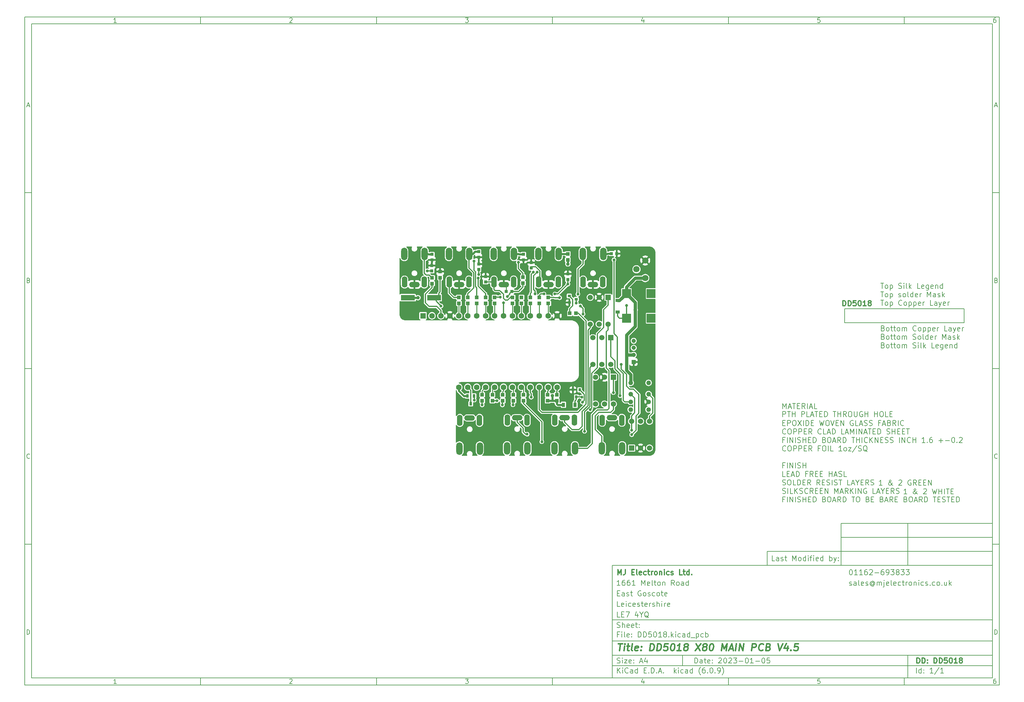
<source format=gbr>
G04 #@! TF.GenerationSoftware,KiCad,Pcbnew,(6.0.9)*
G04 #@! TF.CreationDate,2023-02-23T16:18:12+00:00*
G04 #@! TF.ProjectId,DD5018,44443530-3138-42e6-9b69-6361645f7063,DD5018*
G04 #@! TF.SameCoordinates,Original*
G04 #@! TF.FileFunction,Copper,L1,Top*
G04 #@! TF.FilePolarity,Positive*
%FSLAX46Y46*%
G04 Gerber Fmt 4.6, Leading zero omitted, Abs format (unit mm)*
G04 Created by KiCad (PCBNEW (6.0.9)) date 2023-02-23 16:18:12*
%MOMM*%
%LPD*%
G01*
G04 APERTURE LIST*
%ADD10C,0.100000*%
%ADD11C,0.150000*%
%ADD12C,0.300000*%
%ADD13C,0.400000*%
G04 #@! TA.AperFunction,NonConductor*
%ADD14C,0.300000*%
G04 #@! TD*
G04 #@! TA.AperFunction,SMDPad,CuDef*
%ADD15R,0.970200X0.920900*%
G04 #@! TD*
G04 #@! TA.AperFunction,ComponentPad*
%ADD16C,1.800000*%
G04 #@! TD*
G04 #@! TA.AperFunction,SMDPad,CuDef*
%ADD17R,1.100000X1.000000*%
G04 #@! TD*
G04 #@! TA.AperFunction,ComponentPad*
%ADD18O,3.000000X1.500000*%
G04 #@! TD*
G04 #@! TA.AperFunction,ComponentPad*
%ADD19O,1.600000X3.200000*%
G04 #@! TD*
G04 #@! TA.AperFunction,ComponentPad*
%ADD20O,1.800000X3.600000*%
G04 #@! TD*
G04 #@! TA.AperFunction,SMDPad,CuDef*
%ADD21R,0.920900X0.970200*%
G04 #@! TD*
G04 #@! TA.AperFunction,ComponentPad*
%ADD22R,1.500000X1.500000*%
G04 #@! TD*
G04 #@! TA.AperFunction,ComponentPad*
%ADD23C,1.500000*%
G04 #@! TD*
G04 #@! TA.AperFunction,ComponentPad*
%ADD24R,1.208000X1.208000*%
G04 #@! TD*
G04 #@! TA.AperFunction,ComponentPad*
%ADD25C,1.208000*%
G04 #@! TD*
G04 #@! TA.AperFunction,SMDPad,CuDef*
%ADD26R,1.000000X1.100000*%
G04 #@! TD*
G04 #@! TA.AperFunction,ComponentPad*
%ADD27C,1.320000*%
G04 #@! TD*
G04 #@! TA.AperFunction,SMDPad,CuDef*
%ADD28R,2.500000X2.500000*%
G04 #@! TD*
G04 #@! TA.AperFunction,SMDPad,CuDef*
%ADD29R,0.800000X0.900000*%
G04 #@! TD*
G04 #@! TA.AperFunction,SMDPad,CuDef*
%ADD30R,4.000000X1.600000*%
G04 #@! TD*
G04 #@! TA.AperFunction,SMDPad,CuDef*
%ADD31R,0.950000X1.250000*%
G04 #@! TD*
G04 #@! TA.AperFunction,SMDPad,CuDef*
%ADD32R,0.800100X1.000760*%
G04 #@! TD*
G04 #@! TA.AperFunction,SMDPad,CuDef*
%ADD33R,0.900000X0.800000*%
G04 #@! TD*
G04 #@! TA.AperFunction,SMDPad,CuDef*
%ADD34R,1.250000X0.950000*%
G04 #@! TD*
G04 #@! TA.AperFunction,ComponentPad*
%ADD35R,1.600000X1.600000*%
G04 #@! TD*
G04 #@! TA.AperFunction,ComponentPad*
%ADD36C,1.600000*%
G04 #@! TD*
G04 #@! TA.AperFunction,ViaPad*
%ADD37C,0.800000*%
G04 #@! TD*
G04 #@! TA.AperFunction,ViaPad*
%ADD38C,1.000000*%
G04 #@! TD*
G04 #@! TA.AperFunction,Conductor*
%ADD39C,0.250000*%
G04 #@! TD*
G04 #@! TA.AperFunction,Conductor*
%ADD40C,0.350000*%
G04 #@! TD*
G04 #@! TA.AperFunction,Conductor*
%ADD41C,0.900000*%
G04 #@! TD*
G04 #@! TA.AperFunction,Conductor*
%ADD42C,0.600000*%
G04 #@! TD*
G04 APERTURE END LIST*
D10*
D11*
X177002200Y-166007200D02*
X177002200Y-198007200D01*
X285002200Y-198007200D01*
X285002200Y-166007200D01*
X177002200Y-166007200D01*
D10*
D11*
X10000000Y-10000000D02*
X10000000Y-200007200D01*
X287002200Y-200007200D01*
X287002200Y-10000000D01*
X10000000Y-10000000D01*
D10*
D11*
X12000000Y-12000000D02*
X12000000Y-198007200D01*
X285002200Y-198007200D01*
X285002200Y-12000000D01*
X12000000Y-12000000D01*
D10*
D11*
X60000000Y-12000000D02*
X60000000Y-10000000D01*
D10*
D11*
X110000000Y-12000000D02*
X110000000Y-10000000D01*
D10*
D11*
X160000000Y-12000000D02*
X160000000Y-10000000D01*
D10*
D11*
X210000000Y-12000000D02*
X210000000Y-10000000D01*
D10*
D11*
X260000000Y-12000000D02*
X260000000Y-10000000D01*
D10*
D11*
X36065476Y-11588095D02*
X35322619Y-11588095D01*
X35694047Y-11588095D02*
X35694047Y-10288095D01*
X35570238Y-10473809D01*
X35446428Y-10597619D01*
X35322619Y-10659523D01*
D10*
D11*
X85322619Y-10411904D02*
X85384523Y-10350000D01*
X85508333Y-10288095D01*
X85817857Y-10288095D01*
X85941666Y-10350000D01*
X86003571Y-10411904D01*
X86065476Y-10535714D01*
X86065476Y-10659523D01*
X86003571Y-10845238D01*
X85260714Y-11588095D01*
X86065476Y-11588095D01*
D10*
D11*
X135260714Y-10288095D02*
X136065476Y-10288095D01*
X135632142Y-10783333D01*
X135817857Y-10783333D01*
X135941666Y-10845238D01*
X136003571Y-10907142D01*
X136065476Y-11030952D01*
X136065476Y-11340476D01*
X136003571Y-11464285D01*
X135941666Y-11526190D01*
X135817857Y-11588095D01*
X135446428Y-11588095D01*
X135322619Y-11526190D01*
X135260714Y-11464285D01*
D10*
D11*
X185941666Y-10721428D02*
X185941666Y-11588095D01*
X185632142Y-10226190D02*
X185322619Y-11154761D01*
X186127380Y-11154761D01*
D10*
D11*
X236003571Y-10288095D02*
X235384523Y-10288095D01*
X235322619Y-10907142D01*
X235384523Y-10845238D01*
X235508333Y-10783333D01*
X235817857Y-10783333D01*
X235941666Y-10845238D01*
X236003571Y-10907142D01*
X236065476Y-11030952D01*
X236065476Y-11340476D01*
X236003571Y-11464285D01*
X235941666Y-11526190D01*
X235817857Y-11588095D01*
X235508333Y-11588095D01*
X235384523Y-11526190D01*
X235322619Y-11464285D01*
D10*
D11*
X285941666Y-10288095D02*
X285694047Y-10288095D01*
X285570238Y-10350000D01*
X285508333Y-10411904D01*
X285384523Y-10597619D01*
X285322619Y-10845238D01*
X285322619Y-11340476D01*
X285384523Y-11464285D01*
X285446428Y-11526190D01*
X285570238Y-11588095D01*
X285817857Y-11588095D01*
X285941666Y-11526190D01*
X286003571Y-11464285D01*
X286065476Y-11340476D01*
X286065476Y-11030952D01*
X286003571Y-10907142D01*
X285941666Y-10845238D01*
X285817857Y-10783333D01*
X285570238Y-10783333D01*
X285446428Y-10845238D01*
X285384523Y-10907142D01*
X285322619Y-11030952D01*
D10*
D11*
X60000000Y-198007200D02*
X60000000Y-200007200D01*
D10*
D11*
X110000000Y-198007200D02*
X110000000Y-200007200D01*
D10*
D11*
X160000000Y-198007200D02*
X160000000Y-200007200D01*
D10*
D11*
X210000000Y-198007200D02*
X210000000Y-200007200D01*
D10*
D11*
X260000000Y-198007200D02*
X260000000Y-200007200D01*
D10*
D11*
X36065476Y-199595295D02*
X35322619Y-199595295D01*
X35694047Y-199595295D02*
X35694047Y-198295295D01*
X35570238Y-198481009D01*
X35446428Y-198604819D01*
X35322619Y-198666723D01*
D10*
D11*
X85322619Y-198419104D02*
X85384523Y-198357200D01*
X85508333Y-198295295D01*
X85817857Y-198295295D01*
X85941666Y-198357200D01*
X86003571Y-198419104D01*
X86065476Y-198542914D01*
X86065476Y-198666723D01*
X86003571Y-198852438D01*
X85260714Y-199595295D01*
X86065476Y-199595295D01*
D10*
D11*
X135260714Y-198295295D02*
X136065476Y-198295295D01*
X135632142Y-198790533D01*
X135817857Y-198790533D01*
X135941666Y-198852438D01*
X136003571Y-198914342D01*
X136065476Y-199038152D01*
X136065476Y-199347676D01*
X136003571Y-199471485D01*
X135941666Y-199533390D01*
X135817857Y-199595295D01*
X135446428Y-199595295D01*
X135322619Y-199533390D01*
X135260714Y-199471485D01*
D10*
D11*
X185941666Y-198728628D02*
X185941666Y-199595295D01*
X185632142Y-198233390D02*
X185322619Y-199161961D01*
X186127380Y-199161961D01*
D10*
D11*
X236003571Y-198295295D02*
X235384523Y-198295295D01*
X235322619Y-198914342D01*
X235384523Y-198852438D01*
X235508333Y-198790533D01*
X235817857Y-198790533D01*
X235941666Y-198852438D01*
X236003571Y-198914342D01*
X236065476Y-199038152D01*
X236065476Y-199347676D01*
X236003571Y-199471485D01*
X235941666Y-199533390D01*
X235817857Y-199595295D01*
X235508333Y-199595295D01*
X235384523Y-199533390D01*
X235322619Y-199471485D01*
D10*
D11*
X285941666Y-198295295D02*
X285694047Y-198295295D01*
X285570238Y-198357200D01*
X285508333Y-198419104D01*
X285384523Y-198604819D01*
X285322619Y-198852438D01*
X285322619Y-199347676D01*
X285384523Y-199471485D01*
X285446428Y-199533390D01*
X285570238Y-199595295D01*
X285817857Y-199595295D01*
X285941666Y-199533390D01*
X286003571Y-199471485D01*
X286065476Y-199347676D01*
X286065476Y-199038152D01*
X286003571Y-198914342D01*
X285941666Y-198852438D01*
X285817857Y-198790533D01*
X285570238Y-198790533D01*
X285446428Y-198852438D01*
X285384523Y-198914342D01*
X285322619Y-199038152D01*
D10*
D11*
X10000000Y-60000000D02*
X12000000Y-60000000D01*
D10*
D11*
X10000000Y-110000000D02*
X12000000Y-110000000D01*
D10*
D11*
X10000000Y-160000000D02*
X12000000Y-160000000D01*
D10*
D11*
X10690476Y-35216666D02*
X11309523Y-35216666D01*
X10566666Y-35588095D02*
X11000000Y-34288095D01*
X11433333Y-35588095D01*
D10*
D11*
X11092857Y-84907142D02*
X11278571Y-84969047D01*
X11340476Y-85030952D01*
X11402380Y-85154761D01*
X11402380Y-85340476D01*
X11340476Y-85464285D01*
X11278571Y-85526190D01*
X11154761Y-85588095D01*
X10659523Y-85588095D01*
X10659523Y-84288095D01*
X11092857Y-84288095D01*
X11216666Y-84350000D01*
X11278571Y-84411904D01*
X11340476Y-84535714D01*
X11340476Y-84659523D01*
X11278571Y-84783333D01*
X11216666Y-84845238D01*
X11092857Y-84907142D01*
X10659523Y-84907142D01*
D10*
D11*
X11402380Y-135464285D02*
X11340476Y-135526190D01*
X11154761Y-135588095D01*
X11030952Y-135588095D01*
X10845238Y-135526190D01*
X10721428Y-135402380D01*
X10659523Y-135278571D01*
X10597619Y-135030952D01*
X10597619Y-134845238D01*
X10659523Y-134597619D01*
X10721428Y-134473809D01*
X10845238Y-134350000D01*
X11030952Y-134288095D01*
X11154761Y-134288095D01*
X11340476Y-134350000D01*
X11402380Y-134411904D01*
D10*
D11*
X10659523Y-185588095D02*
X10659523Y-184288095D01*
X10969047Y-184288095D01*
X11154761Y-184350000D01*
X11278571Y-184473809D01*
X11340476Y-184597619D01*
X11402380Y-184845238D01*
X11402380Y-185030952D01*
X11340476Y-185278571D01*
X11278571Y-185402380D01*
X11154761Y-185526190D01*
X10969047Y-185588095D01*
X10659523Y-185588095D01*
D10*
D11*
X287002200Y-60000000D02*
X285002200Y-60000000D01*
D10*
D11*
X287002200Y-110000000D02*
X285002200Y-110000000D01*
D10*
D11*
X287002200Y-160000000D02*
X285002200Y-160000000D01*
D10*
D11*
X285692676Y-35216666D02*
X286311723Y-35216666D01*
X285568866Y-35588095D02*
X286002200Y-34288095D01*
X286435533Y-35588095D01*
D10*
D11*
X286095057Y-84907142D02*
X286280771Y-84969047D01*
X286342676Y-85030952D01*
X286404580Y-85154761D01*
X286404580Y-85340476D01*
X286342676Y-85464285D01*
X286280771Y-85526190D01*
X286156961Y-85588095D01*
X285661723Y-85588095D01*
X285661723Y-84288095D01*
X286095057Y-84288095D01*
X286218866Y-84350000D01*
X286280771Y-84411904D01*
X286342676Y-84535714D01*
X286342676Y-84659523D01*
X286280771Y-84783333D01*
X286218866Y-84845238D01*
X286095057Y-84907142D01*
X285661723Y-84907142D01*
D10*
D11*
X286404580Y-135464285D02*
X286342676Y-135526190D01*
X286156961Y-135588095D01*
X286033152Y-135588095D01*
X285847438Y-135526190D01*
X285723628Y-135402380D01*
X285661723Y-135278571D01*
X285599819Y-135030952D01*
X285599819Y-134845238D01*
X285661723Y-134597619D01*
X285723628Y-134473809D01*
X285847438Y-134350000D01*
X286033152Y-134288095D01*
X286156961Y-134288095D01*
X286342676Y-134350000D01*
X286404580Y-134411904D01*
D10*
D11*
X285661723Y-185588095D02*
X285661723Y-184288095D01*
X285971247Y-184288095D01*
X286156961Y-184350000D01*
X286280771Y-184473809D01*
X286342676Y-184597619D01*
X286404580Y-184845238D01*
X286404580Y-185030952D01*
X286342676Y-185278571D01*
X286280771Y-185402380D01*
X286156961Y-185526190D01*
X285971247Y-185588095D01*
X285661723Y-185588095D01*
D10*
D11*
X200434342Y-193785771D02*
X200434342Y-192285771D01*
X200791485Y-192285771D01*
X201005771Y-192357200D01*
X201148628Y-192500057D01*
X201220057Y-192642914D01*
X201291485Y-192928628D01*
X201291485Y-193142914D01*
X201220057Y-193428628D01*
X201148628Y-193571485D01*
X201005771Y-193714342D01*
X200791485Y-193785771D01*
X200434342Y-193785771D01*
X202577200Y-193785771D02*
X202577200Y-193000057D01*
X202505771Y-192857200D01*
X202362914Y-192785771D01*
X202077200Y-192785771D01*
X201934342Y-192857200D01*
X202577200Y-193714342D02*
X202434342Y-193785771D01*
X202077200Y-193785771D01*
X201934342Y-193714342D01*
X201862914Y-193571485D01*
X201862914Y-193428628D01*
X201934342Y-193285771D01*
X202077200Y-193214342D01*
X202434342Y-193214342D01*
X202577200Y-193142914D01*
X203077200Y-192785771D02*
X203648628Y-192785771D01*
X203291485Y-192285771D02*
X203291485Y-193571485D01*
X203362914Y-193714342D01*
X203505771Y-193785771D01*
X203648628Y-193785771D01*
X204720057Y-193714342D02*
X204577200Y-193785771D01*
X204291485Y-193785771D01*
X204148628Y-193714342D01*
X204077200Y-193571485D01*
X204077200Y-193000057D01*
X204148628Y-192857200D01*
X204291485Y-192785771D01*
X204577200Y-192785771D01*
X204720057Y-192857200D01*
X204791485Y-193000057D01*
X204791485Y-193142914D01*
X204077200Y-193285771D01*
X205434342Y-193642914D02*
X205505771Y-193714342D01*
X205434342Y-193785771D01*
X205362914Y-193714342D01*
X205434342Y-193642914D01*
X205434342Y-193785771D01*
X205434342Y-192857200D02*
X205505771Y-192928628D01*
X205434342Y-193000057D01*
X205362914Y-192928628D01*
X205434342Y-192857200D01*
X205434342Y-193000057D01*
X207220057Y-192428628D02*
X207291485Y-192357200D01*
X207434342Y-192285771D01*
X207791485Y-192285771D01*
X207934342Y-192357200D01*
X208005771Y-192428628D01*
X208077200Y-192571485D01*
X208077200Y-192714342D01*
X208005771Y-192928628D01*
X207148628Y-193785771D01*
X208077200Y-193785771D01*
X209005771Y-192285771D02*
X209148628Y-192285771D01*
X209291485Y-192357200D01*
X209362914Y-192428628D01*
X209434342Y-192571485D01*
X209505771Y-192857200D01*
X209505771Y-193214342D01*
X209434342Y-193500057D01*
X209362914Y-193642914D01*
X209291485Y-193714342D01*
X209148628Y-193785771D01*
X209005771Y-193785771D01*
X208862914Y-193714342D01*
X208791485Y-193642914D01*
X208720057Y-193500057D01*
X208648628Y-193214342D01*
X208648628Y-192857200D01*
X208720057Y-192571485D01*
X208791485Y-192428628D01*
X208862914Y-192357200D01*
X209005771Y-192285771D01*
X210077200Y-192428628D02*
X210148628Y-192357200D01*
X210291485Y-192285771D01*
X210648628Y-192285771D01*
X210791485Y-192357200D01*
X210862914Y-192428628D01*
X210934342Y-192571485D01*
X210934342Y-192714342D01*
X210862914Y-192928628D01*
X210005771Y-193785771D01*
X210934342Y-193785771D01*
X211434342Y-192285771D02*
X212362914Y-192285771D01*
X211862914Y-192857200D01*
X212077200Y-192857200D01*
X212220057Y-192928628D01*
X212291485Y-193000057D01*
X212362914Y-193142914D01*
X212362914Y-193500057D01*
X212291485Y-193642914D01*
X212220057Y-193714342D01*
X212077200Y-193785771D01*
X211648628Y-193785771D01*
X211505771Y-193714342D01*
X211434342Y-193642914D01*
X213005771Y-193214342D02*
X214148628Y-193214342D01*
X215148628Y-192285771D02*
X215291485Y-192285771D01*
X215434342Y-192357200D01*
X215505771Y-192428628D01*
X215577200Y-192571485D01*
X215648628Y-192857200D01*
X215648628Y-193214342D01*
X215577200Y-193500057D01*
X215505771Y-193642914D01*
X215434342Y-193714342D01*
X215291485Y-193785771D01*
X215148628Y-193785771D01*
X215005771Y-193714342D01*
X214934342Y-193642914D01*
X214862914Y-193500057D01*
X214791485Y-193214342D01*
X214791485Y-192857200D01*
X214862914Y-192571485D01*
X214934342Y-192428628D01*
X215005771Y-192357200D01*
X215148628Y-192285771D01*
X217077200Y-193785771D02*
X216220057Y-193785771D01*
X216648628Y-193785771D02*
X216648628Y-192285771D01*
X216505771Y-192500057D01*
X216362914Y-192642914D01*
X216220057Y-192714342D01*
X217720057Y-193214342D02*
X218862914Y-193214342D01*
X219862914Y-192285771D02*
X220005771Y-192285771D01*
X220148628Y-192357200D01*
X220220057Y-192428628D01*
X220291485Y-192571485D01*
X220362914Y-192857200D01*
X220362914Y-193214342D01*
X220291485Y-193500057D01*
X220220057Y-193642914D01*
X220148628Y-193714342D01*
X220005771Y-193785771D01*
X219862914Y-193785771D01*
X219720057Y-193714342D01*
X219648628Y-193642914D01*
X219577200Y-193500057D01*
X219505771Y-193214342D01*
X219505771Y-192857200D01*
X219577200Y-192571485D01*
X219648628Y-192428628D01*
X219720057Y-192357200D01*
X219862914Y-192285771D01*
X221720057Y-192285771D02*
X221005771Y-192285771D01*
X220934342Y-193000057D01*
X221005771Y-192928628D01*
X221148628Y-192857200D01*
X221505771Y-192857200D01*
X221648628Y-192928628D01*
X221720057Y-193000057D01*
X221791485Y-193142914D01*
X221791485Y-193500057D01*
X221720057Y-193642914D01*
X221648628Y-193714342D01*
X221505771Y-193785771D01*
X221148628Y-193785771D01*
X221005771Y-193714342D01*
X220934342Y-193642914D01*
D10*
D11*
X177002200Y-194507200D02*
X285002200Y-194507200D01*
D10*
D11*
X178434342Y-196585771D02*
X178434342Y-195085771D01*
X179291485Y-196585771D02*
X178648628Y-195728628D01*
X179291485Y-195085771D02*
X178434342Y-195942914D01*
X179934342Y-196585771D02*
X179934342Y-195585771D01*
X179934342Y-195085771D02*
X179862914Y-195157200D01*
X179934342Y-195228628D01*
X180005771Y-195157200D01*
X179934342Y-195085771D01*
X179934342Y-195228628D01*
X181505771Y-196442914D02*
X181434342Y-196514342D01*
X181220057Y-196585771D01*
X181077200Y-196585771D01*
X180862914Y-196514342D01*
X180720057Y-196371485D01*
X180648628Y-196228628D01*
X180577200Y-195942914D01*
X180577200Y-195728628D01*
X180648628Y-195442914D01*
X180720057Y-195300057D01*
X180862914Y-195157200D01*
X181077200Y-195085771D01*
X181220057Y-195085771D01*
X181434342Y-195157200D01*
X181505771Y-195228628D01*
X182791485Y-196585771D02*
X182791485Y-195800057D01*
X182720057Y-195657200D01*
X182577200Y-195585771D01*
X182291485Y-195585771D01*
X182148628Y-195657200D01*
X182791485Y-196514342D02*
X182648628Y-196585771D01*
X182291485Y-196585771D01*
X182148628Y-196514342D01*
X182077200Y-196371485D01*
X182077200Y-196228628D01*
X182148628Y-196085771D01*
X182291485Y-196014342D01*
X182648628Y-196014342D01*
X182791485Y-195942914D01*
X184148628Y-196585771D02*
X184148628Y-195085771D01*
X184148628Y-196514342D02*
X184005771Y-196585771D01*
X183720057Y-196585771D01*
X183577200Y-196514342D01*
X183505771Y-196442914D01*
X183434342Y-196300057D01*
X183434342Y-195871485D01*
X183505771Y-195728628D01*
X183577200Y-195657200D01*
X183720057Y-195585771D01*
X184005771Y-195585771D01*
X184148628Y-195657200D01*
X186005771Y-195800057D02*
X186505771Y-195800057D01*
X186720057Y-196585771D02*
X186005771Y-196585771D01*
X186005771Y-195085771D01*
X186720057Y-195085771D01*
X187362914Y-196442914D02*
X187434342Y-196514342D01*
X187362914Y-196585771D01*
X187291485Y-196514342D01*
X187362914Y-196442914D01*
X187362914Y-196585771D01*
X188077200Y-196585771D02*
X188077200Y-195085771D01*
X188434342Y-195085771D01*
X188648628Y-195157200D01*
X188791485Y-195300057D01*
X188862914Y-195442914D01*
X188934342Y-195728628D01*
X188934342Y-195942914D01*
X188862914Y-196228628D01*
X188791485Y-196371485D01*
X188648628Y-196514342D01*
X188434342Y-196585771D01*
X188077200Y-196585771D01*
X189577200Y-196442914D02*
X189648628Y-196514342D01*
X189577200Y-196585771D01*
X189505771Y-196514342D01*
X189577200Y-196442914D01*
X189577200Y-196585771D01*
X190220057Y-196157200D02*
X190934342Y-196157200D01*
X190077200Y-196585771D02*
X190577200Y-195085771D01*
X191077200Y-196585771D01*
X191577200Y-196442914D02*
X191648628Y-196514342D01*
X191577200Y-196585771D01*
X191505771Y-196514342D01*
X191577200Y-196442914D01*
X191577200Y-196585771D01*
X194577200Y-196585771D02*
X194577200Y-195085771D01*
X194720057Y-196014342D02*
X195148628Y-196585771D01*
X195148628Y-195585771D02*
X194577200Y-196157200D01*
X195791485Y-196585771D02*
X195791485Y-195585771D01*
X195791485Y-195085771D02*
X195720057Y-195157200D01*
X195791485Y-195228628D01*
X195862914Y-195157200D01*
X195791485Y-195085771D01*
X195791485Y-195228628D01*
X197148628Y-196514342D02*
X197005771Y-196585771D01*
X196720057Y-196585771D01*
X196577200Y-196514342D01*
X196505771Y-196442914D01*
X196434342Y-196300057D01*
X196434342Y-195871485D01*
X196505771Y-195728628D01*
X196577200Y-195657200D01*
X196720057Y-195585771D01*
X197005771Y-195585771D01*
X197148628Y-195657200D01*
X198434342Y-196585771D02*
X198434342Y-195800057D01*
X198362914Y-195657200D01*
X198220057Y-195585771D01*
X197934342Y-195585771D01*
X197791485Y-195657200D01*
X198434342Y-196514342D02*
X198291485Y-196585771D01*
X197934342Y-196585771D01*
X197791485Y-196514342D01*
X197720057Y-196371485D01*
X197720057Y-196228628D01*
X197791485Y-196085771D01*
X197934342Y-196014342D01*
X198291485Y-196014342D01*
X198434342Y-195942914D01*
X199791485Y-196585771D02*
X199791485Y-195085771D01*
X199791485Y-196514342D02*
X199648628Y-196585771D01*
X199362914Y-196585771D01*
X199220057Y-196514342D01*
X199148628Y-196442914D01*
X199077200Y-196300057D01*
X199077200Y-195871485D01*
X199148628Y-195728628D01*
X199220057Y-195657200D01*
X199362914Y-195585771D01*
X199648628Y-195585771D01*
X199791485Y-195657200D01*
X202077200Y-197157200D02*
X202005771Y-197085771D01*
X201862914Y-196871485D01*
X201791485Y-196728628D01*
X201720057Y-196514342D01*
X201648628Y-196157200D01*
X201648628Y-195871485D01*
X201720057Y-195514342D01*
X201791485Y-195300057D01*
X201862914Y-195157200D01*
X202005771Y-194942914D01*
X202077200Y-194871485D01*
X203291485Y-195085771D02*
X203005771Y-195085771D01*
X202862914Y-195157200D01*
X202791485Y-195228628D01*
X202648628Y-195442914D01*
X202577200Y-195728628D01*
X202577200Y-196300057D01*
X202648628Y-196442914D01*
X202720057Y-196514342D01*
X202862914Y-196585771D01*
X203148628Y-196585771D01*
X203291485Y-196514342D01*
X203362914Y-196442914D01*
X203434342Y-196300057D01*
X203434342Y-195942914D01*
X203362914Y-195800057D01*
X203291485Y-195728628D01*
X203148628Y-195657200D01*
X202862914Y-195657200D01*
X202720057Y-195728628D01*
X202648628Y-195800057D01*
X202577200Y-195942914D01*
X204077200Y-196442914D02*
X204148628Y-196514342D01*
X204077200Y-196585771D01*
X204005771Y-196514342D01*
X204077200Y-196442914D01*
X204077200Y-196585771D01*
X205077200Y-195085771D02*
X205220057Y-195085771D01*
X205362914Y-195157200D01*
X205434342Y-195228628D01*
X205505771Y-195371485D01*
X205577200Y-195657200D01*
X205577200Y-196014342D01*
X205505771Y-196300057D01*
X205434342Y-196442914D01*
X205362914Y-196514342D01*
X205220057Y-196585771D01*
X205077200Y-196585771D01*
X204934342Y-196514342D01*
X204862914Y-196442914D01*
X204791485Y-196300057D01*
X204720057Y-196014342D01*
X204720057Y-195657200D01*
X204791485Y-195371485D01*
X204862914Y-195228628D01*
X204934342Y-195157200D01*
X205077200Y-195085771D01*
X206220057Y-196442914D02*
X206291485Y-196514342D01*
X206220057Y-196585771D01*
X206148628Y-196514342D01*
X206220057Y-196442914D01*
X206220057Y-196585771D01*
X207005771Y-196585771D02*
X207291485Y-196585771D01*
X207434342Y-196514342D01*
X207505771Y-196442914D01*
X207648628Y-196228628D01*
X207720057Y-195942914D01*
X207720057Y-195371485D01*
X207648628Y-195228628D01*
X207577200Y-195157200D01*
X207434342Y-195085771D01*
X207148628Y-195085771D01*
X207005771Y-195157200D01*
X206934342Y-195228628D01*
X206862914Y-195371485D01*
X206862914Y-195728628D01*
X206934342Y-195871485D01*
X207005771Y-195942914D01*
X207148628Y-196014342D01*
X207434342Y-196014342D01*
X207577200Y-195942914D01*
X207648628Y-195871485D01*
X207720057Y-195728628D01*
X208220057Y-197157200D02*
X208291485Y-197085771D01*
X208434342Y-196871485D01*
X208505771Y-196728628D01*
X208577200Y-196514342D01*
X208648628Y-196157200D01*
X208648628Y-195871485D01*
X208577200Y-195514342D01*
X208505771Y-195300057D01*
X208434342Y-195157200D01*
X208291485Y-194942914D01*
X208220057Y-194871485D01*
D10*
D11*
X177002200Y-191507200D02*
X285002200Y-191507200D01*
D10*
D12*
X263554342Y-193785771D02*
X263554342Y-192285771D01*
X263911485Y-192285771D01*
X264125771Y-192357200D01*
X264268628Y-192500057D01*
X264340057Y-192642914D01*
X264411485Y-192928628D01*
X264411485Y-193142914D01*
X264340057Y-193428628D01*
X264268628Y-193571485D01*
X264125771Y-193714342D01*
X263911485Y-193785771D01*
X263554342Y-193785771D01*
X265054342Y-193785771D02*
X265054342Y-192285771D01*
X265411485Y-192285771D01*
X265625771Y-192357200D01*
X265768628Y-192500057D01*
X265840057Y-192642914D01*
X265911485Y-192928628D01*
X265911485Y-193142914D01*
X265840057Y-193428628D01*
X265768628Y-193571485D01*
X265625771Y-193714342D01*
X265411485Y-193785771D01*
X265054342Y-193785771D01*
X266554342Y-193642914D02*
X266625771Y-193714342D01*
X266554342Y-193785771D01*
X266482914Y-193714342D01*
X266554342Y-193642914D01*
X266554342Y-193785771D01*
X266554342Y-192857200D02*
X266625771Y-192928628D01*
X266554342Y-193000057D01*
X266482914Y-192928628D01*
X266554342Y-192857200D01*
X266554342Y-193000057D01*
X268411485Y-193785771D02*
X268411485Y-192285771D01*
X268768628Y-192285771D01*
X268982914Y-192357200D01*
X269125771Y-192500057D01*
X269197200Y-192642914D01*
X269268628Y-192928628D01*
X269268628Y-193142914D01*
X269197200Y-193428628D01*
X269125771Y-193571485D01*
X268982914Y-193714342D01*
X268768628Y-193785771D01*
X268411485Y-193785771D01*
X269911485Y-193785771D02*
X269911485Y-192285771D01*
X270268628Y-192285771D01*
X270482914Y-192357200D01*
X270625771Y-192500057D01*
X270697200Y-192642914D01*
X270768628Y-192928628D01*
X270768628Y-193142914D01*
X270697200Y-193428628D01*
X270625771Y-193571485D01*
X270482914Y-193714342D01*
X270268628Y-193785771D01*
X269911485Y-193785771D01*
X272125771Y-192285771D02*
X271411485Y-192285771D01*
X271340057Y-193000057D01*
X271411485Y-192928628D01*
X271554342Y-192857200D01*
X271911485Y-192857200D01*
X272054342Y-192928628D01*
X272125771Y-193000057D01*
X272197200Y-193142914D01*
X272197200Y-193500057D01*
X272125771Y-193642914D01*
X272054342Y-193714342D01*
X271911485Y-193785771D01*
X271554342Y-193785771D01*
X271411485Y-193714342D01*
X271340057Y-193642914D01*
X273125771Y-192285771D02*
X273268628Y-192285771D01*
X273411485Y-192357200D01*
X273482914Y-192428628D01*
X273554342Y-192571485D01*
X273625771Y-192857200D01*
X273625771Y-193214342D01*
X273554342Y-193500057D01*
X273482914Y-193642914D01*
X273411485Y-193714342D01*
X273268628Y-193785771D01*
X273125771Y-193785771D01*
X272982914Y-193714342D01*
X272911485Y-193642914D01*
X272840057Y-193500057D01*
X272768628Y-193214342D01*
X272768628Y-192857200D01*
X272840057Y-192571485D01*
X272911485Y-192428628D01*
X272982914Y-192357200D01*
X273125771Y-192285771D01*
X275054342Y-193785771D02*
X274197200Y-193785771D01*
X274625771Y-193785771D02*
X274625771Y-192285771D01*
X274482914Y-192500057D01*
X274340057Y-192642914D01*
X274197200Y-192714342D01*
X275911485Y-192928628D02*
X275768628Y-192857200D01*
X275697200Y-192785771D01*
X275625771Y-192642914D01*
X275625771Y-192571485D01*
X275697200Y-192428628D01*
X275768628Y-192357200D01*
X275911485Y-192285771D01*
X276197200Y-192285771D01*
X276340057Y-192357200D01*
X276411485Y-192428628D01*
X276482914Y-192571485D01*
X276482914Y-192642914D01*
X276411485Y-192785771D01*
X276340057Y-192857200D01*
X276197200Y-192928628D01*
X275911485Y-192928628D01*
X275768628Y-193000057D01*
X275697200Y-193071485D01*
X275625771Y-193214342D01*
X275625771Y-193500057D01*
X275697200Y-193642914D01*
X275768628Y-193714342D01*
X275911485Y-193785771D01*
X276197200Y-193785771D01*
X276340057Y-193714342D01*
X276411485Y-193642914D01*
X276482914Y-193500057D01*
X276482914Y-193214342D01*
X276411485Y-193071485D01*
X276340057Y-193000057D01*
X276197200Y-192928628D01*
D10*
D11*
X178362914Y-193714342D02*
X178577200Y-193785771D01*
X178934342Y-193785771D01*
X179077200Y-193714342D01*
X179148628Y-193642914D01*
X179220057Y-193500057D01*
X179220057Y-193357200D01*
X179148628Y-193214342D01*
X179077200Y-193142914D01*
X178934342Y-193071485D01*
X178648628Y-193000057D01*
X178505771Y-192928628D01*
X178434342Y-192857200D01*
X178362914Y-192714342D01*
X178362914Y-192571485D01*
X178434342Y-192428628D01*
X178505771Y-192357200D01*
X178648628Y-192285771D01*
X179005771Y-192285771D01*
X179220057Y-192357200D01*
X179862914Y-193785771D02*
X179862914Y-192785771D01*
X179862914Y-192285771D02*
X179791485Y-192357200D01*
X179862914Y-192428628D01*
X179934342Y-192357200D01*
X179862914Y-192285771D01*
X179862914Y-192428628D01*
X180434342Y-192785771D02*
X181220057Y-192785771D01*
X180434342Y-193785771D01*
X181220057Y-193785771D01*
X182362914Y-193714342D02*
X182220057Y-193785771D01*
X181934342Y-193785771D01*
X181791485Y-193714342D01*
X181720057Y-193571485D01*
X181720057Y-193000057D01*
X181791485Y-192857200D01*
X181934342Y-192785771D01*
X182220057Y-192785771D01*
X182362914Y-192857200D01*
X182434342Y-193000057D01*
X182434342Y-193142914D01*
X181720057Y-193285771D01*
X183077200Y-193642914D02*
X183148628Y-193714342D01*
X183077200Y-193785771D01*
X183005771Y-193714342D01*
X183077200Y-193642914D01*
X183077200Y-193785771D01*
X183077200Y-192857200D02*
X183148628Y-192928628D01*
X183077200Y-193000057D01*
X183005771Y-192928628D01*
X183077200Y-192857200D01*
X183077200Y-193000057D01*
X184862914Y-193357200D02*
X185577200Y-193357200D01*
X184720057Y-193785771D02*
X185220057Y-192285771D01*
X185720057Y-193785771D01*
X186862914Y-192785771D02*
X186862914Y-193785771D01*
X186505771Y-192214342D02*
X186148628Y-193285771D01*
X187077200Y-193285771D01*
D10*
D11*
X263434342Y-196585771D02*
X263434342Y-195085771D01*
X264791485Y-196585771D02*
X264791485Y-195085771D01*
X264791485Y-196514342D02*
X264648628Y-196585771D01*
X264362914Y-196585771D01*
X264220057Y-196514342D01*
X264148628Y-196442914D01*
X264077200Y-196300057D01*
X264077200Y-195871485D01*
X264148628Y-195728628D01*
X264220057Y-195657200D01*
X264362914Y-195585771D01*
X264648628Y-195585771D01*
X264791485Y-195657200D01*
X265505771Y-196442914D02*
X265577200Y-196514342D01*
X265505771Y-196585771D01*
X265434342Y-196514342D01*
X265505771Y-196442914D01*
X265505771Y-196585771D01*
X265505771Y-195657200D02*
X265577200Y-195728628D01*
X265505771Y-195800057D01*
X265434342Y-195728628D01*
X265505771Y-195657200D01*
X265505771Y-195800057D01*
X268148628Y-196585771D02*
X267291485Y-196585771D01*
X267720057Y-196585771D02*
X267720057Y-195085771D01*
X267577200Y-195300057D01*
X267434342Y-195442914D01*
X267291485Y-195514342D01*
X269862914Y-195014342D02*
X268577200Y-196942914D01*
X271148628Y-196585771D02*
X270291485Y-196585771D01*
X270720057Y-196585771D02*
X270720057Y-195085771D01*
X270577200Y-195300057D01*
X270434342Y-195442914D01*
X270291485Y-195514342D01*
D10*
D11*
X177002200Y-187507200D02*
X285002200Y-187507200D01*
D10*
D13*
X178714580Y-188211961D02*
X179857438Y-188211961D01*
X179036009Y-190211961D02*
X179286009Y-188211961D01*
X180274104Y-190211961D02*
X180440771Y-188878628D01*
X180524104Y-188211961D02*
X180416961Y-188307200D01*
X180500295Y-188402438D01*
X180607438Y-188307200D01*
X180524104Y-188211961D01*
X180500295Y-188402438D01*
X181107438Y-188878628D02*
X181869342Y-188878628D01*
X181476485Y-188211961D02*
X181262200Y-189926247D01*
X181333628Y-190116723D01*
X181512200Y-190211961D01*
X181702676Y-190211961D01*
X182655057Y-190211961D02*
X182476485Y-190116723D01*
X182405057Y-189926247D01*
X182619342Y-188211961D01*
X184190771Y-190116723D02*
X183988390Y-190211961D01*
X183607438Y-190211961D01*
X183428866Y-190116723D01*
X183357438Y-189926247D01*
X183452676Y-189164342D01*
X183571723Y-188973866D01*
X183774104Y-188878628D01*
X184155057Y-188878628D01*
X184333628Y-188973866D01*
X184405057Y-189164342D01*
X184381247Y-189354819D01*
X183405057Y-189545295D01*
X185155057Y-190021485D02*
X185238390Y-190116723D01*
X185131247Y-190211961D01*
X185047914Y-190116723D01*
X185155057Y-190021485D01*
X185131247Y-190211961D01*
X185286009Y-188973866D02*
X185369342Y-189069104D01*
X185262200Y-189164342D01*
X185178866Y-189069104D01*
X185286009Y-188973866D01*
X185262200Y-189164342D01*
X187607438Y-190211961D02*
X187857438Y-188211961D01*
X188333628Y-188211961D01*
X188607438Y-188307200D01*
X188774104Y-188497676D01*
X188845533Y-188688152D01*
X188893152Y-189069104D01*
X188857438Y-189354819D01*
X188714580Y-189735771D01*
X188595533Y-189926247D01*
X188381247Y-190116723D01*
X188083628Y-190211961D01*
X187607438Y-190211961D01*
X189607438Y-190211961D02*
X189857438Y-188211961D01*
X190333628Y-188211961D01*
X190607438Y-188307200D01*
X190774104Y-188497676D01*
X190845533Y-188688152D01*
X190893152Y-189069104D01*
X190857438Y-189354819D01*
X190714580Y-189735771D01*
X190595533Y-189926247D01*
X190381247Y-190116723D01*
X190083628Y-190211961D01*
X189607438Y-190211961D01*
X192809819Y-188211961D02*
X191857438Y-188211961D01*
X191643152Y-189164342D01*
X191750295Y-189069104D01*
X191952676Y-188973866D01*
X192428866Y-188973866D01*
X192607438Y-189069104D01*
X192690771Y-189164342D01*
X192762200Y-189354819D01*
X192702676Y-189831009D01*
X192583628Y-190021485D01*
X192476485Y-190116723D01*
X192274104Y-190211961D01*
X191797914Y-190211961D01*
X191619342Y-190116723D01*
X191536009Y-190021485D01*
X194143152Y-188211961D02*
X194333628Y-188211961D01*
X194512200Y-188307200D01*
X194595533Y-188402438D01*
X194666961Y-188592914D01*
X194714580Y-188973866D01*
X194655057Y-189450057D01*
X194512200Y-189831009D01*
X194393152Y-190021485D01*
X194286009Y-190116723D01*
X194083628Y-190211961D01*
X193893152Y-190211961D01*
X193714580Y-190116723D01*
X193631247Y-190021485D01*
X193559819Y-189831009D01*
X193512200Y-189450057D01*
X193571723Y-188973866D01*
X193714580Y-188592914D01*
X193833628Y-188402438D01*
X193940771Y-188307200D01*
X194143152Y-188211961D01*
X196464580Y-190211961D02*
X195321723Y-190211961D01*
X195893152Y-190211961D02*
X196143152Y-188211961D01*
X195916961Y-188497676D01*
X195702676Y-188688152D01*
X195500295Y-188783390D01*
X197750295Y-189069104D02*
X197571723Y-188973866D01*
X197488390Y-188878628D01*
X197416961Y-188688152D01*
X197428866Y-188592914D01*
X197547914Y-188402438D01*
X197655057Y-188307200D01*
X197857438Y-188211961D01*
X198238390Y-188211961D01*
X198416961Y-188307200D01*
X198500295Y-188402438D01*
X198571723Y-188592914D01*
X198559819Y-188688152D01*
X198440771Y-188878628D01*
X198333628Y-188973866D01*
X198131247Y-189069104D01*
X197750295Y-189069104D01*
X197547914Y-189164342D01*
X197440771Y-189259580D01*
X197321723Y-189450057D01*
X197274104Y-189831009D01*
X197345533Y-190021485D01*
X197428866Y-190116723D01*
X197607438Y-190211961D01*
X197988390Y-190211961D01*
X198190771Y-190116723D01*
X198297914Y-190021485D01*
X198416961Y-189831009D01*
X198464580Y-189450057D01*
X198393152Y-189259580D01*
X198309819Y-189164342D01*
X198131247Y-189069104D01*
X200809819Y-188211961D02*
X201893152Y-190211961D01*
X202143152Y-188211961D02*
X200559819Y-190211961D01*
X203083628Y-189069104D02*
X202905057Y-188973866D01*
X202821723Y-188878628D01*
X202750295Y-188688152D01*
X202762200Y-188592914D01*
X202881247Y-188402438D01*
X202988390Y-188307200D01*
X203190771Y-188211961D01*
X203571723Y-188211961D01*
X203750295Y-188307200D01*
X203833628Y-188402438D01*
X203905057Y-188592914D01*
X203893152Y-188688152D01*
X203774104Y-188878628D01*
X203666961Y-188973866D01*
X203464580Y-189069104D01*
X203083628Y-189069104D01*
X202881247Y-189164342D01*
X202774104Y-189259580D01*
X202655057Y-189450057D01*
X202607438Y-189831009D01*
X202678866Y-190021485D01*
X202762200Y-190116723D01*
X202940771Y-190211961D01*
X203321723Y-190211961D01*
X203524104Y-190116723D01*
X203631247Y-190021485D01*
X203750295Y-189831009D01*
X203797914Y-189450057D01*
X203726485Y-189259580D01*
X203643152Y-189164342D01*
X203464580Y-189069104D01*
X205190771Y-188211961D02*
X205381247Y-188211961D01*
X205559819Y-188307200D01*
X205643152Y-188402438D01*
X205714580Y-188592914D01*
X205762200Y-188973866D01*
X205702676Y-189450057D01*
X205559819Y-189831009D01*
X205440771Y-190021485D01*
X205333628Y-190116723D01*
X205131247Y-190211961D01*
X204940771Y-190211961D01*
X204762200Y-190116723D01*
X204678866Y-190021485D01*
X204607438Y-189831009D01*
X204559819Y-189450057D01*
X204619342Y-188973866D01*
X204762200Y-188592914D01*
X204881247Y-188402438D01*
X204988390Y-188307200D01*
X205190771Y-188211961D01*
X207988390Y-190211961D02*
X208238390Y-188211961D01*
X208726485Y-189640533D01*
X209571723Y-188211961D01*
X209321723Y-190211961D01*
X210250295Y-189640533D02*
X211202676Y-189640533D01*
X209988390Y-190211961D02*
X210905057Y-188211961D01*
X211321723Y-190211961D01*
X211988390Y-190211961D02*
X212238390Y-188211961D01*
X212940771Y-190211961D02*
X213190771Y-188211961D01*
X214083628Y-190211961D01*
X214333628Y-188211961D01*
X216559819Y-190211961D02*
X216809819Y-188211961D01*
X217571723Y-188211961D01*
X217750295Y-188307200D01*
X217833628Y-188402438D01*
X217905057Y-188592914D01*
X217869342Y-188878628D01*
X217750295Y-189069104D01*
X217643152Y-189164342D01*
X217440771Y-189259580D01*
X216678866Y-189259580D01*
X219726485Y-190021485D02*
X219619342Y-190116723D01*
X219321723Y-190211961D01*
X219131247Y-190211961D01*
X218857438Y-190116723D01*
X218690771Y-189926247D01*
X218619342Y-189735771D01*
X218571723Y-189354819D01*
X218607438Y-189069104D01*
X218750295Y-188688152D01*
X218869342Y-188497676D01*
X219083628Y-188307200D01*
X219381247Y-188211961D01*
X219571723Y-188211961D01*
X219845533Y-188307200D01*
X219928866Y-188402438D01*
X221357438Y-189164342D02*
X221631247Y-189259580D01*
X221714580Y-189354819D01*
X221786009Y-189545295D01*
X221750295Y-189831009D01*
X221631247Y-190021485D01*
X221524104Y-190116723D01*
X221321723Y-190211961D01*
X220559819Y-190211961D01*
X220809819Y-188211961D01*
X221476485Y-188211961D01*
X221655057Y-188307200D01*
X221738390Y-188402438D01*
X221809819Y-188592914D01*
X221786009Y-188783390D01*
X221666961Y-188973866D01*
X221559819Y-189069104D01*
X221357438Y-189164342D01*
X220690771Y-189164342D01*
X224047914Y-188211961D02*
X224464580Y-190211961D01*
X225381247Y-188211961D01*
X226821723Y-188878628D02*
X226655057Y-190211961D01*
X226440771Y-188116723D02*
X225786009Y-189545295D01*
X227024104Y-189545295D01*
X227726485Y-190021485D02*
X227809819Y-190116723D01*
X227702676Y-190211961D01*
X227619342Y-190116723D01*
X227726485Y-190021485D01*
X227702676Y-190211961D01*
X229857438Y-188211961D02*
X228905057Y-188211961D01*
X228690771Y-189164342D01*
X228797914Y-189069104D01*
X229000295Y-188973866D01*
X229476485Y-188973866D01*
X229655057Y-189069104D01*
X229738390Y-189164342D01*
X229809819Y-189354819D01*
X229750295Y-189831009D01*
X229631247Y-190021485D01*
X229524104Y-190116723D01*
X229321723Y-190211961D01*
X228845533Y-190211961D01*
X228666961Y-190116723D01*
X228583628Y-190021485D01*
D10*
D11*
X178934342Y-185600057D02*
X178434342Y-185600057D01*
X178434342Y-186385771D02*
X178434342Y-184885771D01*
X179148628Y-184885771D01*
X179720057Y-186385771D02*
X179720057Y-185385771D01*
X179720057Y-184885771D02*
X179648628Y-184957200D01*
X179720057Y-185028628D01*
X179791485Y-184957200D01*
X179720057Y-184885771D01*
X179720057Y-185028628D01*
X180648628Y-186385771D02*
X180505771Y-186314342D01*
X180434342Y-186171485D01*
X180434342Y-184885771D01*
X181791485Y-186314342D02*
X181648628Y-186385771D01*
X181362914Y-186385771D01*
X181220057Y-186314342D01*
X181148628Y-186171485D01*
X181148628Y-185600057D01*
X181220057Y-185457200D01*
X181362914Y-185385771D01*
X181648628Y-185385771D01*
X181791485Y-185457200D01*
X181862914Y-185600057D01*
X181862914Y-185742914D01*
X181148628Y-185885771D01*
X182505771Y-186242914D02*
X182577200Y-186314342D01*
X182505771Y-186385771D01*
X182434342Y-186314342D01*
X182505771Y-186242914D01*
X182505771Y-186385771D01*
X182505771Y-185457200D02*
X182577200Y-185528628D01*
X182505771Y-185600057D01*
X182434342Y-185528628D01*
X182505771Y-185457200D01*
X182505771Y-185600057D01*
X184362914Y-186385771D02*
X184362914Y-184885771D01*
X184720057Y-184885771D01*
X184934342Y-184957200D01*
X185077200Y-185100057D01*
X185148628Y-185242914D01*
X185220057Y-185528628D01*
X185220057Y-185742914D01*
X185148628Y-186028628D01*
X185077200Y-186171485D01*
X184934342Y-186314342D01*
X184720057Y-186385771D01*
X184362914Y-186385771D01*
X185862914Y-186385771D02*
X185862914Y-184885771D01*
X186220057Y-184885771D01*
X186434342Y-184957200D01*
X186577200Y-185100057D01*
X186648628Y-185242914D01*
X186720057Y-185528628D01*
X186720057Y-185742914D01*
X186648628Y-186028628D01*
X186577200Y-186171485D01*
X186434342Y-186314342D01*
X186220057Y-186385771D01*
X185862914Y-186385771D01*
X188077200Y-184885771D02*
X187362914Y-184885771D01*
X187291485Y-185600057D01*
X187362914Y-185528628D01*
X187505771Y-185457200D01*
X187862914Y-185457200D01*
X188005771Y-185528628D01*
X188077200Y-185600057D01*
X188148628Y-185742914D01*
X188148628Y-186100057D01*
X188077200Y-186242914D01*
X188005771Y-186314342D01*
X187862914Y-186385771D01*
X187505771Y-186385771D01*
X187362914Y-186314342D01*
X187291485Y-186242914D01*
X189077200Y-184885771D02*
X189220057Y-184885771D01*
X189362914Y-184957200D01*
X189434342Y-185028628D01*
X189505771Y-185171485D01*
X189577200Y-185457200D01*
X189577200Y-185814342D01*
X189505771Y-186100057D01*
X189434342Y-186242914D01*
X189362914Y-186314342D01*
X189220057Y-186385771D01*
X189077200Y-186385771D01*
X188934342Y-186314342D01*
X188862914Y-186242914D01*
X188791485Y-186100057D01*
X188720057Y-185814342D01*
X188720057Y-185457200D01*
X188791485Y-185171485D01*
X188862914Y-185028628D01*
X188934342Y-184957200D01*
X189077200Y-184885771D01*
X191005771Y-186385771D02*
X190148628Y-186385771D01*
X190577200Y-186385771D02*
X190577200Y-184885771D01*
X190434342Y-185100057D01*
X190291485Y-185242914D01*
X190148628Y-185314342D01*
X191862914Y-185528628D02*
X191720057Y-185457200D01*
X191648628Y-185385771D01*
X191577200Y-185242914D01*
X191577200Y-185171485D01*
X191648628Y-185028628D01*
X191720057Y-184957200D01*
X191862914Y-184885771D01*
X192148628Y-184885771D01*
X192291485Y-184957200D01*
X192362914Y-185028628D01*
X192434342Y-185171485D01*
X192434342Y-185242914D01*
X192362914Y-185385771D01*
X192291485Y-185457200D01*
X192148628Y-185528628D01*
X191862914Y-185528628D01*
X191720057Y-185600057D01*
X191648628Y-185671485D01*
X191577200Y-185814342D01*
X191577200Y-186100057D01*
X191648628Y-186242914D01*
X191720057Y-186314342D01*
X191862914Y-186385771D01*
X192148628Y-186385771D01*
X192291485Y-186314342D01*
X192362914Y-186242914D01*
X192434342Y-186100057D01*
X192434342Y-185814342D01*
X192362914Y-185671485D01*
X192291485Y-185600057D01*
X192148628Y-185528628D01*
X193077200Y-186242914D02*
X193148628Y-186314342D01*
X193077200Y-186385771D01*
X193005771Y-186314342D01*
X193077200Y-186242914D01*
X193077200Y-186385771D01*
X193791485Y-186385771D02*
X193791485Y-184885771D01*
X193934342Y-185814342D02*
X194362914Y-186385771D01*
X194362914Y-185385771D02*
X193791485Y-185957200D01*
X195005771Y-186385771D02*
X195005771Y-185385771D01*
X195005771Y-184885771D02*
X194934342Y-184957200D01*
X195005771Y-185028628D01*
X195077200Y-184957200D01*
X195005771Y-184885771D01*
X195005771Y-185028628D01*
X196362914Y-186314342D02*
X196220057Y-186385771D01*
X195934342Y-186385771D01*
X195791485Y-186314342D01*
X195720057Y-186242914D01*
X195648628Y-186100057D01*
X195648628Y-185671485D01*
X195720057Y-185528628D01*
X195791485Y-185457200D01*
X195934342Y-185385771D01*
X196220057Y-185385771D01*
X196362914Y-185457200D01*
X197648628Y-186385771D02*
X197648628Y-185600057D01*
X197577200Y-185457200D01*
X197434342Y-185385771D01*
X197148628Y-185385771D01*
X197005771Y-185457200D01*
X197648628Y-186314342D02*
X197505771Y-186385771D01*
X197148628Y-186385771D01*
X197005771Y-186314342D01*
X196934342Y-186171485D01*
X196934342Y-186028628D01*
X197005771Y-185885771D01*
X197148628Y-185814342D01*
X197505771Y-185814342D01*
X197648628Y-185742914D01*
X199005771Y-186385771D02*
X199005771Y-184885771D01*
X199005771Y-186314342D02*
X198862914Y-186385771D01*
X198577200Y-186385771D01*
X198434342Y-186314342D01*
X198362914Y-186242914D01*
X198291485Y-186100057D01*
X198291485Y-185671485D01*
X198362914Y-185528628D01*
X198434342Y-185457200D01*
X198577200Y-185385771D01*
X198862914Y-185385771D01*
X199005771Y-185457200D01*
X199362914Y-186528628D02*
X200505771Y-186528628D01*
X200862914Y-185385771D02*
X200862914Y-186885771D01*
X200862914Y-185457200D02*
X201005771Y-185385771D01*
X201291485Y-185385771D01*
X201434342Y-185457200D01*
X201505771Y-185528628D01*
X201577200Y-185671485D01*
X201577200Y-186100057D01*
X201505771Y-186242914D01*
X201434342Y-186314342D01*
X201291485Y-186385771D01*
X201005771Y-186385771D01*
X200862914Y-186314342D01*
X202862914Y-186314342D02*
X202720057Y-186385771D01*
X202434342Y-186385771D01*
X202291485Y-186314342D01*
X202220057Y-186242914D01*
X202148628Y-186100057D01*
X202148628Y-185671485D01*
X202220057Y-185528628D01*
X202291485Y-185457200D01*
X202434342Y-185385771D01*
X202720057Y-185385771D01*
X202862914Y-185457200D01*
X203505771Y-186385771D02*
X203505771Y-184885771D01*
X203505771Y-185457200D02*
X203648628Y-185385771D01*
X203934342Y-185385771D01*
X204077200Y-185457200D01*
X204148628Y-185528628D01*
X204220057Y-185671485D01*
X204220057Y-186100057D01*
X204148628Y-186242914D01*
X204077200Y-186314342D01*
X203934342Y-186385771D01*
X203648628Y-186385771D01*
X203505771Y-186314342D01*
D10*
D11*
X177002200Y-181507200D02*
X285002200Y-181507200D01*
D10*
D11*
X178362914Y-183614342D02*
X178577200Y-183685771D01*
X178934342Y-183685771D01*
X179077200Y-183614342D01*
X179148628Y-183542914D01*
X179220057Y-183400057D01*
X179220057Y-183257200D01*
X179148628Y-183114342D01*
X179077200Y-183042914D01*
X178934342Y-182971485D01*
X178648628Y-182900057D01*
X178505771Y-182828628D01*
X178434342Y-182757200D01*
X178362914Y-182614342D01*
X178362914Y-182471485D01*
X178434342Y-182328628D01*
X178505771Y-182257200D01*
X178648628Y-182185771D01*
X179005771Y-182185771D01*
X179220057Y-182257200D01*
X179862914Y-183685771D02*
X179862914Y-182185771D01*
X180505771Y-183685771D02*
X180505771Y-182900057D01*
X180434342Y-182757200D01*
X180291485Y-182685771D01*
X180077200Y-182685771D01*
X179934342Y-182757200D01*
X179862914Y-182828628D01*
X181791485Y-183614342D02*
X181648628Y-183685771D01*
X181362914Y-183685771D01*
X181220057Y-183614342D01*
X181148628Y-183471485D01*
X181148628Y-182900057D01*
X181220057Y-182757200D01*
X181362914Y-182685771D01*
X181648628Y-182685771D01*
X181791485Y-182757200D01*
X181862914Y-182900057D01*
X181862914Y-183042914D01*
X181148628Y-183185771D01*
X183077200Y-183614342D02*
X182934342Y-183685771D01*
X182648628Y-183685771D01*
X182505771Y-183614342D01*
X182434342Y-183471485D01*
X182434342Y-182900057D01*
X182505771Y-182757200D01*
X182648628Y-182685771D01*
X182934342Y-182685771D01*
X183077200Y-182757200D01*
X183148628Y-182900057D01*
X183148628Y-183042914D01*
X182434342Y-183185771D01*
X183577200Y-182685771D02*
X184148628Y-182685771D01*
X183791485Y-182185771D02*
X183791485Y-183471485D01*
X183862914Y-183614342D01*
X184005771Y-183685771D01*
X184148628Y-183685771D01*
X184648628Y-183542914D02*
X184720057Y-183614342D01*
X184648628Y-183685771D01*
X184577200Y-183614342D01*
X184648628Y-183542914D01*
X184648628Y-183685771D01*
X184648628Y-182757200D02*
X184720057Y-182828628D01*
X184648628Y-182900057D01*
X184577200Y-182828628D01*
X184648628Y-182757200D01*
X184648628Y-182900057D01*
D10*
D12*
X178554342Y-168685571D02*
X178554342Y-167185571D01*
X179054342Y-168257000D01*
X179554342Y-167185571D01*
X179554342Y-168685571D01*
X180697200Y-167185571D02*
X180697200Y-168257000D01*
X180625771Y-168471285D01*
X180482914Y-168614142D01*
X180268628Y-168685571D01*
X180125771Y-168685571D01*
X182554342Y-167899857D02*
X183054342Y-167899857D01*
X183268628Y-168685571D02*
X182554342Y-168685571D01*
X182554342Y-167185571D01*
X183268628Y-167185571D01*
X184125771Y-168685571D02*
X183982914Y-168614142D01*
X183911485Y-168471285D01*
X183911485Y-167185571D01*
X185268628Y-168614142D02*
X185125771Y-168685571D01*
X184840057Y-168685571D01*
X184697200Y-168614142D01*
X184625771Y-168471285D01*
X184625771Y-167899857D01*
X184697200Y-167757000D01*
X184840057Y-167685571D01*
X185125771Y-167685571D01*
X185268628Y-167757000D01*
X185340057Y-167899857D01*
X185340057Y-168042714D01*
X184625771Y-168185571D01*
X186625771Y-168614142D02*
X186482914Y-168685571D01*
X186197200Y-168685571D01*
X186054342Y-168614142D01*
X185982914Y-168542714D01*
X185911485Y-168399857D01*
X185911485Y-167971285D01*
X185982914Y-167828428D01*
X186054342Y-167757000D01*
X186197200Y-167685571D01*
X186482914Y-167685571D01*
X186625771Y-167757000D01*
X187054342Y-167685571D02*
X187625771Y-167685571D01*
X187268628Y-167185571D02*
X187268628Y-168471285D01*
X187340057Y-168614142D01*
X187482914Y-168685571D01*
X187625771Y-168685571D01*
X188125771Y-168685571D02*
X188125771Y-167685571D01*
X188125771Y-167971285D02*
X188197200Y-167828428D01*
X188268628Y-167757000D01*
X188411485Y-167685571D01*
X188554342Y-167685571D01*
X189268628Y-168685571D02*
X189125771Y-168614142D01*
X189054342Y-168542714D01*
X188982914Y-168399857D01*
X188982914Y-167971285D01*
X189054342Y-167828428D01*
X189125771Y-167757000D01*
X189268628Y-167685571D01*
X189482914Y-167685571D01*
X189625771Y-167757000D01*
X189697200Y-167828428D01*
X189768628Y-167971285D01*
X189768628Y-168399857D01*
X189697200Y-168542714D01*
X189625771Y-168614142D01*
X189482914Y-168685571D01*
X189268628Y-168685571D01*
X190411485Y-167685571D02*
X190411485Y-168685571D01*
X190411485Y-167828428D02*
X190482914Y-167757000D01*
X190625771Y-167685571D01*
X190840057Y-167685571D01*
X190982914Y-167757000D01*
X191054342Y-167899857D01*
X191054342Y-168685571D01*
X191768628Y-168685571D02*
X191768628Y-167685571D01*
X191768628Y-167185571D02*
X191697200Y-167257000D01*
X191768628Y-167328428D01*
X191840057Y-167257000D01*
X191768628Y-167185571D01*
X191768628Y-167328428D01*
X193125771Y-168614142D02*
X192982914Y-168685571D01*
X192697200Y-168685571D01*
X192554342Y-168614142D01*
X192482914Y-168542714D01*
X192411485Y-168399857D01*
X192411485Y-167971285D01*
X192482914Y-167828428D01*
X192554342Y-167757000D01*
X192697200Y-167685571D01*
X192982914Y-167685571D01*
X193125771Y-167757000D01*
X193697200Y-168614142D02*
X193840057Y-168685571D01*
X194125771Y-168685571D01*
X194268628Y-168614142D01*
X194340057Y-168471285D01*
X194340057Y-168399857D01*
X194268628Y-168257000D01*
X194125771Y-168185571D01*
X193911485Y-168185571D01*
X193768628Y-168114142D01*
X193697200Y-167971285D01*
X193697200Y-167899857D01*
X193768628Y-167757000D01*
X193911485Y-167685571D01*
X194125771Y-167685571D01*
X194268628Y-167757000D01*
X196840057Y-168685571D02*
X196125771Y-168685571D01*
X196125771Y-167185571D01*
X197125771Y-167685571D02*
X197697200Y-167685571D01*
X197340057Y-167185571D02*
X197340057Y-168471285D01*
X197411485Y-168614142D01*
X197554342Y-168685571D01*
X197697200Y-168685571D01*
X198840057Y-168685571D02*
X198840057Y-167185571D01*
X198840057Y-168614142D02*
X198697200Y-168685571D01*
X198411485Y-168685571D01*
X198268628Y-168614142D01*
X198197200Y-168542714D01*
X198125771Y-168399857D01*
X198125771Y-167971285D01*
X198197200Y-167828428D01*
X198268628Y-167757000D01*
X198411485Y-167685571D01*
X198697200Y-167685571D01*
X198840057Y-167757000D01*
X199554342Y-168542714D02*
X199625771Y-168614142D01*
X199554342Y-168685571D01*
X199482914Y-168614142D01*
X199554342Y-168542714D01*
X199554342Y-168685571D01*
D10*
D11*
X179220057Y-171685571D02*
X178362914Y-171685571D01*
X178791485Y-171685571D02*
X178791485Y-170185571D01*
X178648628Y-170399857D01*
X178505771Y-170542714D01*
X178362914Y-170614142D01*
X180505771Y-170185571D02*
X180220057Y-170185571D01*
X180077200Y-170257000D01*
X180005771Y-170328428D01*
X179862914Y-170542714D01*
X179791485Y-170828428D01*
X179791485Y-171399857D01*
X179862914Y-171542714D01*
X179934342Y-171614142D01*
X180077200Y-171685571D01*
X180362914Y-171685571D01*
X180505771Y-171614142D01*
X180577200Y-171542714D01*
X180648628Y-171399857D01*
X180648628Y-171042714D01*
X180577200Y-170899857D01*
X180505771Y-170828428D01*
X180362914Y-170757000D01*
X180077200Y-170757000D01*
X179934342Y-170828428D01*
X179862914Y-170899857D01*
X179791485Y-171042714D01*
X181934342Y-170185571D02*
X181648628Y-170185571D01*
X181505771Y-170257000D01*
X181434342Y-170328428D01*
X181291485Y-170542714D01*
X181220057Y-170828428D01*
X181220057Y-171399857D01*
X181291485Y-171542714D01*
X181362914Y-171614142D01*
X181505771Y-171685571D01*
X181791485Y-171685571D01*
X181934342Y-171614142D01*
X182005771Y-171542714D01*
X182077200Y-171399857D01*
X182077200Y-171042714D01*
X182005771Y-170899857D01*
X181934342Y-170828428D01*
X181791485Y-170757000D01*
X181505771Y-170757000D01*
X181362914Y-170828428D01*
X181291485Y-170899857D01*
X181220057Y-171042714D01*
X183505771Y-171685571D02*
X182648628Y-171685571D01*
X183077200Y-171685571D02*
X183077200Y-170185571D01*
X182934342Y-170399857D01*
X182791485Y-170542714D01*
X182648628Y-170614142D01*
X185291485Y-171685571D02*
X185291485Y-170185571D01*
X185791485Y-171257000D01*
X186291485Y-170185571D01*
X186291485Y-171685571D01*
X187577200Y-171614142D02*
X187434342Y-171685571D01*
X187148628Y-171685571D01*
X187005771Y-171614142D01*
X186934342Y-171471285D01*
X186934342Y-170899857D01*
X187005771Y-170757000D01*
X187148628Y-170685571D01*
X187434342Y-170685571D01*
X187577200Y-170757000D01*
X187648628Y-170899857D01*
X187648628Y-171042714D01*
X186934342Y-171185571D01*
X188505771Y-171685571D02*
X188362914Y-171614142D01*
X188291485Y-171471285D01*
X188291485Y-170185571D01*
X188862914Y-170685571D02*
X189434342Y-170685571D01*
X189077200Y-170185571D02*
X189077200Y-171471285D01*
X189148628Y-171614142D01*
X189291485Y-171685571D01*
X189434342Y-171685571D01*
X190148628Y-171685571D02*
X190005771Y-171614142D01*
X189934342Y-171542714D01*
X189862914Y-171399857D01*
X189862914Y-170971285D01*
X189934342Y-170828428D01*
X190005771Y-170757000D01*
X190148628Y-170685571D01*
X190362914Y-170685571D01*
X190505771Y-170757000D01*
X190577200Y-170828428D01*
X190648628Y-170971285D01*
X190648628Y-171399857D01*
X190577200Y-171542714D01*
X190505771Y-171614142D01*
X190362914Y-171685571D01*
X190148628Y-171685571D01*
X191291485Y-170685571D02*
X191291485Y-171685571D01*
X191291485Y-170828428D02*
X191362914Y-170757000D01*
X191505771Y-170685571D01*
X191720057Y-170685571D01*
X191862914Y-170757000D01*
X191934342Y-170899857D01*
X191934342Y-171685571D01*
X194648628Y-171685571D02*
X194148628Y-170971285D01*
X193791485Y-171685571D02*
X193791485Y-170185571D01*
X194362914Y-170185571D01*
X194505771Y-170257000D01*
X194577200Y-170328428D01*
X194648628Y-170471285D01*
X194648628Y-170685571D01*
X194577200Y-170828428D01*
X194505771Y-170899857D01*
X194362914Y-170971285D01*
X193791485Y-170971285D01*
X195505771Y-171685571D02*
X195362914Y-171614142D01*
X195291485Y-171542714D01*
X195220057Y-171399857D01*
X195220057Y-170971285D01*
X195291485Y-170828428D01*
X195362914Y-170757000D01*
X195505771Y-170685571D01*
X195720057Y-170685571D01*
X195862914Y-170757000D01*
X195934342Y-170828428D01*
X196005771Y-170971285D01*
X196005771Y-171399857D01*
X195934342Y-171542714D01*
X195862914Y-171614142D01*
X195720057Y-171685571D01*
X195505771Y-171685571D01*
X197291485Y-171685571D02*
X197291485Y-170899857D01*
X197220057Y-170757000D01*
X197077200Y-170685571D01*
X196791485Y-170685571D01*
X196648628Y-170757000D01*
X197291485Y-171614142D02*
X197148628Y-171685571D01*
X196791485Y-171685571D01*
X196648628Y-171614142D01*
X196577200Y-171471285D01*
X196577200Y-171328428D01*
X196648628Y-171185571D01*
X196791485Y-171114142D01*
X197148628Y-171114142D01*
X197291485Y-171042714D01*
X198648628Y-171685571D02*
X198648628Y-170185571D01*
X198648628Y-171614142D02*
X198505771Y-171685571D01*
X198220057Y-171685571D01*
X198077200Y-171614142D01*
X198005771Y-171542714D01*
X197934342Y-171399857D01*
X197934342Y-170971285D01*
X198005771Y-170828428D01*
X198077200Y-170757000D01*
X198220057Y-170685571D01*
X198505771Y-170685571D01*
X198648628Y-170757000D01*
D10*
D11*
X178434342Y-173900057D02*
X178934342Y-173900057D01*
X179148628Y-174685771D02*
X178434342Y-174685771D01*
X178434342Y-173185771D01*
X179148628Y-173185771D01*
X180434342Y-174685771D02*
X180434342Y-173900057D01*
X180362914Y-173757200D01*
X180220057Y-173685771D01*
X179934342Y-173685771D01*
X179791485Y-173757200D01*
X180434342Y-174614342D02*
X180291485Y-174685771D01*
X179934342Y-174685771D01*
X179791485Y-174614342D01*
X179720057Y-174471485D01*
X179720057Y-174328628D01*
X179791485Y-174185771D01*
X179934342Y-174114342D01*
X180291485Y-174114342D01*
X180434342Y-174042914D01*
X181077200Y-174614342D02*
X181220057Y-174685771D01*
X181505771Y-174685771D01*
X181648628Y-174614342D01*
X181720057Y-174471485D01*
X181720057Y-174400057D01*
X181648628Y-174257200D01*
X181505771Y-174185771D01*
X181291485Y-174185771D01*
X181148628Y-174114342D01*
X181077200Y-173971485D01*
X181077200Y-173900057D01*
X181148628Y-173757200D01*
X181291485Y-173685771D01*
X181505771Y-173685771D01*
X181648628Y-173757200D01*
X182148628Y-173685771D02*
X182720057Y-173685771D01*
X182362914Y-173185771D02*
X182362914Y-174471485D01*
X182434342Y-174614342D01*
X182577200Y-174685771D01*
X182720057Y-174685771D01*
X185148628Y-173257200D02*
X185005771Y-173185771D01*
X184791485Y-173185771D01*
X184577200Y-173257200D01*
X184434342Y-173400057D01*
X184362914Y-173542914D01*
X184291485Y-173828628D01*
X184291485Y-174042914D01*
X184362914Y-174328628D01*
X184434342Y-174471485D01*
X184577200Y-174614342D01*
X184791485Y-174685771D01*
X184934342Y-174685771D01*
X185148628Y-174614342D01*
X185220057Y-174542914D01*
X185220057Y-174042914D01*
X184934342Y-174042914D01*
X186077200Y-174685771D02*
X185934342Y-174614342D01*
X185862914Y-174542914D01*
X185791485Y-174400057D01*
X185791485Y-173971485D01*
X185862914Y-173828628D01*
X185934342Y-173757200D01*
X186077200Y-173685771D01*
X186291485Y-173685771D01*
X186434342Y-173757200D01*
X186505771Y-173828628D01*
X186577200Y-173971485D01*
X186577200Y-174400057D01*
X186505771Y-174542914D01*
X186434342Y-174614342D01*
X186291485Y-174685771D01*
X186077200Y-174685771D01*
X187148628Y-174614342D02*
X187291485Y-174685771D01*
X187577200Y-174685771D01*
X187720057Y-174614342D01*
X187791485Y-174471485D01*
X187791485Y-174400057D01*
X187720057Y-174257200D01*
X187577200Y-174185771D01*
X187362914Y-174185771D01*
X187220057Y-174114342D01*
X187148628Y-173971485D01*
X187148628Y-173900057D01*
X187220057Y-173757200D01*
X187362914Y-173685771D01*
X187577200Y-173685771D01*
X187720057Y-173757200D01*
X189077200Y-174614342D02*
X188934342Y-174685771D01*
X188648628Y-174685771D01*
X188505771Y-174614342D01*
X188434342Y-174542914D01*
X188362914Y-174400057D01*
X188362914Y-173971485D01*
X188434342Y-173828628D01*
X188505771Y-173757200D01*
X188648628Y-173685771D01*
X188934342Y-173685771D01*
X189077200Y-173757200D01*
X189934342Y-174685771D02*
X189791485Y-174614342D01*
X189720057Y-174542914D01*
X189648628Y-174400057D01*
X189648628Y-173971485D01*
X189720057Y-173828628D01*
X189791485Y-173757200D01*
X189934342Y-173685771D01*
X190148628Y-173685771D01*
X190291485Y-173757200D01*
X190362914Y-173828628D01*
X190434342Y-173971485D01*
X190434342Y-174400057D01*
X190362914Y-174542914D01*
X190291485Y-174614342D01*
X190148628Y-174685771D01*
X189934342Y-174685771D01*
X190862914Y-173685771D02*
X191434342Y-173685771D01*
X191077200Y-173185771D02*
X191077200Y-174471485D01*
X191148628Y-174614342D01*
X191291485Y-174685771D01*
X191434342Y-174685771D01*
X192505771Y-174614342D02*
X192362914Y-174685771D01*
X192077200Y-174685771D01*
X191934342Y-174614342D01*
X191862914Y-174471485D01*
X191862914Y-173900057D01*
X191934342Y-173757200D01*
X192077200Y-173685771D01*
X192362914Y-173685771D01*
X192505771Y-173757200D01*
X192577200Y-173900057D01*
X192577200Y-174042914D01*
X191862914Y-174185771D01*
D10*
D11*
X179148628Y-177685571D02*
X178434342Y-177685571D01*
X178434342Y-176185571D01*
X180220057Y-177614142D02*
X180077200Y-177685571D01*
X179791485Y-177685571D01*
X179648628Y-177614142D01*
X179577200Y-177471285D01*
X179577200Y-176899857D01*
X179648628Y-176757000D01*
X179791485Y-176685571D01*
X180077200Y-176685571D01*
X180220057Y-176757000D01*
X180291485Y-176899857D01*
X180291485Y-177042714D01*
X179577200Y-177185571D01*
X180934342Y-177685571D02*
X180934342Y-176685571D01*
X180934342Y-176185571D02*
X180862914Y-176257000D01*
X180934342Y-176328428D01*
X181005771Y-176257000D01*
X180934342Y-176185571D01*
X180934342Y-176328428D01*
X182291485Y-177614142D02*
X182148628Y-177685571D01*
X181862914Y-177685571D01*
X181720057Y-177614142D01*
X181648628Y-177542714D01*
X181577200Y-177399857D01*
X181577200Y-176971285D01*
X181648628Y-176828428D01*
X181720057Y-176757000D01*
X181862914Y-176685571D01*
X182148628Y-176685571D01*
X182291485Y-176757000D01*
X183505771Y-177614142D02*
X183362914Y-177685571D01*
X183077200Y-177685571D01*
X182934342Y-177614142D01*
X182862914Y-177471285D01*
X182862914Y-176899857D01*
X182934342Y-176757000D01*
X183077200Y-176685571D01*
X183362914Y-176685571D01*
X183505771Y-176757000D01*
X183577200Y-176899857D01*
X183577200Y-177042714D01*
X182862914Y-177185571D01*
X184148628Y-177614142D02*
X184291485Y-177685571D01*
X184577200Y-177685571D01*
X184720057Y-177614142D01*
X184791485Y-177471285D01*
X184791485Y-177399857D01*
X184720057Y-177257000D01*
X184577200Y-177185571D01*
X184362914Y-177185571D01*
X184220057Y-177114142D01*
X184148628Y-176971285D01*
X184148628Y-176899857D01*
X184220057Y-176757000D01*
X184362914Y-176685571D01*
X184577200Y-176685571D01*
X184720057Y-176757000D01*
X185220057Y-176685571D02*
X185791485Y-176685571D01*
X185434342Y-176185571D02*
X185434342Y-177471285D01*
X185505771Y-177614142D01*
X185648628Y-177685571D01*
X185791485Y-177685571D01*
X186862914Y-177614142D02*
X186720057Y-177685571D01*
X186434342Y-177685571D01*
X186291485Y-177614142D01*
X186220057Y-177471285D01*
X186220057Y-176899857D01*
X186291485Y-176757000D01*
X186434342Y-176685571D01*
X186720057Y-176685571D01*
X186862914Y-176757000D01*
X186934342Y-176899857D01*
X186934342Y-177042714D01*
X186220057Y-177185571D01*
X187577200Y-177685571D02*
X187577200Y-176685571D01*
X187577200Y-176971285D02*
X187648628Y-176828428D01*
X187720057Y-176757000D01*
X187862914Y-176685571D01*
X188005771Y-176685571D01*
X188434342Y-177614142D02*
X188577200Y-177685571D01*
X188862914Y-177685571D01*
X189005771Y-177614142D01*
X189077200Y-177471285D01*
X189077200Y-177399857D01*
X189005771Y-177257000D01*
X188862914Y-177185571D01*
X188648628Y-177185571D01*
X188505771Y-177114142D01*
X188434342Y-176971285D01*
X188434342Y-176899857D01*
X188505771Y-176757000D01*
X188648628Y-176685571D01*
X188862914Y-176685571D01*
X189005771Y-176757000D01*
X189720057Y-177685571D02*
X189720057Y-176185571D01*
X190362914Y-177685571D02*
X190362914Y-176899857D01*
X190291485Y-176757000D01*
X190148628Y-176685571D01*
X189934342Y-176685571D01*
X189791485Y-176757000D01*
X189720057Y-176828428D01*
X191077200Y-177685571D02*
X191077200Y-176685571D01*
X191077200Y-176185571D02*
X191005771Y-176257000D01*
X191077200Y-176328428D01*
X191148628Y-176257000D01*
X191077200Y-176185571D01*
X191077200Y-176328428D01*
X191791485Y-177685571D02*
X191791485Y-176685571D01*
X191791485Y-176971285D02*
X191862914Y-176828428D01*
X191934342Y-176757000D01*
X192077200Y-176685571D01*
X192220057Y-176685571D01*
X193291485Y-177614142D02*
X193148628Y-177685571D01*
X192862914Y-177685571D01*
X192720057Y-177614142D01*
X192648628Y-177471285D01*
X192648628Y-176899857D01*
X192720057Y-176757000D01*
X192862914Y-176685571D01*
X193148628Y-176685571D01*
X193291485Y-176757000D01*
X193362914Y-176899857D01*
X193362914Y-177042714D01*
X192648628Y-177185571D01*
D10*
D11*
X179148628Y-180685571D02*
X178434342Y-180685571D01*
X178434342Y-179185571D01*
X179648628Y-179899857D02*
X180148628Y-179899857D01*
X180362914Y-180685571D02*
X179648628Y-180685571D01*
X179648628Y-179185571D01*
X180362914Y-179185571D01*
X180862914Y-179185571D02*
X181862914Y-179185571D01*
X181220057Y-180685571D01*
X184220057Y-179685571D02*
X184220057Y-180685571D01*
X183862914Y-179114142D02*
X183505771Y-180185571D01*
X184434342Y-180185571D01*
X185291485Y-179971285D02*
X185291485Y-180685571D01*
X184791485Y-179185571D02*
X185291485Y-179971285D01*
X185791485Y-179185571D01*
X187291485Y-180828428D02*
X187148628Y-180757000D01*
X187005771Y-180614142D01*
X186791485Y-180399857D01*
X186648628Y-180328428D01*
X186505771Y-180328428D01*
X186577200Y-180685571D02*
X186434342Y-180614142D01*
X186291485Y-180471285D01*
X186220057Y-180185571D01*
X186220057Y-179685571D01*
X186291485Y-179399857D01*
X186434342Y-179257000D01*
X186577200Y-179185571D01*
X186862914Y-179185571D01*
X187005771Y-179257000D01*
X187148628Y-179399857D01*
X187220057Y-179685571D01*
X187220057Y-180185571D01*
X187148628Y-180471285D01*
X187005771Y-180614142D01*
X186862914Y-180685571D01*
X186577200Y-180685571D01*
D10*
D11*
X197002200Y-191507200D02*
X197002200Y-194507200D01*
D10*
D11*
X261002200Y-191507200D02*
X261002200Y-198007200D01*
D10*
D11*
X223159628Y-164683571D02*
X222445342Y-164683571D01*
X222445342Y-163183571D01*
X224302485Y-164683571D02*
X224302485Y-163897857D01*
X224231057Y-163755000D01*
X224088200Y-163683571D01*
X223802485Y-163683571D01*
X223659628Y-163755000D01*
X224302485Y-164612142D02*
X224159628Y-164683571D01*
X223802485Y-164683571D01*
X223659628Y-164612142D01*
X223588200Y-164469285D01*
X223588200Y-164326428D01*
X223659628Y-164183571D01*
X223802485Y-164112142D01*
X224159628Y-164112142D01*
X224302485Y-164040714D01*
X224945342Y-164612142D02*
X225088200Y-164683571D01*
X225373914Y-164683571D01*
X225516771Y-164612142D01*
X225588200Y-164469285D01*
X225588200Y-164397857D01*
X225516771Y-164255000D01*
X225373914Y-164183571D01*
X225159628Y-164183571D01*
X225016771Y-164112142D01*
X224945342Y-163969285D01*
X224945342Y-163897857D01*
X225016771Y-163755000D01*
X225159628Y-163683571D01*
X225373914Y-163683571D01*
X225516771Y-163755000D01*
X226016771Y-163683571D02*
X226588200Y-163683571D01*
X226231057Y-163183571D02*
X226231057Y-164469285D01*
X226302485Y-164612142D01*
X226445342Y-164683571D01*
X226588200Y-164683571D01*
X228231057Y-164683571D02*
X228231057Y-163183571D01*
X228731057Y-164255000D01*
X229231057Y-163183571D01*
X229231057Y-164683571D01*
X230159628Y-164683571D02*
X230016771Y-164612142D01*
X229945342Y-164540714D01*
X229873914Y-164397857D01*
X229873914Y-163969285D01*
X229945342Y-163826428D01*
X230016771Y-163755000D01*
X230159628Y-163683571D01*
X230373914Y-163683571D01*
X230516771Y-163755000D01*
X230588200Y-163826428D01*
X230659628Y-163969285D01*
X230659628Y-164397857D01*
X230588200Y-164540714D01*
X230516771Y-164612142D01*
X230373914Y-164683571D01*
X230159628Y-164683571D01*
X231945342Y-164683571D02*
X231945342Y-163183571D01*
X231945342Y-164612142D02*
X231802485Y-164683571D01*
X231516771Y-164683571D01*
X231373914Y-164612142D01*
X231302485Y-164540714D01*
X231231057Y-164397857D01*
X231231057Y-163969285D01*
X231302485Y-163826428D01*
X231373914Y-163755000D01*
X231516771Y-163683571D01*
X231802485Y-163683571D01*
X231945342Y-163755000D01*
X232659628Y-164683571D02*
X232659628Y-163683571D01*
X232659628Y-163183571D02*
X232588200Y-163255000D01*
X232659628Y-163326428D01*
X232731057Y-163255000D01*
X232659628Y-163183571D01*
X232659628Y-163326428D01*
X233159628Y-163683571D02*
X233731057Y-163683571D01*
X233373914Y-164683571D02*
X233373914Y-163397857D01*
X233445342Y-163255000D01*
X233588200Y-163183571D01*
X233731057Y-163183571D01*
X234231057Y-164683571D02*
X234231057Y-163683571D01*
X234231057Y-163183571D02*
X234159628Y-163255000D01*
X234231057Y-163326428D01*
X234302485Y-163255000D01*
X234231057Y-163183571D01*
X234231057Y-163326428D01*
X235516771Y-164612142D02*
X235373914Y-164683571D01*
X235088200Y-164683571D01*
X234945342Y-164612142D01*
X234873914Y-164469285D01*
X234873914Y-163897857D01*
X234945342Y-163755000D01*
X235088200Y-163683571D01*
X235373914Y-163683571D01*
X235516771Y-163755000D01*
X235588200Y-163897857D01*
X235588200Y-164040714D01*
X234873914Y-164183571D01*
X236873914Y-164683571D02*
X236873914Y-163183571D01*
X236873914Y-164612142D02*
X236731057Y-164683571D01*
X236445342Y-164683571D01*
X236302485Y-164612142D01*
X236231057Y-164540714D01*
X236159628Y-164397857D01*
X236159628Y-163969285D01*
X236231057Y-163826428D01*
X236302485Y-163755000D01*
X236445342Y-163683571D01*
X236731057Y-163683571D01*
X236873914Y-163755000D01*
X238731057Y-164683571D02*
X238731057Y-163183571D01*
X238731057Y-163755000D02*
X238873914Y-163683571D01*
X239159628Y-163683571D01*
X239302485Y-163755000D01*
X239373914Y-163826428D01*
X239445342Y-163969285D01*
X239445342Y-164397857D01*
X239373914Y-164540714D01*
X239302485Y-164612142D01*
X239159628Y-164683571D01*
X238873914Y-164683571D01*
X238731057Y-164612142D01*
X239945342Y-163683571D02*
X240302485Y-164683571D01*
X240659628Y-163683571D02*
X240302485Y-164683571D01*
X240159628Y-165040714D01*
X240088200Y-165112142D01*
X239945342Y-165183571D01*
X241231057Y-164540714D02*
X241302485Y-164612142D01*
X241231057Y-164683571D01*
X241159628Y-164612142D01*
X241231057Y-164540714D01*
X241231057Y-164683571D01*
X241231057Y-163755000D02*
X241302485Y-163826428D01*
X241231057Y-163897857D01*
X241159628Y-163826428D01*
X241231057Y-163755000D01*
X241231057Y-163897857D01*
D10*
D11*
X285013200Y-166005000D02*
X285013200Y-162005000D01*
X261013200Y-162005000D01*
X261013200Y-166005000D01*
X285013200Y-166005000D01*
D10*
D11*
X261013200Y-166005000D02*
X261013200Y-162005000D01*
X242013200Y-162005000D01*
X242013200Y-166005000D01*
X261013200Y-166005000D01*
D10*
D11*
X242013200Y-166005000D02*
X242013200Y-162005000D01*
X221013200Y-162005000D01*
X221013200Y-166005000D01*
X242013200Y-166005000D01*
D10*
D11*
X285013200Y-162005000D02*
X285013200Y-158005000D01*
X261013200Y-158005000D01*
X261013200Y-162005000D01*
X285013200Y-162005000D01*
D10*
D11*
X261013200Y-162005000D02*
X261013200Y-158005000D01*
X242013200Y-158005000D01*
X242013200Y-162005000D01*
X261013200Y-162005000D01*
D10*
D11*
X285013200Y-158005000D02*
X285013200Y-154005000D01*
X261013200Y-154005000D01*
X261013200Y-158005000D01*
X285013200Y-158005000D01*
D10*
D11*
X261013200Y-158005000D02*
X261013200Y-154005000D01*
X242013200Y-154005000D01*
X242013200Y-158005000D01*
X261013200Y-158005000D01*
D10*
D11*
X225445342Y-121401271D02*
X225445342Y-119901271D01*
X225945342Y-120972700D01*
X226445342Y-119901271D01*
X226445342Y-121401271D01*
X227088200Y-120972700D02*
X227802485Y-120972700D01*
X226945342Y-121401271D02*
X227445342Y-119901271D01*
X227945342Y-121401271D01*
X228231057Y-119901271D02*
X229088200Y-119901271D01*
X228659628Y-121401271D02*
X228659628Y-119901271D01*
X229588200Y-120615557D02*
X230088200Y-120615557D01*
X230302485Y-121401271D02*
X229588200Y-121401271D01*
X229588200Y-119901271D01*
X230302485Y-119901271D01*
X231802485Y-121401271D02*
X231302485Y-120686985D01*
X230945342Y-121401271D02*
X230945342Y-119901271D01*
X231516771Y-119901271D01*
X231659628Y-119972700D01*
X231731057Y-120044128D01*
X231802485Y-120186985D01*
X231802485Y-120401271D01*
X231731057Y-120544128D01*
X231659628Y-120615557D01*
X231516771Y-120686985D01*
X230945342Y-120686985D01*
X232445342Y-121401271D02*
X232445342Y-119901271D01*
X233088200Y-120972700D02*
X233802485Y-120972700D01*
X232945342Y-121401271D02*
X233445342Y-119901271D01*
X233945342Y-121401271D01*
X235159628Y-121401271D02*
X234445342Y-121401271D01*
X234445342Y-119901271D01*
X225445342Y-125445557D02*
X225945342Y-125445557D01*
X226159628Y-126231271D02*
X225445342Y-126231271D01*
X225445342Y-124731271D01*
X226159628Y-124731271D01*
X226802485Y-126231271D02*
X226802485Y-124731271D01*
X227373914Y-124731271D01*
X227516771Y-124802700D01*
X227588200Y-124874128D01*
X227659628Y-125016985D01*
X227659628Y-125231271D01*
X227588200Y-125374128D01*
X227516771Y-125445557D01*
X227373914Y-125516985D01*
X226802485Y-125516985D01*
X228588200Y-124731271D02*
X228873914Y-124731271D01*
X229016771Y-124802700D01*
X229159628Y-124945557D01*
X229231057Y-125231271D01*
X229231057Y-125731271D01*
X229159628Y-126016985D01*
X229016771Y-126159842D01*
X228873914Y-126231271D01*
X228588200Y-126231271D01*
X228445342Y-126159842D01*
X228302485Y-126016985D01*
X228231057Y-125731271D01*
X228231057Y-125231271D01*
X228302485Y-124945557D01*
X228445342Y-124802700D01*
X228588200Y-124731271D01*
X229731057Y-124731271D02*
X230731057Y-126231271D01*
X230731057Y-124731271D02*
X229731057Y-126231271D01*
X231302485Y-126231271D02*
X231302485Y-124731271D01*
X232016771Y-126231271D02*
X232016771Y-124731271D01*
X232373914Y-124731271D01*
X232588200Y-124802700D01*
X232731057Y-124945557D01*
X232802485Y-125088414D01*
X232873914Y-125374128D01*
X232873914Y-125588414D01*
X232802485Y-125874128D01*
X232731057Y-126016985D01*
X232588200Y-126159842D01*
X232373914Y-126231271D01*
X232016771Y-126231271D01*
X233516771Y-125445557D02*
X234016771Y-125445557D01*
X234231057Y-126231271D02*
X233516771Y-126231271D01*
X233516771Y-124731271D01*
X234231057Y-124731271D01*
X235873914Y-124731271D02*
X236231057Y-126231271D01*
X236516771Y-125159842D01*
X236802485Y-126231271D01*
X237159628Y-124731271D01*
X238016771Y-124731271D02*
X238302485Y-124731271D01*
X238445342Y-124802700D01*
X238588200Y-124945557D01*
X238659628Y-125231271D01*
X238659628Y-125731271D01*
X238588200Y-126016985D01*
X238445342Y-126159842D01*
X238302485Y-126231271D01*
X238016771Y-126231271D01*
X237873914Y-126159842D01*
X237731057Y-126016985D01*
X237659628Y-125731271D01*
X237659628Y-125231271D01*
X237731057Y-124945557D01*
X237873914Y-124802700D01*
X238016771Y-124731271D01*
X239088200Y-124731271D02*
X239588200Y-126231271D01*
X240088200Y-124731271D01*
X240588200Y-125445557D02*
X241088200Y-125445557D01*
X241302485Y-126231271D02*
X240588200Y-126231271D01*
X240588200Y-124731271D01*
X241302485Y-124731271D01*
X241945342Y-126231271D02*
X241945342Y-124731271D01*
X242802485Y-126231271D01*
X242802485Y-124731271D01*
X245445342Y-124802700D02*
X245302485Y-124731271D01*
X245088200Y-124731271D01*
X244873914Y-124802700D01*
X244731057Y-124945557D01*
X244659628Y-125088414D01*
X244588200Y-125374128D01*
X244588200Y-125588414D01*
X244659628Y-125874128D01*
X244731057Y-126016985D01*
X244873914Y-126159842D01*
X245088200Y-126231271D01*
X245231057Y-126231271D01*
X245445342Y-126159842D01*
X245516771Y-126088414D01*
X245516771Y-125588414D01*
X245231057Y-125588414D01*
X246873914Y-126231271D02*
X246159628Y-126231271D01*
X246159628Y-124731271D01*
X247302485Y-125802700D02*
X248016771Y-125802700D01*
X247159628Y-126231271D02*
X247659628Y-124731271D01*
X248159628Y-126231271D01*
X248588200Y-126159842D02*
X248802485Y-126231271D01*
X249159628Y-126231271D01*
X249302485Y-126159842D01*
X249373914Y-126088414D01*
X249445342Y-125945557D01*
X249445342Y-125802700D01*
X249373914Y-125659842D01*
X249302485Y-125588414D01*
X249159628Y-125516985D01*
X248873914Y-125445557D01*
X248731057Y-125374128D01*
X248659628Y-125302700D01*
X248588200Y-125159842D01*
X248588200Y-125016985D01*
X248659628Y-124874128D01*
X248731057Y-124802700D01*
X248873914Y-124731271D01*
X249231057Y-124731271D01*
X249445342Y-124802700D01*
X250016771Y-126159842D02*
X250231057Y-126231271D01*
X250588200Y-126231271D01*
X250731057Y-126159842D01*
X250802485Y-126088414D01*
X250873914Y-125945557D01*
X250873914Y-125802700D01*
X250802485Y-125659842D01*
X250731057Y-125588414D01*
X250588200Y-125516985D01*
X250302485Y-125445557D01*
X250159628Y-125374128D01*
X250088200Y-125302700D01*
X250016771Y-125159842D01*
X250016771Y-125016985D01*
X250088200Y-124874128D01*
X250159628Y-124802700D01*
X250302485Y-124731271D01*
X250659628Y-124731271D01*
X250873914Y-124802700D01*
X253159628Y-125445557D02*
X252659628Y-125445557D01*
X252659628Y-126231271D02*
X252659628Y-124731271D01*
X253373914Y-124731271D01*
X253873914Y-125802700D02*
X254588200Y-125802700D01*
X253731057Y-126231271D02*
X254231057Y-124731271D01*
X254731057Y-126231271D01*
X255731057Y-125445557D02*
X255945342Y-125516985D01*
X256016771Y-125588414D01*
X256088200Y-125731271D01*
X256088200Y-125945557D01*
X256016771Y-126088414D01*
X255945342Y-126159842D01*
X255802485Y-126231271D01*
X255231057Y-126231271D01*
X255231057Y-124731271D01*
X255731057Y-124731271D01*
X255873914Y-124802700D01*
X255945342Y-124874128D01*
X256016771Y-125016985D01*
X256016771Y-125159842D01*
X255945342Y-125302700D01*
X255873914Y-125374128D01*
X255731057Y-125445557D01*
X255231057Y-125445557D01*
X257588200Y-126231271D02*
X257088200Y-125516985D01*
X256731057Y-126231271D02*
X256731057Y-124731271D01*
X257302485Y-124731271D01*
X257445342Y-124802700D01*
X257516771Y-124874128D01*
X257588200Y-125016985D01*
X257588200Y-125231271D01*
X257516771Y-125374128D01*
X257445342Y-125445557D01*
X257302485Y-125516985D01*
X256731057Y-125516985D01*
X258231057Y-126231271D02*
X258231057Y-124731271D01*
X259802485Y-126088414D02*
X259731057Y-126159842D01*
X259516771Y-126231271D01*
X259373914Y-126231271D01*
X259159628Y-126159842D01*
X259016771Y-126016985D01*
X258945342Y-125874128D01*
X258873914Y-125588414D01*
X258873914Y-125374128D01*
X258945342Y-125088414D01*
X259016771Y-124945557D01*
X259159628Y-124802700D01*
X259373914Y-124731271D01*
X259516771Y-124731271D01*
X259731057Y-124802700D01*
X259802485Y-124874128D01*
X226302485Y-128503414D02*
X226231057Y-128574842D01*
X226016771Y-128646271D01*
X225873914Y-128646271D01*
X225659628Y-128574842D01*
X225516771Y-128431985D01*
X225445342Y-128289128D01*
X225373914Y-128003414D01*
X225373914Y-127789128D01*
X225445342Y-127503414D01*
X225516771Y-127360557D01*
X225659628Y-127217700D01*
X225873914Y-127146271D01*
X226016771Y-127146271D01*
X226231057Y-127217700D01*
X226302485Y-127289128D01*
X227231057Y-127146271D02*
X227516771Y-127146271D01*
X227659628Y-127217700D01*
X227802485Y-127360557D01*
X227873914Y-127646271D01*
X227873914Y-128146271D01*
X227802485Y-128431985D01*
X227659628Y-128574842D01*
X227516771Y-128646271D01*
X227231057Y-128646271D01*
X227088200Y-128574842D01*
X226945342Y-128431985D01*
X226873914Y-128146271D01*
X226873914Y-127646271D01*
X226945342Y-127360557D01*
X227088200Y-127217700D01*
X227231057Y-127146271D01*
X228516771Y-128646271D02*
X228516771Y-127146271D01*
X229088200Y-127146271D01*
X229231057Y-127217700D01*
X229302485Y-127289128D01*
X229373914Y-127431985D01*
X229373914Y-127646271D01*
X229302485Y-127789128D01*
X229231057Y-127860557D01*
X229088200Y-127931985D01*
X228516771Y-127931985D01*
X230016771Y-128646271D02*
X230016771Y-127146271D01*
X230588200Y-127146271D01*
X230731057Y-127217700D01*
X230802485Y-127289128D01*
X230873914Y-127431985D01*
X230873914Y-127646271D01*
X230802485Y-127789128D01*
X230731057Y-127860557D01*
X230588200Y-127931985D01*
X230016771Y-127931985D01*
X231516771Y-127860557D02*
X232016771Y-127860557D01*
X232231057Y-128646271D02*
X231516771Y-128646271D01*
X231516771Y-127146271D01*
X232231057Y-127146271D01*
X233731057Y-128646271D02*
X233231057Y-127931985D01*
X232873914Y-128646271D02*
X232873914Y-127146271D01*
X233445342Y-127146271D01*
X233588200Y-127217700D01*
X233659628Y-127289128D01*
X233731057Y-127431985D01*
X233731057Y-127646271D01*
X233659628Y-127789128D01*
X233588200Y-127860557D01*
X233445342Y-127931985D01*
X232873914Y-127931985D01*
X236373914Y-128503414D02*
X236302485Y-128574842D01*
X236088200Y-128646271D01*
X235945342Y-128646271D01*
X235731057Y-128574842D01*
X235588200Y-128431985D01*
X235516771Y-128289128D01*
X235445342Y-128003414D01*
X235445342Y-127789128D01*
X235516771Y-127503414D01*
X235588200Y-127360557D01*
X235731057Y-127217700D01*
X235945342Y-127146271D01*
X236088200Y-127146271D01*
X236302485Y-127217700D01*
X236373914Y-127289128D01*
X237731057Y-128646271D02*
X237016771Y-128646271D01*
X237016771Y-127146271D01*
X238159628Y-128217700D02*
X238873914Y-128217700D01*
X238016771Y-128646271D02*
X238516771Y-127146271D01*
X239016771Y-128646271D01*
X239516771Y-128646271D02*
X239516771Y-127146271D01*
X239873914Y-127146271D01*
X240088200Y-127217700D01*
X240231057Y-127360557D01*
X240302485Y-127503414D01*
X240373914Y-127789128D01*
X240373914Y-128003414D01*
X240302485Y-128289128D01*
X240231057Y-128431985D01*
X240088200Y-128574842D01*
X239873914Y-128646271D01*
X239516771Y-128646271D01*
X242873914Y-128646271D02*
X242159628Y-128646271D01*
X242159628Y-127146271D01*
X243302485Y-128217700D02*
X244016771Y-128217700D01*
X243159628Y-128646271D02*
X243659628Y-127146271D01*
X244159628Y-128646271D01*
X244659628Y-128646271D02*
X244659628Y-127146271D01*
X245159628Y-128217700D01*
X245659628Y-127146271D01*
X245659628Y-128646271D01*
X246373914Y-128646271D02*
X246373914Y-127146271D01*
X247088200Y-128646271D02*
X247088200Y-127146271D01*
X247945342Y-128646271D01*
X247945342Y-127146271D01*
X248588200Y-128217700D02*
X249302485Y-128217700D01*
X248445342Y-128646271D02*
X248945342Y-127146271D01*
X249445342Y-128646271D01*
X249731057Y-127146271D02*
X250588200Y-127146271D01*
X250159628Y-128646271D02*
X250159628Y-127146271D01*
X251088200Y-127860557D02*
X251588200Y-127860557D01*
X251802485Y-128646271D02*
X251088200Y-128646271D01*
X251088200Y-127146271D01*
X251802485Y-127146271D01*
X252445342Y-128646271D02*
X252445342Y-127146271D01*
X252802485Y-127146271D01*
X253016771Y-127217700D01*
X253159628Y-127360557D01*
X253231057Y-127503414D01*
X253302485Y-127789128D01*
X253302485Y-128003414D01*
X253231057Y-128289128D01*
X253159628Y-128431985D01*
X253016771Y-128574842D01*
X252802485Y-128646271D01*
X252445342Y-128646271D01*
X255016771Y-128574842D02*
X255231057Y-128646271D01*
X255588200Y-128646271D01*
X255731057Y-128574842D01*
X255802485Y-128503414D01*
X255873914Y-128360557D01*
X255873914Y-128217700D01*
X255802485Y-128074842D01*
X255731057Y-128003414D01*
X255588200Y-127931985D01*
X255302485Y-127860557D01*
X255159628Y-127789128D01*
X255088200Y-127717700D01*
X255016771Y-127574842D01*
X255016771Y-127431985D01*
X255088200Y-127289128D01*
X255159628Y-127217700D01*
X255302485Y-127146271D01*
X255659628Y-127146271D01*
X255873914Y-127217700D01*
X256516771Y-128646271D02*
X256516771Y-127146271D01*
X256516771Y-127860557D02*
X257373914Y-127860557D01*
X257373914Y-128646271D02*
X257373914Y-127146271D01*
X258088200Y-127860557D02*
X258588200Y-127860557D01*
X258802485Y-128646271D02*
X258088200Y-128646271D01*
X258088200Y-127146271D01*
X258802485Y-127146271D01*
X259445342Y-127860557D02*
X259945342Y-127860557D01*
X260159628Y-128646271D02*
X259445342Y-128646271D01*
X259445342Y-127146271D01*
X260159628Y-127146271D01*
X260588200Y-127146271D02*
X261445342Y-127146271D01*
X261016771Y-128646271D02*
X261016771Y-127146271D01*
X225945342Y-130275557D02*
X225445342Y-130275557D01*
X225445342Y-131061271D02*
X225445342Y-129561271D01*
X226159628Y-129561271D01*
X226731057Y-131061271D02*
X226731057Y-129561271D01*
X227445342Y-131061271D02*
X227445342Y-129561271D01*
X228302485Y-131061271D01*
X228302485Y-129561271D01*
X229016771Y-131061271D02*
X229016771Y-129561271D01*
X229659628Y-130989842D02*
X229873914Y-131061271D01*
X230231057Y-131061271D01*
X230373914Y-130989842D01*
X230445342Y-130918414D01*
X230516771Y-130775557D01*
X230516771Y-130632700D01*
X230445342Y-130489842D01*
X230373914Y-130418414D01*
X230231057Y-130346985D01*
X229945342Y-130275557D01*
X229802485Y-130204128D01*
X229731057Y-130132700D01*
X229659628Y-129989842D01*
X229659628Y-129846985D01*
X229731057Y-129704128D01*
X229802485Y-129632700D01*
X229945342Y-129561271D01*
X230302485Y-129561271D01*
X230516771Y-129632700D01*
X231159628Y-131061271D02*
X231159628Y-129561271D01*
X231159628Y-130275557D02*
X232016771Y-130275557D01*
X232016771Y-131061271D02*
X232016771Y-129561271D01*
X232731057Y-130275557D02*
X233231057Y-130275557D01*
X233445342Y-131061271D02*
X232731057Y-131061271D01*
X232731057Y-129561271D01*
X233445342Y-129561271D01*
X234088200Y-131061271D02*
X234088200Y-129561271D01*
X234445342Y-129561271D01*
X234659628Y-129632700D01*
X234802485Y-129775557D01*
X234873914Y-129918414D01*
X234945342Y-130204128D01*
X234945342Y-130418414D01*
X234873914Y-130704128D01*
X234802485Y-130846985D01*
X234659628Y-130989842D01*
X234445342Y-131061271D01*
X234088200Y-131061271D01*
X237231057Y-130275557D02*
X237445342Y-130346985D01*
X237516771Y-130418414D01*
X237588200Y-130561271D01*
X237588200Y-130775557D01*
X237516771Y-130918414D01*
X237445342Y-130989842D01*
X237302485Y-131061271D01*
X236731057Y-131061271D01*
X236731057Y-129561271D01*
X237231057Y-129561271D01*
X237373914Y-129632700D01*
X237445342Y-129704128D01*
X237516771Y-129846985D01*
X237516771Y-129989842D01*
X237445342Y-130132700D01*
X237373914Y-130204128D01*
X237231057Y-130275557D01*
X236731057Y-130275557D01*
X238516771Y-129561271D02*
X238802485Y-129561271D01*
X238945342Y-129632700D01*
X239088200Y-129775557D01*
X239159628Y-130061271D01*
X239159628Y-130561271D01*
X239088200Y-130846985D01*
X238945342Y-130989842D01*
X238802485Y-131061271D01*
X238516771Y-131061271D01*
X238373914Y-130989842D01*
X238231057Y-130846985D01*
X238159628Y-130561271D01*
X238159628Y-130061271D01*
X238231057Y-129775557D01*
X238373914Y-129632700D01*
X238516771Y-129561271D01*
X239731057Y-130632700D02*
X240445342Y-130632700D01*
X239588200Y-131061271D02*
X240088200Y-129561271D01*
X240588200Y-131061271D01*
X241945342Y-131061271D02*
X241445342Y-130346985D01*
X241088200Y-131061271D02*
X241088200Y-129561271D01*
X241659628Y-129561271D01*
X241802485Y-129632700D01*
X241873914Y-129704128D01*
X241945342Y-129846985D01*
X241945342Y-130061271D01*
X241873914Y-130204128D01*
X241802485Y-130275557D01*
X241659628Y-130346985D01*
X241088200Y-130346985D01*
X242588200Y-131061271D02*
X242588200Y-129561271D01*
X242945342Y-129561271D01*
X243159628Y-129632700D01*
X243302485Y-129775557D01*
X243373914Y-129918414D01*
X243445342Y-130204128D01*
X243445342Y-130418414D01*
X243373914Y-130704128D01*
X243302485Y-130846985D01*
X243159628Y-130989842D01*
X242945342Y-131061271D01*
X242588200Y-131061271D01*
X245016771Y-129561271D02*
X245873914Y-129561271D01*
X245445342Y-131061271D02*
X245445342Y-129561271D01*
X246373914Y-131061271D02*
X246373914Y-129561271D01*
X246373914Y-130275557D02*
X247231057Y-130275557D01*
X247231057Y-131061271D02*
X247231057Y-129561271D01*
X247945342Y-131061271D02*
X247945342Y-129561271D01*
X249516771Y-130918414D02*
X249445342Y-130989842D01*
X249231057Y-131061271D01*
X249088200Y-131061271D01*
X248873914Y-130989842D01*
X248731057Y-130846985D01*
X248659628Y-130704128D01*
X248588200Y-130418414D01*
X248588200Y-130204128D01*
X248659628Y-129918414D01*
X248731057Y-129775557D01*
X248873914Y-129632700D01*
X249088200Y-129561271D01*
X249231057Y-129561271D01*
X249445342Y-129632700D01*
X249516771Y-129704128D01*
X250159628Y-131061271D02*
X250159628Y-129561271D01*
X251016771Y-131061271D02*
X250373914Y-130204128D01*
X251016771Y-129561271D02*
X250159628Y-130418414D01*
X251659628Y-131061271D02*
X251659628Y-129561271D01*
X252516771Y-131061271D01*
X252516771Y-129561271D01*
X253231057Y-130275557D02*
X253731057Y-130275557D01*
X253945342Y-131061271D02*
X253231057Y-131061271D01*
X253231057Y-129561271D01*
X253945342Y-129561271D01*
X254516771Y-130989842D02*
X254731057Y-131061271D01*
X255088200Y-131061271D01*
X255231057Y-130989842D01*
X255302485Y-130918414D01*
X255373914Y-130775557D01*
X255373914Y-130632700D01*
X255302485Y-130489842D01*
X255231057Y-130418414D01*
X255088200Y-130346985D01*
X254802485Y-130275557D01*
X254659628Y-130204128D01*
X254588200Y-130132700D01*
X254516771Y-129989842D01*
X254516771Y-129846985D01*
X254588200Y-129704128D01*
X254659628Y-129632700D01*
X254802485Y-129561271D01*
X255159628Y-129561271D01*
X255373914Y-129632700D01*
X255945342Y-130989842D02*
X256159628Y-131061271D01*
X256516771Y-131061271D01*
X256659628Y-130989842D01*
X256731057Y-130918414D01*
X256802485Y-130775557D01*
X256802485Y-130632700D01*
X256731057Y-130489842D01*
X256659628Y-130418414D01*
X256516771Y-130346985D01*
X256231057Y-130275557D01*
X256088200Y-130204128D01*
X256016771Y-130132700D01*
X255945342Y-129989842D01*
X255945342Y-129846985D01*
X256016771Y-129704128D01*
X256088200Y-129632700D01*
X256231057Y-129561271D01*
X256588200Y-129561271D01*
X256802485Y-129632700D01*
X258588200Y-131061271D02*
X258588200Y-129561271D01*
X259302485Y-131061271D02*
X259302485Y-129561271D01*
X260159628Y-131061271D01*
X260159628Y-129561271D01*
X261731057Y-130918414D02*
X261659628Y-130989842D01*
X261445342Y-131061271D01*
X261302485Y-131061271D01*
X261088200Y-130989842D01*
X260945342Y-130846985D01*
X260873914Y-130704128D01*
X260802485Y-130418414D01*
X260802485Y-130204128D01*
X260873914Y-129918414D01*
X260945342Y-129775557D01*
X261088200Y-129632700D01*
X261302485Y-129561271D01*
X261445342Y-129561271D01*
X261659628Y-129632700D01*
X261731057Y-129704128D01*
X262373914Y-131061271D02*
X262373914Y-129561271D01*
X262373914Y-130275557D02*
X263231057Y-130275557D01*
X263231057Y-131061271D02*
X263231057Y-129561271D01*
X265873914Y-131061271D02*
X265016771Y-131061271D01*
X265445342Y-131061271D02*
X265445342Y-129561271D01*
X265302485Y-129775557D01*
X265159628Y-129918414D01*
X265016771Y-129989842D01*
X266516771Y-130918414D02*
X266588200Y-130989842D01*
X266516771Y-131061271D01*
X266445342Y-130989842D01*
X266516771Y-130918414D01*
X266516771Y-131061271D01*
X267873914Y-129561271D02*
X267588200Y-129561271D01*
X267445342Y-129632700D01*
X267373914Y-129704128D01*
X267231057Y-129918414D01*
X267159628Y-130204128D01*
X267159628Y-130775557D01*
X267231057Y-130918414D01*
X267302485Y-130989842D01*
X267445342Y-131061271D01*
X267731057Y-131061271D01*
X267873914Y-130989842D01*
X267945342Y-130918414D01*
X268016771Y-130775557D01*
X268016771Y-130418414D01*
X267945342Y-130275557D01*
X267873914Y-130204128D01*
X267731057Y-130132700D01*
X267445342Y-130132700D01*
X267302485Y-130204128D01*
X267231057Y-130275557D01*
X267159628Y-130418414D01*
X269802485Y-130489842D02*
X270945342Y-130489842D01*
X270373914Y-131061271D02*
X270373914Y-129918414D01*
X271659628Y-130489842D02*
X272802485Y-130489842D01*
X273802485Y-129561271D02*
X273945342Y-129561271D01*
X274088200Y-129632700D01*
X274159628Y-129704128D01*
X274231057Y-129846985D01*
X274302485Y-130132700D01*
X274302485Y-130489842D01*
X274231057Y-130775557D01*
X274159628Y-130918414D01*
X274088200Y-130989842D01*
X273945342Y-131061271D01*
X273802485Y-131061271D01*
X273659628Y-130989842D01*
X273588200Y-130918414D01*
X273516771Y-130775557D01*
X273445342Y-130489842D01*
X273445342Y-130132700D01*
X273516771Y-129846985D01*
X273588200Y-129704128D01*
X273659628Y-129632700D01*
X273802485Y-129561271D01*
X274945342Y-130918414D02*
X275016771Y-130989842D01*
X274945342Y-131061271D01*
X274873914Y-130989842D01*
X274945342Y-130918414D01*
X274945342Y-131061271D01*
X275588200Y-129704128D02*
X275659628Y-129632700D01*
X275802485Y-129561271D01*
X276159628Y-129561271D01*
X276302485Y-129632700D01*
X276373914Y-129704128D01*
X276445342Y-129846985D01*
X276445342Y-129989842D01*
X276373914Y-130204128D01*
X275516771Y-131061271D01*
X276445342Y-131061271D01*
X226302485Y-133333414D02*
X226231057Y-133404842D01*
X226016771Y-133476271D01*
X225873914Y-133476271D01*
X225659628Y-133404842D01*
X225516771Y-133261985D01*
X225445342Y-133119128D01*
X225373914Y-132833414D01*
X225373914Y-132619128D01*
X225445342Y-132333414D01*
X225516771Y-132190557D01*
X225659628Y-132047700D01*
X225873914Y-131976271D01*
X226016771Y-131976271D01*
X226231057Y-132047700D01*
X226302485Y-132119128D01*
X227231057Y-131976271D02*
X227516771Y-131976271D01*
X227659628Y-132047700D01*
X227802485Y-132190557D01*
X227873914Y-132476271D01*
X227873914Y-132976271D01*
X227802485Y-133261985D01*
X227659628Y-133404842D01*
X227516771Y-133476271D01*
X227231057Y-133476271D01*
X227088200Y-133404842D01*
X226945342Y-133261985D01*
X226873914Y-132976271D01*
X226873914Y-132476271D01*
X226945342Y-132190557D01*
X227088200Y-132047700D01*
X227231057Y-131976271D01*
X228516771Y-133476271D02*
X228516771Y-131976271D01*
X229088200Y-131976271D01*
X229231057Y-132047700D01*
X229302485Y-132119128D01*
X229373914Y-132261985D01*
X229373914Y-132476271D01*
X229302485Y-132619128D01*
X229231057Y-132690557D01*
X229088200Y-132761985D01*
X228516771Y-132761985D01*
X230016771Y-133476271D02*
X230016771Y-131976271D01*
X230588200Y-131976271D01*
X230731057Y-132047700D01*
X230802485Y-132119128D01*
X230873914Y-132261985D01*
X230873914Y-132476271D01*
X230802485Y-132619128D01*
X230731057Y-132690557D01*
X230588200Y-132761985D01*
X230016771Y-132761985D01*
X231516771Y-132690557D02*
X232016771Y-132690557D01*
X232231057Y-133476271D02*
X231516771Y-133476271D01*
X231516771Y-131976271D01*
X232231057Y-131976271D01*
X233731057Y-133476271D02*
X233231057Y-132761985D01*
X232873914Y-133476271D02*
X232873914Y-131976271D01*
X233445342Y-131976271D01*
X233588200Y-132047700D01*
X233659628Y-132119128D01*
X233731057Y-132261985D01*
X233731057Y-132476271D01*
X233659628Y-132619128D01*
X233588200Y-132690557D01*
X233445342Y-132761985D01*
X232873914Y-132761985D01*
X236016771Y-132690557D02*
X235516771Y-132690557D01*
X235516771Y-133476271D02*
X235516771Y-131976271D01*
X236231057Y-131976271D01*
X237088200Y-131976271D02*
X237373914Y-131976271D01*
X237516771Y-132047700D01*
X237659628Y-132190557D01*
X237731057Y-132476271D01*
X237731057Y-132976271D01*
X237659628Y-133261985D01*
X237516771Y-133404842D01*
X237373914Y-133476271D01*
X237088200Y-133476271D01*
X236945342Y-133404842D01*
X236802485Y-133261985D01*
X236731057Y-132976271D01*
X236731057Y-132476271D01*
X236802485Y-132190557D01*
X236945342Y-132047700D01*
X237088200Y-131976271D01*
X238373914Y-133476271D02*
X238373914Y-131976271D01*
X239802485Y-133476271D02*
X239088200Y-133476271D01*
X239088200Y-131976271D01*
X242231057Y-133476271D02*
X241373914Y-133476271D01*
X241802485Y-133476271D02*
X241802485Y-131976271D01*
X241659628Y-132190557D01*
X241516771Y-132333414D01*
X241373914Y-132404842D01*
X243088200Y-133476271D02*
X242945342Y-133404842D01*
X242873914Y-133333414D01*
X242802485Y-133190557D01*
X242802485Y-132761985D01*
X242873914Y-132619128D01*
X242945342Y-132547700D01*
X243088200Y-132476271D01*
X243302485Y-132476271D01*
X243445342Y-132547700D01*
X243516771Y-132619128D01*
X243588200Y-132761985D01*
X243588200Y-133190557D01*
X243516771Y-133333414D01*
X243445342Y-133404842D01*
X243302485Y-133476271D01*
X243088200Y-133476271D01*
X244088200Y-132476271D02*
X244873914Y-132476271D01*
X244088200Y-133476271D01*
X244873914Y-133476271D01*
X246516771Y-131904842D02*
X245231057Y-133833414D01*
X246945342Y-133404842D02*
X247159628Y-133476271D01*
X247516771Y-133476271D01*
X247659628Y-133404842D01*
X247731057Y-133333414D01*
X247802485Y-133190557D01*
X247802485Y-133047700D01*
X247731057Y-132904842D01*
X247659628Y-132833414D01*
X247516771Y-132761985D01*
X247231057Y-132690557D01*
X247088200Y-132619128D01*
X247016771Y-132547700D01*
X246945342Y-132404842D01*
X246945342Y-132261985D01*
X247016771Y-132119128D01*
X247088200Y-132047700D01*
X247231057Y-131976271D01*
X247588200Y-131976271D01*
X247802485Y-132047700D01*
X249445342Y-133619128D02*
X249302485Y-133547700D01*
X249159628Y-133404842D01*
X248945342Y-133190557D01*
X248802485Y-133119128D01*
X248659628Y-133119128D01*
X248731057Y-133476271D02*
X248588200Y-133404842D01*
X248445342Y-133261985D01*
X248373914Y-132976271D01*
X248373914Y-132476271D01*
X248445342Y-132190557D01*
X248588200Y-132047700D01*
X248731057Y-131976271D01*
X249016771Y-131976271D01*
X249159628Y-132047700D01*
X249302485Y-132190557D01*
X249373914Y-132476271D01*
X249373914Y-132976271D01*
X249302485Y-133261985D01*
X249159628Y-133404842D01*
X249016771Y-133476271D01*
X248731057Y-133476271D01*
X225945342Y-137520557D02*
X225445342Y-137520557D01*
X225445342Y-138306271D02*
X225445342Y-136806271D01*
X226159628Y-136806271D01*
X226731057Y-138306271D02*
X226731057Y-136806271D01*
X227445342Y-138306271D02*
X227445342Y-136806271D01*
X228302485Y-138306271D01*
X228302485Y-136806271D01*
X229016771Y-138306271D02*
X229016771Y-136806271D01*
X229659628Y-138234842D02*
X229873914Y-138306271D01*
X230231057Y-138306271D01*
X230373914Y-138234842D01*
X230445342Y-138163414D01*
X230516771Y-138020557D01*
X230516771Y-137877700D01*
X230445342Y-137734842D01*
X230373914Y-137663414D01*
X230231057Y-137591985D01*
X229945342Y-137520557D01*
X229802485Y-137449128D01*
X229731057Y-137377700D01*
X229659628Y-137234842D01*
X229659628Y-137091985D01*
X229731057Y-136949128D01*
X229802485Y-136877700D01*
X229945342Y-136806271D01*
X230302485Y-136806271D01*
X230516771Y-136877700D01*
X231159628Y-138306271D02*
X231159628Y-136806271D01*
X231159628Y-137520557D02*
X232016771Y-137520557D01*
X232016771Y-138306271D02*
X232016771Y-136806271D01*
X226159628Y-140721271D02*
X225445342Y-140721271D01*
X225445342Y-139221271D01*
X226659628Y-139935557D02*
X227159628Y-139935557D01*
X227373914Y-140721271D02*
X226659628Y-140721271D01*
X226659628Y-139221271D01*
X227373914Y-139221271D01*
X227945342Y-140292700D02*
X228659628Y-140292700D01*
X227802485Y-140721271D02*
X228302485Y-139221271D01*
X228802485Y-140721271D01*
X229302485Y-140721271D02*
X229302485Y-139221271D01*
X229659628Y-139221271D01*
X229873914Y-139292700D01*
X230016771Y-139435557D01*
X230088200Y-139578414D01*
X230159628Y-139864128D01*
X230159628Y-140078414D01*
X230088200Y-140364128D01*
X230016771Y-140506985D01*
X229873914Y-140649842D01*
X229659628Y-140721271D01*
X229302485Y-140721271D01*
X232445342Y-139935557D02*
X231945342Y-139935557D01*
X231945342Y-140721271D02*
X231945342Y-139221271D01*
X232659628Y-139221271D01*
X234088200Y-140721271D02*
X233588200Y-140006985D01*
X233231057Y-140721271D02*
X233231057Y-139221271D01*
X233802485Y-139221271D01*
X233945342Y-139292700D01*
X234016771Y-139364128D01*
X234088200Y-139506985D01*
X234088200Y-139721271D01*
X234016771Y-139864128D01*
X233945342Y-139935557D01*
X233802485Y-140006985D01*
X233231057Y-140006985D01*
X234731057Y-139935557D02*
X235231057Y-139935557D01*
X235445342Y-140721271D02*
X234731057Y-140721271D01*
X234731057Y-139221271D01*
X235445342Y-139221271D01*
X236088200Y-139935557D02*
X236588200Y-139935557D01*
X236802485Y-140721271D02*
X236088200Y-140721271D01*
X236088200Y-139221271D01*
X236802485Y-139221271D01*
X238588200Y-140721271D02*
X238588200Y-139221271D01*
X238588200Y-139935557D02*
X239445342Y-139935557D01*
X239445342Y-140721271D02*
X239445342Y-139221271D01*
X240088200Y-140292700D02*
X240802485Y-140292700D01*
X239945342Y-140721271D02*
X240445342Y-139221271D01*
X240945342Y-140721271D01*
X241373914Y-140649842D02*
X241588200Y-140721271D01*
X241945342Y-140721271D01*
X242088200Y-140649842D01*
X242159628Y-140578414D01*
X242231057Y-140435557D01*
X242231057Y-140292700D01*
X242159628Y-140149842D01*
X242088200Y-140078414D01*
X241945342Y-140006985D01*
X241659628Y-139935557D01*
X241516771Y-139864128D01*
X241445342Y-139792700D01*
X241373914Y-139649842D01*
X241373914Y-139506985D01*
X241445342Y-139364128D01*
X241516771Y-139292700D01*
X241659628Y-139221271D01*
X242016771Y-139221271D01*
X242231057Y-139292700D01*
X243588200Y-140721271D02*
X242873914Y-140721271D01*
X242873914Y-139221271D01*
X225373914Y-143064842D02*
X225588200Y-143136271D01*
X225945342Y-143136271D01*
X226088200Y-143064842D01*
X226159628Y-142993414D01*
X226231057Y-142850557D01*
X226231057Y-142707700D01*
X226159628Y-142564842D01*
X226088200Y-142493414D01*
X225945342Y-142421985D01*
X225659628Y-142350557D01*
X225516771Y-142279128D01*
X225445342Y-142207700D01*
X225373914Y-142064842D01*
X225373914Y-141921985D01*
X225445342Y-141779128D01*
X225516771Y-141707700D01*
X225659628Y-141636271D01*
X226016771Y-141636271D01*
X226231057Y-141707700D01*
X227159628Y-141636271D02*
X227445342Y-141636271D01*
X227588200Y-141707700D01*
X227731057Y-141850557D01*
X227802485Y-142136271D01*
X227802485Y-142636271D01*
X227731057Y-142921985D01*
X227588200Y-143064842D01*
X227445342Y-143136271D01*
X227159628Y-143136271D01*
X227016771Y-143064842D01*
X226873914Y-142921985D01*
X226802485Y-142636271D01*
X226802485Y-142136271D01*
X226873914Y-141850557D01*
X227016771Y-141707700D01*
X227159628Y-141636271D01*
X229159628Y-143136271D02*
X228445342Y-143136271D01*
X228445342Y-141636271D01*
X229659628Y-143136271D02*
X229659628Y-141636271D01*
X230016771Y-141636271D01*
X230231057Y-141707700D01*
X230373914Y-141850557D01*
X230445342Y-141993414D01*
X230516771Y-142279128D01*
X230516771Y-142493414D01*
X230445342Y-142779128D01*
X230373914Y-142921985D01*
X230231057Y-143064842D01*
X230016771Y-143136271D01*
X229659628Y-143136271D01*
X231159628Y-142350557D02*
X231659628Y-142350557D01*
X231873914Y-143136271D02*
X231159628Y-143136271D01*
X231159628Y-141636271D01*
X231873914Y-141636271D01*
X233373914Y-143136271D02*
X232873914Y-142421985D01*
X232516771Y-143136271D02*
X232516771Y-141636271D01*
X233088200Y-141636271D01*
X233231057Y-141707700D01*
X233302485Y-141779128D01*
X233373914Y-141921985D01*
X233373914Y-142136271D01*
X233302485Y-142279128D01*
X233231057Y-142350557D01*
X233088200Y-142421985D01*
X232516771Y-142421985D01*
X236016771Y-143136271D02*
X235516771Y-142421985D01*
X235159628Y-143136271D02*
X235159628Y-141636271D01*
X235731057Y-141636271D01*
X235873914Y-141707700D01*
X235945342Y-141779128D01*
X236016771Y-141921985D01*
X236016771Y-142136271D01*
X235945342Y-142279128D01*
X235873914Y-142350557D01*
X235731057Y-142421985D01*
X235159628Y-142421985D01*
X236659628Y-142350557D02*
X237159628Y-142350557D01*
X237373914Y-143136271D02*
X236659628Y-143136271D01*
X236659628Y-141636271D01*
X237373914Y-141636271D01*
X237945342Y-143064842D02*
X238159628Y-143136271D01*
X238516771Y-143136271D01*
X238659628Y-143064842D01*
X238731057Y-142993414D01*
X238802485Y-142850557D01*
X238802485Y-142707700D01*
X238731057Y-142564842D01*
X238659628Y-142493414D01*
X238516771Y-142421985D01*
X238231057Y-142350557D01*
X238088200Y-142279128D01*
X238016771Y-142207700D01*
X237945342Y-142064842D01*
X237945342Y-141921985D01*
X238016771Y-141779128D01*
X238088200Y-141707700D01*
X238231057Y-141636271D01*
X238588200Y-141636271D01*
X238802485Y-141707700D01*
X239445342Y-143136271D02*
X239445342Y-141636271D01*
X240088200Y-143064842D02*
X240302485Y-143136271D01*
X240659628Y-143136271D01*
X240802485Y-143064842D01*
X240873914Y-142993414D01*
X240945342Y-142850557D01*
X240945342Y-142707700D01*
X240873914Y-142564842D01*
X240802485Y-142493414D01*
X240659628Y-142421985D01*
X240373914Y-142350557D01*
X240231057Y-142279128D01*
X240159628Y-142207700D01*
X240088200Y-142064842D01*
X240088200Y-141921985D01*
X240159628Y-141779128D01*
X240231057Y-141707700D01*
X240373914Y-141636271D01*
X240731057Y-141636271D01*
X240945342Y-141707700D01*
X241373914Y-141636271D02*
X242231057Y-141636271D01*
X241802485Y-143136271D02*
X241802485Y-141636271D01*
X244588200Y-143136271D02*
X243873914Y-143136271D01*
X243873914Y-141636271D01*
X245016771Y-142707700D02*
X245731057Y-142707700D01*
X244873914Y-143136271D02*
X245373914Y-141636271D01*
X245873914Y-143136271D01*
X246659628Y-142421985D02*
X246659628Y-143136271D01*
X246159628Y-141636271D02*
X246659628Y-142421985D01*
X247159628Y-141636271D01*
X247659628Y-142350557D02*
X248159628Y-142350557D01*
X248373914Y-143136271D02*
X247659628Y-143136271D01*
X247659628Y-141636271D01*
X248373914Y-141636271D01*
X249873914Y-143136271D02*
X249373914Y-142421985D01*
X249016771Y-143136271D02*
X249016771Y-141636271D01*
X249588200Y-141636271D01*
X249731057Y-141707700D01*
X249802485Y-141779128D01*
X249873914Y-141921985D01*
X249873914Y-142136271D01*
X249802485Y-142279128D01*
X249731057Y-142350557D01*
X249588200Y-142421985D01*
X249016771Y-142421985D01*
X250445342Y-143064842D02*
X250659628Y-143136271D01*
X251016771Y-143136271D01*
X251159628Y-143064842D01*
X251231057Y-142993414D01*
X251302485Y-142850557D01*
X251302485Y-142707700D01*
X251231057Y-142564842D01*
X251159628Y-142493414D01*
X251016771Y-142421985D01*
X250731057Y-142350557D01*
X250588200Y-142279128D01*
X250516771Y-142207700D01*
X250445342Y-142064842D01*
X250445342Y-141921985D01*
X250516771Y-141779128D01*
X250588200Y-141707700D01*
X250731057Y-141636271D01*
X251088200Y-141636271D01*
X251302485Y-141707700D01*
X225373914Y-145479842D02*
X225588200Y-145551271D01*
X225945342Y-145551271D01*
X226088200Y-145479842D01*
X226159628Y-145408414D01*
X226231057Y-145265557D01*
X226231057Y-145122700D01*
X226159628Y-144979842D01*
X226088200Y-144908414D01*
X225945342Y-144836985D01*
X225659628Y-144765557D01*
X225516771Y-144694128D01*
X225445342Y-144622700D01*
X225373914Y-144479842D01*
X225373914Y-144336985D01*
X225445342Y-144194128D01*
X225516771Y-144122700D01*
X225659628Y-144051271D01*
X226016771Y-144051271D01*
X226231057Y-144122700D01*
X226873914Y-145551271D02*
X226873914Y-144051271D01*
X228302485Y-145551271D02*
X227588200Y-145551271D01*
X227588200Y-144051271D01*
X228802485Y-145551271D02*
X228802485Y-144051271D01*
X229659628Y-145551271D02*
X229016771Y-144694128D01*
X229659628Y-144051271D02*
X228802485Y-144908414D01*
X230231057Y-145479842D02*
X230445342Y-145551271D01*
X230802485Y-145551271D01*
X230945342Y-145479842D01*
X231016771Y-145408414D01*
X231088200Y-145265557D01*
X231088200Y-145122700D01*
X231016771Y-144979842D01*
X230945342Y-144908414D01*
X230802485Y-144836985D01*
X230516771Y-144765557D01*
X230373914Y-144694128D01*
X230302485Y-144622700D01*
X230231057Y-144479842D01*
X230231057Y-144336985D01*
X230302485Y-144194128D01*
X230373914Y-144122700D01*
X230516771Y-144051271D01*
X230873914Y-144051271D01*
X231088200Y-144122700D01*
X232588200Y-145408414D02*
X232516771Y-145479842D01*
X232302485Y-145551271D01*
X232159628Y-145551271D01*
X231945342Y-145479842D01*
X231802485Y-145336985D01*
X231731057Y-145194128D01*
X231659628Y-144908414D01*
X231659628Y-144694128D01*
X231731057Y-144408414D01*
X231802485Y-144265557D01*
X231945342Y-144122700D01*
X232159628Y-144051271D01*
X232302485Y-144051271D01*
X232516771Y-144122700D01*
X232588200Y-144194128D01*
X234088200Y-145551271D02*
X233588200Y-144836985D01*
X233231057Y-145551271D02*
X233231057Y-144051271D01*
X233802485Y-144051271D01*
X233945342Y-144122700D01*
X234016771Y-144194128D01*
X234088200Y-144336985D01*
X234088200Y-144551271D01*
X234016771Y-144694128D01*
X233945342Y-144765557D01*
X233802485Y-144836985D01*
X233231057Y-144836985D01*
X234731057Y-144765557D02*
X235231057Y-144765557D01*
X235445342Y-145551271D02*
X234731057Y-145551271D01*
X234731057Y-144051271D01*
X235445342Y-144051271D01*
X236088200Y-144765557D02*
X236588200Y-144765557D01*
X236802485Y-145551271D02*
X236088200Y-145551271D01*
X236088200Y-144051271D01*
X236802485Y-144051271D01*
X237445342Y-145551271D02*
X237445342Y-144051271D01*
X238302485Y-145551271D01*
X238302485Y-144051271D01*
X240159628Y-145551271D02*
X240159628Y-144051271D01*
X240659628Y-145122700D01*
X241159628Y-144051271D01*
X241159628Y-145551271D01*
X241802485Y-145122700D02*
X242516771Y-145122700D01*
X241659628Y-145551271D02*
X242159628Y-144051271D01*
X242659628Y-145551271D01*
X244016771Y-145551271D02*
X243516771Y-144836985D01*
X243159628Y-145551271D02*
X243159628Y-144051271D01*
X243731057Y-144051271D01*
X243873914Y-144122700D01*
X243945342Y-144194128D01*
X244016771Y-144336985D01*
X244016771Y-144551271D01*
X243945342Y-144694128D01*
X243873914Y-144765557D01*
X243731057Y-144836985D01*
X243159628Y-144836985D01*
X244659628Y-145551271D02*
X244659628Y-144051271D01*
X245516771Y-145551271D02*
X244873914Y-144694128D01*
X245516771Y-144051271D02*
X244659628Y-144908414D01*
X246159628Y-145551271D02*
X246159628Y-144051271D01*
X246873914Y-145551271D02*
X246873914Y-144051271D01*
X247731057Y-145551271D01*
X247731057Y-144051271D01*
X249231057Y-144122700D02*
X249088200Y-144051271D01*
X248873914Y-144051271D01*
X248659628Y-144122700D01*
X248516771Y-144265557D01*
X248445342Y-144408414D01*
X248373914Y-144694128D01*
X248373914Y-144908414D01*
X248445342Y-145194128D01*
X248516771Y-145336985D01*
X248659628Y-145479842D01*
X248873914Y-145551271D01*
X249016771Y-145551271D01*
X249231057Y-145479842D01*
X249302485Y-145408414D01*
X249302485Y-144908414D01*
X249016771Y-144908414D01*
X251802485Y-145551271D02*
X251088200Y-145551271D01*
X251088200Y-144051271D01*
X252231057Y-145122700D02*
X252945342Y-145122700D01*
X252088200Y-145551271D02*
X252588200Y-144051271D01*
X253088200Y-145551271D01*
X253873914Y-144836985D02*
X253873914Y-145551271D01*
X253373914Y-144051271D02*
X253873914Y-144836985D01*
X254373914Y-144051271D01*
X254873914Y-144765557D02*
X255373914Y-144765557D01*
X255588200Y-145551271D02*
X254873914Y-145551271D01*
X254873914Y-144051271D01*
X255588200Y-144051271D01*
X257088200Y-145551271D02*
X256588200Y-144836985D01*
X256231057Y-145551271D02*
X256231057Y-144051271D01*
X256802485Y-144051271D01*
X256945342Y-144122700D01*
X257016771Y-144194128D01*
X257088200Y-144336985D01*
X257088200Y-144551271D01*
X257016771Y-144694128D01*
X256945342Y-144765557D01*
X256802485Y-144836985D01*
X256231057Y-144836985D01*
X257659628Y-145479842D02*
X257873914Y-145551271D01*
X258231057Y-145551271D01*
X258373914Y-145479842D01*
X258445342Y-145408414D01*
X258516771Y-145265557D01*
X258516771Y-145122700D01*
X258445342Y-144979842D01*
X258373914Y-144908414D01*
X258231057Y-144836985D01*
X257945342Y-144765557D01*
X257802485Y-144694128D01*
X257731057Y-144622700D01*
X257659628Y-144479842D01*
X257659628Y-144336985D01*
X257731057Y-144194128D01*
X257802485Y-144122700D01*
X257945342Y-144051271D01*
X258302485Y-144051271D01*
X258516771Y-144122700D01*
X225945342Y-147180557D02*
X225445342Y-147180557D01*
X225445342Y-147966271D02*
X225445342Y-146466271D01*
X226159628Y-146466271D01*
X226731057Y-147966271D02*
X226731057Y-146466271D01*
X227445342Y-147966271D02*
X227445342Y-146466271D01*
X228302485Y-147966271D01*
X228302485Y-146466271D01*
X229016771Y-147966271D02*
X229016771Y-146466271D01*
X229659628Y-147894842D02*
X229873914Y-147966271D01*
X230231057Y-147966271D01*
X230373914Y-147894842D01*
X230445342Y-147823414D01*
X230516771Y-147680557D01*
X230516771Y-147537700D01*
X230445342Y-147394842D01*
X230373914Y-147323414D01*
X230231057Y-147251985D01*
X229945342Y-147180557D01*
X229802485Y-147109128D01*
X229731057Y-147037700D01*
X229659628Y-146894842D01*
X229659628Y-146751985D01*
X229731057Y-146609128D01*
X229802485Y-146537700D01*
X229945342Y-146466271D01*
X230302485Y-146466271D01*
X230516771Y-146537700D01*
X231159628Y-147966271D02*
X231159628Y-146466271D01*
X231159628Y-147180557D02*
X232016771Y-147180557D01*
X232016771Y-147966271D02*
X232016771Y-146466271D01*
X232731057Y-147180557D02*
X233231057Y-147180557D01*
X233445342Y-147966271D02*
X232731057Y-147966271D01*
X232731057Y-146466271D01*
X233445342Y-146466271D01*
X234088200Y-147966271D02*
X234088200Y-146466271D01*
X234445342Y-146466271D01*
X234659628Y-146537700D01*
X234802485Y-146680557D01*
X234873914Y-146823414D01*
X234945342Y-147109128D01*
X234945342Y-147323414D01*
X234873914Y-147609128D01*
X234802485Y-147751985D01*
X234659628Y-147894842D01*
X234445342Y-147966271D01*
X234088200Y-147966271D01*
X237231057Y-147180557D02*
X237445342Y-147251985D01*
X237516771Y-147323414D01*
X237588200Y-147466271D01*
X237588200Y-147680557D01*
X237516771Y-147823414D01*
X237445342Y-147894842D01*
X237302485Y-147966271D01*
X236731057Y-147966271D01*
X236731057Y-146466271D01*
X237231057Y-146466271D01*
X237373914Y-146537700D01*
X237445342Y-146609128D01*
X237516771Y-146751985D01*
X237516771Y-146894842D01*
X237445342Y-147037700D01*
X237373914Y-147109128D01*
X237231057Y-147180557D01*
X236731057Y-147180557D01*
X238516771Y-146466271D02*
X238802485Y-146466271D01*
X238945342Y-146537700D01*
X239088200Y-146680557D01*
X239159628Y-146966271D01*
X239159628Y-147466271D01*
X239088200Y-147751985D01*
X238945342Y-147894842D01*
X238802485Y-147966271D01*
X238516771Y-147966271D01*
X238373914Y-147894842D01*
X238231057Y-147751985D01*
X238159628Y-147466271D01*
X238159628Y-146966271D01*
X238231057Y-146680557D01*
X238373914Y-146537700D01*
X238516771Y-146466271D01*
X239731057Y-147537700D02*
X240445342Y-147537700D01*
X239588200Y-147966271D02*
X240088200Y-146466271D01*
X240588200Y-147966271D01*
X241945342Y-147966271D02*
X241445342Y-147251985D01*
X241088200Y-147966271D02*
X241088200Y-146466271D01*
X241659628Y-146466271D01*
X241802485Y-146537700D01*
X241873914Y-146609128D01*
X241945342Y-146751985D01*
X241945342Y-146966271D01*
X241873914Y-147109128D01*
X241802485Y-147180557D01*
X241659628Y-147251985D01*
X241088200Y-147251985D01*
X242588200Y-147966271D02*
X242588200Y-146466271D01*
X242945342Y-146466271D01*
X243159628Y-146537700D01*
X243302485Y-146680557D01*
X243373914Y-146823414D01*
X243445342Y-147109128D01*
X243445342Y-147323414D01*
X243373914Y-147609128D01*
X243302485Y-147751985D01*
X243159628Y-147894842D01*
X242945342Y-147966271D01*
X242588200Y-147966271D01*
X245016771Y-146466271D02*
X245873914Y-146466271D01*
X245445342Y-147966271D02*
X245445342Y-146466271D01*
X246659628Y-146466271D02*
X246945342Y-146466271D01*
X247088200Y-146537700D01*
X247231057Y-146680557D01*
X247302485Y-146966271D01*
X247302485Y-147466271D01*
X247231057Y-147751985D01*
X247088200Y-147894842D01*
X246945342Y-147966271D01*
X246659628Y-147966271D01*
X246516771Y-147894842D01*
X246373914Y-147751985D01*
X246302485Y-147466271D01*
X246302485Y-146966271D01*
X246373914Y-146680557D01*
X246516771Y-146537700D01*
X246659628Y-146466271D01*
X249588200Y-147180557D02*
X249802485Y-147251985D01*
X249873914Y-147323414D01*
X249945342Y-147466271D01*
X249945342Y-147680557D01*
X249873914Y-147823414D01*
X249802485Y-147894842D01*
X249659628Y-147966271D01*
X249088200Y-147966271D01*
X249088200Y-146466271D01*
X249588200Y-146466271D01*
X249731057Y-146537700D01*
X249802485Y-146609128D01*
X249873914Y-146751985D01*
X249873914Y-146894842D01*
X249802485Y-147037700D01*
X249731057Y-147109128D01*
X249588200Y-147180557D01*
X249088200Y-147180557D01*
X250588200Y-147180557D02*
X251088200Y-147180557D01*
X251302485Y-147966271D02*
X250588200Y-147966271D01*
X250588200Y-146466271D01*
X251302485Y-146466271D01*
X253588200Y-147180557D02*
X253802485Y-147251985D01*
X253873914Y-147323414D01*
X253945342Y-147466271D01*
X253945342Y-147680557D01*
X253873914Y-147823414D01*
X253802485Y-147894842D01*
X253659628Y-147966271D01*
X253088200Y-147966271D01*
X253088200Y-146466271D01*
X253588200Y-146466271D01*
X253731057Y-146537700D01*
X253802485Y-146609128D01*
X253873914Y-146751985D01*
X253873914Y-146894842D01*
X253802485Y-147037700D01*
X253731057Y-147109128D01*
X253588200Y-147180557D01*
X253088200Y-147180557D01*
X254516771Y-147537700D02*
X255231057Y-147537700D01*
X254373914Y-147966271D02*
X254873914Y-146466271D01*
X255373914Y-147966271D01*
X256731057Y-147966271D02*
X256231057Y-147251985D01*
X255873914Y-147966271D02*
X255873914Y-146466271D01*
X256445342Y-146466271D01*
X256588200Y-146537700D01*
X256659628Y-146609128D01*
X256731057Y-146751985D01*
X256731057Y-146966271D01*
X256659628Y-147109128D01*
X256588200Y-147180557D01*
X256445342Y-147251985D01*
X255873914Y-147251985D01*
X257373914Y-147180557D02*
X257873914Y-147180557D01*
X258088200Y-147966271D02*
X257373914Y-147966271D01*
X257373914Y-146466271D01*
X258088200Y-146466271D01*
X260373914Y-147180557D02*
X260588200Y-147251985D01*
X260659628Y-147323414D01*
X260731057Y-147466271D01*
X260731057Y-147680557D01*
X260659628Y-147823414D01*
X260588200Y-147894842D01*
X260445342Y-147966271D01*
X259873914Y-147966271D01*
X259873914Y-146466271D01*
X260373914Y-146466271D01*
X260516771Y-146537700D01*
X260588200Y-146609128D01*
X260659628Y-146751985D01*
X260659628Y-146894842D01*
X260588200Y-147037700D01*
X260516771Y-147109128D01*
X260373914Y-147180557D01*
X259873914Y-147180557D01*
X261659628Y-146466271D02*
X261945342Y-146466271D01*
X262088200Y-146537700D01*
X262231057Y-146680557D01*
X262302485Y-146966271D01*
X262302485Y-147466271D01*
X262231057Y-147751985D01*
X262088200Y-147894842D01*
X261945342Y-147966271D01*
X261659628Y-147966271D01*
X261516771Y-147894842D01*
X261373914Y-147751985D01*
X261302485Y-147466271D01*
X261302485Y-146966271D01*
X261373914Y-146680557D01*
X261516771Y-146537700D01*
X261659628Y-146466271D01*
X262873914Y-147537700D02*
X263588200Y-147537700D01*
X262731057Y-147966271D02*
X263231057Y-146466271D01*
X263731057Y-147966271D01*
X265088200Y-147966271D02*
X264588200Y-147251985D01*
X264231057Y-147966271D02*
X264231057Y-146466271D01*
X264802485Y-146466271D01*
X264945342Y-146537700D01*
X265016771Y-146609128D01*
X265088200Y-146751985D01*
X265088200Y-146966271D01*
X265016771Y-147109128D01*
X264945342Y-147180557D01*
X264802485Y-147251985D01*
X264231057Y-147251985D01*
X265731057Y-147966271D02*
X265731057Y-146466271D01*
X266088200Y-146466271D01*
X266302485Y-146537700D01*
X266445342Y-146680557D01*
X266516771Y-146823414D01*
X266588200Y-147109128D01*
X266588200Y-147323414D01*
X266516771Y-147609128D01*
X266445342Y-147751985D01*
X266302485Y-147894842D01*
X266088200Y-147966271D01*
X265731057Y-147966271D01*
X268159628Y-146466271D02*
X269016771Y-146466271D01*
X268588200Y-147966271D02*
X268588200Y-146466271D01*
X269516771Y-147180557D02*
X270016771Y-147180557D01*
X270231057Y-147966271D02*
X269516771Y-147966271D01*
X269516771Y-146466271D01*
X270231057Y-146466271D01*
X270802485Y-147894842D02*
X271016771Y-147966271D01*
X271373914Y-147966271D01*
X271516771Y-147894842D01*
X271588200Y-147823414D01*
X271659628Y-147680557D01*
X271659628Y-147537700D01*
X271588200Y-147394842D01*
X271516771Y-147323414D01*
X271373914Y-147251985D01*
X271088200Y-147180557D01*
X270945342Y-147109128D01*
X270873914Y-147037700D01*
X270802485Y-146894842D01*
X270802485Y-146751985D01*
X270873914Y-146609128D01*
X270945342Y-146537700D01*
X271088200Y-146466271D01*
X271445342Y-146466271D01*
X271659628Y-146537700D01*
X272088200Y-146466271D02*
X272945342Y-146466271D01*
X272516771Y-147966271D02*
X272516771Y-146466271D01*
X273445342Y-147180557D02*
X273945342Y-147180557D01*
X274159628Y-147966271D02*
X273445342Y-147966271D01*
X273445342Y-146466271D01*
X274159628Y-146466271D01*
X274802485Y-147966271D02*
X274802485Y-146466271D01*
X275159628Y-146466271D01*
X275373914Y-146537700D01*
X275516771Y-146680557D01*
X275588200Y-146823414D01*
X275659628Y-147109128D01*
X275659628Y-147323414D01*
X275588200Y-147609128D01*
X275516771Y-147751985D01*
X275373914Y-147894842D01*
X275159628Y-147966271D01*
X274802485Y-147966271D01*
D10*
D11*
X244731057Y-167183571D02*
X244873914Y-167183571D01*
X245016771Y-167255000D01*
X245088200Y-167326428D01*
X245159628Y-167469285D01*
X245231057Y-167755000D01*
X245231057Y-168112142D01*
X245159628Y-168397857D01*
X245088200Y-168540714D01*
X245016771Y-168612142D01*
X244873914Y-168683571D01*
X244731057Y-168683571D01*
X244588200Y-168612142D01*
X244516771Y-168540714D01*
X244445342Y-168397857D01*
X244373914Y-168112142D01*
X244373914Y-167755000D01*
X244445342Y-167469285D01*
X244516771Y-167326428D01*
X244588200Y-167255000D01*
X244731057Y-167183571D01*
X246659628Y-168683571D02*
X245802485Y-168683571D01*
X246231057Y-168683571D02*
X246231057Y-167183571D01*
X246088200Y-167397857D01*
X245945342Y-167540714D01*
X245802485Y-167612142D01*
X248088200Y-168683571D02*
X247231057Y-168683571D01*
X247659628Y-168683571D02*
X247659628Y-167183571D01*
X247516771Y-167397857D01*
X247373914Y-167540714D01*
X247231057Y-167612142D01*
X249373914Y-167183571D02*
X249088200Y-167183571D01*
X248945342Y-167255000D01*
X248873914Y-167326428D01*
X248731057Y-167540714D01*
X248659628Y-167826428D01*
X248659628Y-168397857D01*
X248731057Y-168540714D01*
X248802485Y-168612142D01*
X248945342Y-168683571D01*
X249231057Y-168683571D01*
X249373914Y-168612142D01*
X249445342Y-168540714D01*
X249516771Y-168397857D01*
X249516771Y-168040714D01*
X249445342Y-167897857D01*
X249373914Y-167826428D01*
X249231057Y-167755000D01*
X248945342Y-167755000D01*
X248802485Y-167826428D01*
X248731057Y-167897857D01*
X248659628Y-168040714D01*
X250088200Y-167326428D02*
X250159628Y-167255000D01*
X250302485Y-167183571D01*
X250659628Y-167183571D01*
X250802485Y-167255000D01*
X250873914Y-167326428D01*
X250945342Y-167469285D01*
X250945342Y-167612142D01*
X250873914Y-167826428D01*
X250016771Y-168683571D01*
X250945342Y-168683571D01*
X251588200Y-168112142D02*
X252731057Y-168112142D01*
X254088200Y-167183571D02*
X253802485Y-167183571D01*
X253659628Y-167255000D01*
X253588200Y-167326428D01*
X253445342Y-167540714D01*
X253373914Y-167826428D01*
X253373914Y-168397857D01*
X253445342Y-168540714D01*
X253516771Y-168612142D01*
X253659628Y-168683571D01*
X253945342Y-168683571D01*
X254088200Y-168612142D01*
X254159628Y-168540714D01*
X254231057Y-168397857D01*
X254231057Y-168040714D01*
X254159628Y-167897857D01*
X254088200Y-167826428D01*
X253945342Y-167755000D01*
X253659628Y-167755000D01*
X253516771Y-167826428D01*
X253445342Y-167897857D01*
X253373914Y-168040714D01*
X254945342Y-168683571D02*
X255231057Y-168683571D01*
X255373914Y-168612142D01*
X255445342Y-168540714D01*
X255588200Y-168326428D01*
X255659628Y-168040714D01*
X255659628Y-167469285D01*
X255588200Y-167326428D01*
X255516771Y-167255000D01*
X255373914Y-167183571D01*
X255088200Y-167183571D01*
X254945342Y-167255000D01*
X254873914Y-167326428D01*
X254802485Y-167469285D01*
X254802485Y-167826428D01*
X254873914Y-167969285D01*
X254945342Y-168040714D01*
X255088200Y-168112142D01*
X255373914Y-168112142D01*
X255516771Y-168040714D01*
X255588200Y-167969285D01*
X255659628Y-167826428D01*
X256159628Y-167183571D02*
X257088200Y-167183571D01*
X256588200Y-167755000D01*
X256802485Y-167755000D01*
X256945342Y-167826428D01*
X257016771Y-167897857D01*
X257088200Y-168040714D01*
X257088200Y-168397857D01*
X257016771Y-168540714D01*
X256945342Y-168612142D01*
X256802485Y-168683571D01*
X256373914Y-168683571D01*
X256231057Y-168612142D01*
X256159628Y-168540714D01*
X257945342Y-167826428D02*
X257802485Y-167755000D01*
X257731057Y-167683571D01*
X257659628Y-167540714D01*
X257659628Y-167469285D01*
X257731057Y-167326428D01*
X257802485Y-167255000D01*
X257945342Y-167183571D01*
X258231057Y-167183571D01*
X258373914Y-167255000D01*
X258445342Y-167326428D01*
X258516771Y-167469285D01*
X258516771Y-167540714D01*
X258445342Y-167683571D01*
X258373914Y-167755000D01*
X258231057Y-167826428D01*
X257945342Y-167826428D01*
X257802485Y-167897857D01*
X257731057Y-167969285D01*
X257659628Y-168112142D01*
X257659628Y-168397857D01*
X257731057Y-168540714D01*
X257802485Y-168612142D01*
X257945342Y-168683571D01*
X258231057Y-168683571D01*
X258373914Y-168612142D01*
X258445342Y-168540714D01*
X258516771Y-168397857D01*
X258516771Y-168112142D01*
X258445342Y-167969285D01*
X258373914Y-167897857D01*
X258231057Y-167826428D01*
X259016771Y-167183571D02*
X259945342Y-167183571D01*
X259445342Y-167755000D01*
X259659628Y-167755000D01*
X259802485Y-167826428D01*
X259873914Y-167897857D01*
X259945342Y-168040714D01*
X259945342Y-168397857D01*
X259873914Y-168540714D01*
X259802485Y-168612142D01*
X259659628Y-168683571D01*
X259231057Y-168683571D01*
X259088200Y-168612142D01*
X259016771Y-168540714D01*
X260445342Y-167183571D02*
X261373914Y-167183571D01*
X260873914Y-167755000D01*
X261088200Y-167755000D01*
X261231057Y-167826428D01*
X261302485Y-167897857D01*
X261373914Y-168040714D01*
X261373914Y-168397857D01*
X261302485Y-168540714D01*
X261231057Y-168612142D01*
X261088200Y-168683571D01*
X260659628Y-168683571D01*
X260516771Y-168612142D01*
X260445342Y-168540714D01*
D10*
D11*
X244373914Y-171612142D02*
X244516771Y-171683571D01*
X244802485Y-171683571D01*
X244945342Y-171612142D01*
X245016771Y-171469285D01*
X245016771Y-171397857D01*
X244945342Y-171255000D01*
X244802485Y-171183571D01*
X244588200Y-171183571D01*
X244445342Y-171112142D01*
X244373914Y-170969285D01*
X244373914Y-170897857D01*
X244445342Y-170755000D01*
X244588200Y-170683571D01*
X244802485Y-170683571D01*
X244945342Y-170755000D01*
X246302485Y-171683571D02*
X246302485Y-170897857D01*
X246231057Y-170755000D01*
X246088200Y-170683571D01*
X245802485Y-170683571D01*
X245659628Y-170755000D01*
X246302485Y-171612142D02*
X246159628Y-171683571D01*
X245802485Y-171683571D01*
X245659628Y-171612142D01*
X245588200Y-171469285D01*
X245588200Y-171326428D01*
X245659628Y-171183571D01*
X245802485Y-171112142D01*
X246159628Y-171112142D01*
X246302485Y-171040714D01*
X247231057Y-171683571D02*
X247088200Y-171612142D01*
X247016771Y-171469285D01*
X247016771Y-170183571D01*
X248373914Y-171612142D02*
X248231057Y-171683571D01*
X247945342Y-171683571D01*
X247802485Y-171612142D01*
X247731057Y-171469285D01*
X247731057Y-170897857D01*
X247802485Y-170755000D01*
X247945342Y-170683571D01*
X248231057Y-170683571D01*
X248373914Y-170755000D01*
X248445342Y-170897857D01*
X248445342Y-171040714D01*
X247731057Y-171183571D01*
X249016771Y-171612142D02*
X249159628Y-171683571D01*
X249445342Y-171683571D01*
X249588200Y-171612142D01*
X249659628Y-171469285D01*
X249659628Y-171397857D01*
X249588200Y-171255000D01*
X249445342Y-171183571D01*
X249231057Y-171183571D01*
X249088200Y-171112142D01*
X249016771Y-170969285D01*
X249016771Y-170897857D01*
X249088200Y-170755000D01*
X249231057Y-170683571D01*
X249445342Y-170683571D01*
X249588200Y-170755000D01*
X251231057Y-170969285D02*
X251159628Y-170897857D01*
X251016771Y-170826428D01*
X250873914Y-170826428D01*
X250731057Y-170897857D01*
X250659628Y-170969285D01*
X250588200Y-171112142D01*
X250588200Y-171255000D01*
X250659628Y-171397857D01*
X250731057Y-171469285D01*
X250873914Y-171540714D01*
X251016771Y-171540714D01*
X251159628Y-171469285D01*
X251231057Y-171397857D01*
X251231057Y-170826428D02*
X251231057Y-171397857D01*
X251302485Y-171469285D01*
X251373914Y-171469285D01*
X251516771Y-171397857D01*
X251588200Y-171255000D01*
X251588200Y-170897857D01*
X251445342Y-170683571D01*
X251231057Y-170540714D01*
X250945342Y-170469285D01*
X250659628Y-170540714D01*
X250445342Y-170683571D01*
X250302485Y-170897857D01*
X250231057Y-171183571D01*
X250302485Y-171469285D01*
X250445342Y-171683571D01*
X250659628Y-171826428D01*
X250945342Y-171897857D01*
X251231057Y-171826428D01*
X251445342Y-171683571D01*
X252231057Y-171683571D02*
X252231057Y-170683571D01*
X252231057Y-170826428D02*
X252302485Y-170755000D01*
X252445342Y-170683571D01*
X252659628Y-170683571D01*
X252802485Y-170755000D01*
X252873914Y-170897857D01*
X252873914Y-171683571D01*
X252873914Y-170897857D02*
X252945342Y-170755000D01*
X253088200Y-170683571D01*
X253302485Y-170683571D01*
X253445342Y-170755000D01*
X253516771Y-170897857D01*
X253516771Y-171683571D01*
X254231057Y-170683571D02*
X254231057Y-171969285D01*
X254159628Y-172112142D01*
X254016771Y-172183571D01*
X253945342Y-172183571D01*
X254231057Y-170183571D02*
X254159628Y-170255000D01*
X254231057Y-170326428D01*
X254302485Y-170255000D01*
X254231057Y-170183571D01*
X254231057Y-170326428D01*
X255516771Y-171612142D02*
X255373914Y-171683571D01*
X255088200Y-171683571D01*
X254945342Y-171612142D01*
X254873914Y-171469285D01*
X254873914Y-170897857D01*
X254945342Y-170755000D01*
X255088200Y-170683571D01*
X255373914Y-170683571D01*
X255516771Y-170755000D01*
X255588200Y-170897857D01*
X255588200Y-171040714D01*
X254873914Y-171183571D01*
X256445342Y-171683571D02*
X256302485Y-171612142D01*
X256231057Y-171469285D01*
X256231057Y-170183571D01*
X257588200Y-171612142D02*
X257445342Y-171683571D01*
X257159628Y-171683571D01*
X257016771Y-171612142D01*
X256945342Y-171469285D01*
X256945342Y-170897857D01*
X257016771Y-170755000D01*
X257159628Y-170683571D01*
X257445342Y-170683571D01*
X257588200Y-170755000D01*
X257659628Y-170897857D01*
X257659628Y-171040714D01*
X256945342Y-171183571D01*
X258945342Y-171612142D02*
X258802485Y-171683571D01*
X258516771Y-171683571D01*
X258373914Y-171612142D01*
X258302485Y-171540714D01*
X258231057Y-171397857D01*
X258231057Y-170969285D01*
X258302485Y-170826428D01*
X258373914Y-170755000D01*
X258516771Y-170683571D01*
X258802485Y-170683571D01*
X258945342Y-170755000D01*
X259373914Y-170683571D02*
X259945342Y-170683571D01*
X259588200Y-170183571D02*
X259588200Y-171469285D01*
X259659628Y-171612142D01*
X259802485Y-171683571D01*
X259945342Y-171683571D01*
X260445342Y-171683571D02*
X260445342Y-170683571D01*
X260445342Y-170969285D02*
X260516771Y-170826428D01*
X260588200Y-170755000D01*
X260731057Y-170683571D01*
X260873914Y-170683571D01*
X261588200Y-171683571D02*
X261445342Y-171612142D01*
X261373914Y-171540714D01*
X261302485Y-171397857D01*
X261302485Y-170969285D01*
X261373914Y-170826428D01*
X261445342Y-170755000D01*
X261588200Y-170683571D01*
X261802485Y-170683571D01*
X261945342Y-170755000D01*
X262016771Y-170826428D01*
X262088200Y-170969285D01*
X262088200Y-171397857D01*
X262016771Y-171540714D01*
X261945342Y-171612142D01*
X261802485Y-171683571D01*
X261588200Y-171683571D01*
X262731057Y-170683571D02*
X262731057Y-171683571D01*
X262731057Y-170826428D02*
X262802485Y-170755000D01*
X262945342Y-170683571D01*
X263159628Y-170683571D01*
X263302485Y-170755000D01*
X263373914Y-170897857D01*
X263373914Y-171683571D01*
X264088200Y-171683571D02*
X264088200Y-170683571D01*
X264088200Y-170183571D02*
X264016771Y-170255000D01*
X264088200Y-170326428D01*
X264159628Y-170255000D01*
X264088200Y-170183571D01*
X264088200Y-170326428D01*
X265445342Y-171612142D02*
X265302485Y-171683571D01*
X265016771Y-171683571D01*
X264873914Y-171612142D01*
X264802485Y-171540714D01*
X264731057Y-171397857D01*
X264731057Y-170969285D01*
X264802485Y-170826428D01*
X264873914Y-170755000D01*
X265016771Y-170683571D01*
X265302485Y-170683571D01*
X265445342Y-170755000D01*
X266016771Y-171612142D02*
X266159628Y-171683571D01*
X266445342Y-171683571D01*
X266588200Y-171612142D01*
X266659628Y-171469285D01*
X266659628Y-171397857D01*
X266588200Y-171255000D01*
X266445342Y-171183571D01*
X266231057Y-171183571D01*
X266088200Y-171112142D01*
X266016771Y-170969285D01*
X266016771Y-170897857D01*
X266088200Y-170755000D01*
X266231057Y-170683571D01*
X266445342Y-170683571D01*
X266588200Y-170755000D01*
X267302485Y-171540714D02*
X267373914Y-171612142D01*
X267302485Y-171683571D01*
X267231057Y-171612142D01*
X267302485Y-171540714D01*
X267302485Y-171683571D01*
X268659628Y-171612142D02*
X268516771Y-171683571D01*
X268231057Y-171683571D01*
X268088200Y-171612142D01*
X268016771Y-171540714D01*
X267945342Y-171397857D01*
X267945342Y-170969285D01*
X268016771Y-170826428D01*
X268088200Y-170755000D01*
X268231057Y-170683571D01*
X268516771Y-170683571D01*
X268659628Y-170755000D01*
X269516771Y-171683571D02*
X269373914Y-171612142D01*
X269302485Y-171540714D01*
X269231057Y-171397857D01*
X269231057Y-170969285D01*
X269302485Y-170826428D01*
X269373914Y-170755000D01*
X269516771Y-170683571D01*
X269731057Y-170683571D01*
X269873914Y-170755000D01*
X269945342Y-170826428D01*
X270016771Y-170969285D01*
X270016771Y-171397857D01*
X269945342Y-171540714D01*
X269873914Y-171612142D01*
X269731057Y-171683571D01*
X269516771Y-171683571D01*
X270659628Y-171540714D02*
X270731057Y-171612142D01*
X270659628Y-171683571D01*
X270588200Y-171612142D01*
X270659628Y-171540714D01*
X270659628Y-171683571D01*
X272016771Y-170683571D02*
X272016771Y-171683571D01*
X271373914Y-170683571D02*
X271373914Y-171469285D01*
X271445342Y-171612142D01*
X271588200Y-171683571D01*
X271802485Y-171683571D01*
X271945342Y-171612142D01*
X272016771Y-171540714D01*
X272731057Y-171683571D02*
X272731057Y-170183571D01*
X272873914Y-171112142D02*
X273302485Y-171683571D01*
X273302485Y-170683571D02*
X272731057Y-171255000D01*
D10*
D11*
X253231057Y-85731071D02*
X254088200Y-85731071D01*
X253659628Y-87231071D02*
X253659628Y-85731071D01*
X254802485Y-87231071D02*
X254659628Y-87159642D01*
X254588200Y-87088214D01*
X254516771Y-86945357D01*
X254516771Y-86516785D01*
X254588200Y-86373928D01*
X254659628Y-86302500D01*
X254802485Y-86231071D01*
X255016771Y-86231071D01*
X255159628Y-86302500D01*
X255231057Y-86373928D01*
X255302485Y-86516785D01*
X255302485Y-86945357D01*
X255231057Y-87088214D01*
X255159628Y-87159642D01*
X255016771Y-87231071D01*
X254802485Y-87231071D01*
X255945342Y-86231071D02*
X255945342Y-87731071D01*
X255945342Y-86302500D02*
X256088200Y-86231071D01*
X256373914Y-86231071D01*
X256516771Y-86302500D01*
X256588200Y-86373928D01*
X256659628Y-86516785D01*
X256659628Y-86945357D01*
X256588200Y-87088214D01*
X256516771Y-87159642D01*
X256373914Y-87231071D01*
X256088200Y-87231071D01*
X255945342Y-87159642D01*
X258373914Y-87159642D02*
X258588200Y-87231071D01*
X258945342Y-87231071D01*
X259088200Y-87159642D01*
X259159628Y-87088214D01*
X259231057Y-86945357D01*
X259231057Y-86802500D01*
X259159628Y-86659642D01*
X259088200Y-86588214D01*
X258945342Y-86516785D01*
X258659628Y-86445357D01*
X258516771Y-86373928D01*
X258445342Y-86302500D01*
X258373914Y-86159642D01*
X258373914Y-86016785D01*
X258445342Y-85873928D01*
X258516771Y-85802500D01*
X258659628Y-85731071D01*
X259016771Y-85731071D01*
X259231057Y-85802500D01*
X259873914Y-87231071D02*
X259873914Y-86231071D01*
X259873914Y-85731071D02*
X259802485Y-85802500D01*
X259873914Y-85873928D01*
X259945342Y-85802500D01*
X259873914Y-85731071D01*
X259873914Y-85873928D01*
X260802485Y-87231071D02*
X260659628Y-87159642D01*
X260588200Y-87016785D01*
X260588200Y-85731071D01*
X261373914Y-87231071D02*
X261373914Y-85731071D01*
X261516771Y-86659642D02*
X261945342Y-87231071D01*
X261945342Y-86231071D02*
X261373914Y-86802500D01*
X264445342Y-87231071D02*
X263731057Y-87231071D01*
X263731057Y-85731071D01*
X265516771Y-87159642D02*
X265373914Y-87231071D01*
X265088200Y-87231071D01*
X264945342Y-87159642D01*
X264873914Y-87016785D01*
X264873914Y-86445357D01*
X264945342Y-86302500D01*
X265088200Y-86231071D01*
X265373914Y-86231071D01*
X265516771Y-86302500D01*
X265588200Y-86445357D01*
X265588200Y-86588214D01*
X264873914Y-86731071D01*
X266873914Y-86231071D02*
X266873914Y-87445357D01*
X266802485Y-87588214D01*
X266731057Y-87659642D01*
X266588200Y-87731071D01*
X266373914Y-87731071D01*
X266231057Y-87659642D01*
X266873914Y-87159642D02*
X266731057Y-87231071D01*
X266445342Y-87231071D01*
X266302485Y-87159642D01*
X266231057Y-87088214D01*
X266159628Y-86945357D01*
X266159628Y-86516785D01*
X266231057Y-86373928D01*
X266302485Y-86302500D01*
X266445342Y-86231071D01*
X266731057Y-86231071D01*
X266873914Y-86302500D01*
X268159628Y-87159642D02*
X268016771Y-87231071D01*
X267731057Y-87231071D01*
X267588200Y-87159642D01*
X267516771Y-87016785D01*
X267516771Y-86445357D01*
X267588200Y-86302500D01*
X267731057Y-86231071D01*
X268016771Y-86231071D01*
X268159628Y-86302500D01*
X268231057Y-86445357D01*
X268231057Y-86588214D01*
X267516771Y-86731071D01*
X268873914Y-86231071D02*
X268873914Y-87231071D01*
X268873914Y-86373928D02*
X268945342Y-86302500D01*
X269088200Y-86231071D01*
X269302485Y-86231071D01*
X269445342Y-86302500D01*
X269516771Y-86445357D01*
X269516771Y-87231071D01*
X270873914Y-87231071D02*
X270873914Y-85731071D01*
X270873914Y-87159642D02*
X270731057Y-87231071D01*
X270445342Y-87231071D01*
X270302485Y-87159642D01*
X270231057Y-87088214D01*
X270159628Y-86945357D01*
X270159628Y-86516785D01*
X270231057Y-86373928D01*
X270302485Y-86302500D01*
X270445342Y-86231071D01*
X270731057Y-86231071D01*
X270873914Y-86302500D01*
X253231057Y-88146071D02*
X254088200Y-88146071D01*
X253659628Y-89646071D02*
X253659628Y-88146071D01*
X254802485Y-89646071D02*
X254659628Y-89574642D01*
X254588200Y-89503214D01*
X254516771Y-89360357D01*
X254516771Y-88931785D01*
X254588200Y-88788928D01*
X254659628Y-88717500D01*
X254802485Y-88646071D01*
X255016771Y-88646071D01*
X255159628Y-88717500D01*
X255231057Y-88788928D01*
X255302485Y-88931785D01*
X255302485Y-89360357D01*
X255231057Y-89503214D01*
X255159628Y-89574642D01*
X255016771Y-89646071D01*
X254802485Y-89646071D01*
X255945342Y-88646071D02*
X255945342Y-90146071D01*
X255945342Y-88717500D02*
X256088200Y-88646071D01*
X256373914Y-88646071D01*
X256516771Y-88717500D01*
X256588200Y-88788928D01*
X256659628Y-88931785D01*
X256659628Y-89360357D01*
X256588200Y-89503214D01*
X256516771Y-89574642D01*
X256373914Y-89646071D01*
X256088200Y-89646071D01*
X255945342Y-89574642D01*
X258373914Y-89574642D02*
X258516771Y-89646071D01*
X258802485Y-89646071D01*
X258945342Y-89574642D01*
X259016771Y-89431785D01*
X259016771Y-89360357D01*
X258945342Y-89217500D01*
X258802485Y-89146071D01*
X258588200Y-89146071D01*
X258445342Y-89074642D01*
X258373914Y-88931785D01*
X258373914Y-88860357D01*
X258445342Y-88717500D01*
X258588200Y-88646071D01*
X258802485Y-88646071D01*
X258945342Y-88717500D01*
X259873914Y-89646071D02*
X259731057Y-89574642D01*
X259659628Y-89503214D01*
X259588200Y-89360357D01*
X259588200Y-88931785D01*
X259659628Y-88788928D01*
X259731057Y-88717500D01*
X259873914Y-88646071D01*
X260088200Y-88646071D01*
X260231057Y-88717500D01*
X260302485Y-88788928D01*
X260373914Y-88931785D01*
X260373914Y-89360357D01*
X260302485Y-89503214D01*
X260231057Y-89574642D01*
X260088200Y-89646071D01*
X259873914Y-89646071D01*
X261231057Y-89646071D02*
X261088200Y-89574642D01*
X261016771Y-89431785D01*
X261016771Y-88146071D01*
X262445342Y-89646071D02*
X262445342Y-88146071D01*
X262445342Y-89574642D02*
X262302485Y-89646071D01*
X262016771Y-89646071D01*
X261873914Y-89574642D01*
X261802485Y-89503214D01*
X261731057Y-89360357D01*
X261731057Y-88931785D01*
X261802485Y-88788928D01*
X261873914Y-88717500D01*
X262016771Y-88646071D01*
X262302485Y-88646071D01*
X262445342Y-88717500D01*
X263731057Y-89574642D02*
X263588200Y-89646071D01*
X263302485Y-89646071D01*
X263159628Y-89574642D01*
X263088200Y-89431785D01*
X263088200Y-88860357D01*
X263159628Y-88717500D01*
X263302485Y-88646071D01*
X263588200Y-88646071D01*
X263731057Y-88717500D01*
X263802485Y-88860357D01*
X263802485Y-89003214D01*
X263088200Y-89146071D01*
X264445342Y-89646071D02*
X264445342Y-88646071D01*
X264445342Y-88931785D02*
X264516771Y-88788928D01*
X264588200Y-88717500D01*
X264731057Y-88646071D01*
X264873914Y-88646071D01*
X266516771Y-89646071D02*
X266516771Y-88146071D01*
X267016771Y-89217500D01*
X267516771Y-88146071D01*
X267516771Y-89646071D01*
X268873914Y-89646071D02*
X268873914Y-88860357D01*
X268802485Y-88717500D01*
X268659628Y-88646071D01*
X268373914Y-88646071D01*
X268231057Y-88717500D01*
X268873914Y-89574642D02*
X268731057Y-89646071D01*
X268373914Y-89646071D01*
X268231057Y-89574642D01*
X268159628Y-89431785D01*
X268159628Y-89288928D01*
X268231057Y-89146071D01*
X268373914Y-89074642D01*
X268731057Y-89074642D01*
X268873914Y-89003214D01*
X269516771Y-89574642D02*
X269659628Y-89646071D01*
X269945342Y-89646071D01*
X270088200Y-89574642D01*
X270159628Y-89431785D01*
X270159628Y-89360357D01*
X270088200Y-89217500D01*
X269945342Y-89146071D01*
X269731057Y-89146071D01*
X269588200Y-89074642D01*
X269516771Y-88931785D01*
X269516771Y-88860357D01*
X269588200Y-88717500D01*
X269731057Y-88646071D01*
X269945342Y-88646071D01*
X270088200Y-88717500D01*
X270802485Y-89646071D02*
X270802485Y-88146071D01*
X270945342Y-89074642D02*
X271373914Y-89646071D01*
X271373914Y-88646071D02*
X270802485Y-89217500D01*
X253231057Y-90561071D02*
X254088200Y-90561071D01*
X253659628Y-92061071D02*
X253659628Y-90561071D01*
X254802485Y-92061071D02*
X254659628Y-91989642D01*
X254588200Y-91918214D01*
X254516771Y-91775357D01*
X254516771Y-91346785D01*
X254588200Y-91203928D01*
X254659628Y-91132500D01*
X254802485Y-91061071D01*
X255016771Y-91061071D01*
X255159628Y-91132500D01*
X255231057Y-91203928D01*
X255302485Y-91346785D01*
X255302485Y-91775357D01*
X255231057Y-91918214D01*
X255159628Y-91989642D01*
X255016771Y-92061071D01*
X254802485Y-92061071D01*
X255945342Y-91061071D02*
X255945342Y-92561071D01*
X255945342Y-91132500D02*
X256088200Y-91061071D01*
X256373914Y-91061071D01*
X256516771Y-91132500D01*
X256588200Y-91203928D01*
X256659628Y-91346785D01*
X256659628Y-91775357D01*
X256588200Y-91918214D01*
X256516771Y-91989642D01*
X256373914Y-92061071D01*
X256088200Y-92061071D01*
X255945342Y-91989642D01*
X259302485Y-91918214D02*
X259231057Y-91989642D01*
X259016771Y-92061071D01*
X258873914Y-92061071D01*
X258659628Y-91989642D01*
X258516771Y-91846785D01*
X258445342Y-91703928D01*
X258373914Y-91418214D01*
X258373914Y-91203928D01*
X258445342Y-90918214D01*
X258516771Y-90775357D01*
X258659628Y-90632500D01*
X258873914Y-90561071D01*
X259016771Y-90561071D01*
X259231057Y-90632500D01*
X259302485Y-90703928D01*
X260159628Y-92061071D02*
X260016771Y-91989642D01*
X259945342Y-91918214D01*
X259873914Y-91775357D01*
X259873914Y-91346785D01*
X259945342Y-91203928D01*
X260016771Y-91132500D01*
X260159628Y-91061071D01*
X260373914Y-91061071D01*
X260516771Y-91132500D01*
X260588200Y-91203928D01*
X260659628Y-91346785D01*
X260659628Y-91775357D01*
X260588200Y-91918214D01*
X260516771Y-91989642D01*
X260373914Y-92061071D01*
X260159628Y-92061071D01*
X261302485Y-91061071D02*
X261302485Y-92561071D01*
X261302485Y-91132500D02*
X261445342Y-91061071D01*
X261731057Y-91061071D01*
X261873914Y-91132500D01*
X261945342Y-91203928D01*
X262016771Y-91346785D01*
X262016771Y-91775357D01*
X261945342Y-91918214D01*
X261873914Y-91989642D01*
X261731057Y-92061071D01*
X261445342Y-92061071D01*
X261302485Y-91989642D01*
X262659628Y-91061071D02*
X262659628Y-92561071D01*
X262659628Y-91132500D02*
X262802485Y-91061071D01*
X263088200Y-91061071D01*
X263231057Y-91132500D01*
X263302485Y-91203928D01*
X263373914Y-91346785D01*
X263373914Y-91775357D01*
X263302485Y-91918214D01*
X263231057Y-91989642D01*
X263088200Y-92061071D01*
X262802485Y-92061071D01*
X262659628Y-91989642D01*
X264588200Y-91989642D02*
X264445342Y-92061071D01*
X264159628Y-92061071D01*
X264016771Y-91989642D01*
X263945342Y-91846785D01*
X263945342Y-91275357D01*
X264016771Y-91132500D01*
X264159628Y-91061071D01*
X264445342Y-91061071D01*
X264588200Y-91132500D01*
X264659628Y-91275357D01*
X264659628Y-91418214D01*
X263945342Y-91561071D01*
X265302485Y-92061071D02*
X265302485Y-91061071D01*
X265302485Y-91346785D02*
X265373914Y-91203928D01*
X265445342Y-91132500D01*
X265588200Y-91061071D01*
X265731057Y-91061071D01*
X268088200Y-92061071D02*
X267373914Y-92061071D01*
X267373914Y-90561071D01*
X269231057Y-92061071D02*
X269231057Y-91275357D01*
X269159628Y-91132500D01*
X269016771Y-91061071D01*
X268731057Y-91061071D01*
X268588200Y-91132500D01*
X269231057Y-91989642D02*
X269088200Y-92061071D01*
X268731057Y-92061071D01*
X268588200Y-91989642D01*
X268516771Y-91846785D01*
X268516771Y-91703928D01*
X268588200Y-91561071D01*
X268731057Y-91489642D01*
X269088200Y-91489642D01*
X269231057Y-91418214D01*
X269802485Y-91061071D02*
X270159628Y-92061071D01*
X270516771Y-91061071D02*
X270159628Y-92061071D01*
X270016771Y-92418214D01*
X269945342Y-92489642D01*
X269802485Y-92561071D01*
X271659628Y-91989642D02*
X271516771Y-92061071D01*
X271231057Y-92061071D01*
X271088200Y-91989642D01*
X271016771Y-91846785D01*
X271016771Y-91275357D01*
X271088200Y-91132500D01*
X271231057Y-91061071D01*
X271516771Y-91061071D01*
X271659628Y-91132500D01*
X271731057Y-91275357D01*
X271731057Y-91418214D01*
X271016771Y-91561071D01*
X272373914Y-92061071D02*
X272373914Y-91061071D01*
X272373914Y-91346785D02*
X272445342Y-91203928D01*
X272516771Y-91132500D01*
X272659628Y-91061071D01*
X272802485Y-91061071D01*
X253945342Y-98520357D02*
X254159628Y-98591785D01*
X254231057Y-98663214D01*
X254302485Y-98806071D01*
X254302485Y-99020357D01*
X254231057Y-99163214D01*
X254159628Y-99234642D01*
X254016771Y-99306071D01*
X253445342Y-99306071D01*
X253445342Y-97806071D01*
X253945342Y-97806071D01*
X254088200Y-97877500D01*
X254159628Y-97948928D01*
X254231057Y-98091785D01*
X254231057Y-98234642D01*
X254159628Y-98377500D01*
X254088200Y-98448928D01*
X253945342Y-98520357D01*
X253445342Y-98520357D01*
X255159628Y-99306071D02*
X255016771Y-99234642D01*
X254945342Y-99163214D01*
X254873914Y-99020357D01*
X254873914Y-98591785D01*
X254945342Y-98448928D01*
X255016771Y-98377500D01*
X255159628Y-98306071D01*
X255373914Y-98306071D01*
X255516771Y-98377500D01*
X255588200Y-98448928D01*
X255659628Y-98591785D01*
X255659628Y-99020357D01*
X255588200Y-99163214D01*
X255516771Y-99234642D01*
X255373914Y-99306071D01*
X255159628Y-99306071D01*
X256088200Y-98306071D02*
X256659628Y-98306071D01*
X256302485Y-97806071D02*
X256302485Y-99091785D01*
X256373914Y-99234642D01*
X256516771Y-99306071D01*
X256659628Y-99306071D01*
X256945342Y-98306071D02*
X257516771Y-98306071D01*
X257159628Y-97806071D02*
X257159628Y-99091785D01*
X257231057Y-99234642D01*
X257373914Y-99306071D01*
X257516771Y-99306071D01*
X258231057Y-99306071D02*
X258088200Y-99234642D01*
X258016771Y-99163214D01*
X257945342Y-99020357D01*
X257945342Y-98591785D01*
X258016771Y-98448928D01*
X258088200Y-98377500D01*
X258231057Y-98306071D01*
X258445342Y-98306071D01*
X258588200Y-98377500D01*
X258659628Y-98448928D01*
X258731057Y-98591785D01*
X258731057Y-99020357D01*
X258659628Y-99163214D01*
X258588200Y-99234642D01*
X258445342Y-99306071D01*
X258231057Y-99306071D01*
X259373914Y-99306071D02*
X259373914Y-98306071D01*
X259373914Y-98448928D02*
X259445342Y-98377500D01*
X259588200Y-98306071D01*
X259802485Y-98306071D01*
X259945342Y-98377500D01*
X260016771Y-98520357D01*
X260016771Y-99306071D01*
X260016771Y-98520357D02*
X260088200Y-98377500D01*
X260231057Y-98306071D01*
X260445342Y-98306071D01*
X260588200Y-98377500D01*
X260659628Y-98520357D01*
X260659628Y-99306071D01*
X263373914Y-99163214D02*
X263302485Y-99234642D01*
X263088200Y-99306071D01*
X262945342Y-99306071D01*
X262731057Y-99234642D01*
X262588200Y-99091785D01*
X262516771Y-98948928D01*
X262445342Y-98663214D01*
X262445342Y-98448928D01*
X262516771Y-98163214D01*
X262588200Y-98020357D01*
X262731057Y-97877500D01*
X262945342Y-97806071D01*
X263088200Y-97806071D01*
X263302485Y-97877500D01*
X263373914Y-97948928D01*
X264231057Y-99306071D02*
X264088200Y-99234642D01*
X264016771Y-99163214D01*
X263945342Y-99020357D01*
X263945342Y-98591785D01*
X264016771Y-98448928D01*
X264088200Y-98377500D01*
X264231057Y-98306071D01*
X264445342Y-98306071D01*
X264588200Y-98377500D01*
X264659628Y-98448928D01*
X264731057Y-98591785D01*
X264731057Y-99020357D01*
X264659628Y-99163214D01*
X264588200Y-99234642D01*
X264445342Y-99306071D01*
X264231057Y-99306071D01*
X265373914Y-98306071D02*
X265373914Y-99806071D01*
X265373914Y-98377500D02*
X265516771Y-98306071D01*
X265802485Y-98306071D01*
X265945342Y-98377500D01*
X266016771Y-98448928D01*
X266088200Y-98591785D01*
X266088200Y-99020357D01*
X266016771Y-99163214D01*
X265945342Y-99234642D01*
X265802485Y-99306071D01*
X265516771Y-99306071D01*
X265373914Y-99234642D01*
X266731057Y-98306071D02*
X266731057Y-99806071D01*
X266731057Y-98377500D02*
X266873914Y-98306071D01*
X267159628Y-98306071D01*
X267302485Y-98377500D01*
X267373914Y-98448928D01*
X267445342Y-98591785D01*
X267445342Y-99020357D01*
X267373914Y-99163214D01*
X267302485Y-99234642D01*
X267159628Y-99306071D01*
X266873914Y-99306071D01*
X266731057Y-99234642D01*
X268659628Y-99234642D02*
X268516771Y-99306071D01*
X268231057Y-99306071D01*
X268088200Y-99234642D01*
X268016771Y-99091785D01*
X268016771Y-98520357D01*
X268088200Y-98377500D01*
X268231057Y-98306071D01*
X268516771Y-98306071D01*
X268659628Y-98377500D01*
X268731057Y-98520357D01*
X268731057Y-98663214D01*
X268016771Y-98806071D01*
X269373914Y-99306071D02*
X269373914Y-98306071D01*
X269373914Y-98591785D02*
X269445342Y-98448928D01*
X269516771Y-98377500D01*
X269659628Y-98306071D01*
X269802485Y-98306071D01*
X272159628Y-99306071D02*
X271445342Y-99306071D01*
X271445342Y-97806071D01*
X273302485Y-99306071D02*
X273302485Y-98520357D01*
X273231057Y-98377500D01*
X273088200Y-98306071D01*
X272802485Y-98306071D01*
X272659628Y-98377500D01*
X273302485Y-99234642D02*
X273159628Y-99306071D01*
X272802485Y-99306071D01*
X272659628Y-99234642D01*
X272588200Y-99091785D01*
X272588200Y-98948928D01*
X272659628Y-98806071D01*
X272802485Y-98734642D01*
X273159628Y-98734642D01*
X273302485Y-98663214D01*
X273873914Y-98306071D02*
X274231057Y-99306071D01*
X274588200Y-98306071D02*
X274231057Y-99306071D01*
X274088200Y-99663214D01*
X274016771Y-99734642D01*
X273873914Y-99806071D01*
X275731057Y-99234642D02*
X275588200Y-99306071D01*
X275302485Y-99306071D01*
X275159628Y-99234642D01*
X275088200Y-99091785D01*
X275088200Y-98520357D01*
X275159628Y-98377500D01*
X275302485Y-98306071D01*
X275588200Y-98306071D01*
X275731057Y-98377500D01*
X275802485Y-98520357D01*
X275802485Y-98663214D01*
X275088200Y-98806071D01*
X276445342Y-99306071D02*
X276445342Y-98306071D01*
X276445342Y-98591785D02*
X276516771Y-98448928D01*
X276588200Y-98377500D01*
X276731057Y-98306071D01*
X276873914Y-98306071D01*
X253945342Y-100935357D02*
X254159628Y-101006785D01*
X254231057Y-101078214D01*
X254302485Y-101221071D01*
X254302485Y-101435357D01*
X254231057Y-101578214D01*
X254159628Y-101649642D01*
X254016771Y-101721071D01*
X253445342Y-101721071D01*
X253445342Y-100221071D01*
X253945342Y-100221071D01*
X254088200Y-100292500D01*
X254159628Y-100363928D01*
X254231057Y-100506785D01*
X254231057Y-100649642D01*
X254159628Y-100792500D01*
X254088200Y-100863928D01*
X253945342Y-100935357D01*
X253445342Y-100935357D01*
X255159628Y-101721071D02*
X255016771Y-101649642D01*
X254945342Y-101578214D01*
X254873914Y-101435357D01*
X254873914Y-101006785D01*
X254945342Y-100863928D01*
X255016771Y-100792500D01*
X255159628Y-100721071D01*
X255373914Y-100721071D01*
X255516771Y-100792500D01*
X255588200Y-100863928D01*
X255659628Y-101006785D01*
X255659628Y-101435357D01*
X255588200Y-101578214D01*
X255516771Y-101649642D01*
X255373914Y-101721071D01*
X255159628Y-101721071D01*
X256088200Y-100721071D02*
X256659628Y-100721071D01*
X256302485Y-100221071D02*
X256302485Y-101506785D01*
X256373914Y-101649642D01*
X256516771Y-101721071D01*
X256659628Y-101721071D01*
X256945342Y-100721071D02*
X257516771Y-100721071D01*
X257159628Y-100221071D02*
X257159628Y-101506785D01*
X257231057Y-101649642D01*
X257373914Y-101721071D01*
X257516771Y-101721071D01*
X258231057Y-101721071D02*
X258088200Y-101649642D01*
X258016771Y-101578214D01*
X257945342Y-101435357D01*
X257945342Y-101006785D01*
X258016771Y-100863928D01*
X258088200Y-100792500D01*
X258231057Y-100721071D01*
X258445342Y-100721071D01*
X258588200Y-100792500D01*
X258659628Y-100863928D01*
X258731057Y-101006785D01*
X258731057Y-101435357D01*
X258659628Y-101578214D01*
X258588200Y-101649642D01*
X258445342Y-101721071D01*
X258231057Y-101721071D01*
X259373914Y-101721071D02*
X259373914Y-100721071D01*
X259373914Y-100863928D02*
X259445342Y-100792500D01*
X259588200Y-100721071D01*
X259802485Y-100721071D01*
X259945342Y-100792500D01*
X260016771Y-100935357D01*
X260016771Y-101721071D01*
X260016771Y-100935357D02*
X260088200Y-100792500D01*
X260231057Y-100721071D01*
X260445342Y-100721071D01*
X260588200Y-100792500D01*
X260659628Y-100935357D01*
X260659628Y-101721071D01*
X262445342Y-101649642D02*
X262659628Y-101721071D01*
X263016771Y-101721071D01*
X263159628Y-101649642D01*
X263231057Y-101578214D01*
X263302485Y-101435357D01*
X263302485Y-101292500D01*
X263231057Y-101149642D01*
X263159628Y-101078214D01*
X263016771Y-101006785D01*
X262731057Y-100935357D01*
X262588200Y-100863928D01*
X262516771Y-100792500D01*
X262445342Y-100649642D01*
X262445342Y-100506785D01*
X262516771Y-100363928D01*
X262588200Y-100292500D01*
X262731057Y-100221071D01*
X263088200Y-100221071D01*
X263302485Y-100292500D01*
X264159628Y-101721071D02*
X264016771Y-101649642D01*
X263945342Y-101578214D01*
X263873914Y-101435357D01*
X263873914Y-101006785D01*
X263945342Y-100863928D01*
X264016771Y-100792500D01*
X264159628Y-100721071D01*
X264373914Y-100721071D01*
X264516771Y-100792500D01*
X264588200Y-100863928D01*
X264659628Y-101006785D01*
X264659628Y-101435357D01*
X264588200Y-101578214D01*
X264516771Y-101649642D01*
X264373914Y-101721071D01*
X264159628Y-101721071D01*
X265516771Y-101721071D02*
X265373914Y-101649642D01*
X265302485Y-101506785D01*
X265302485Y-100221071D01*
X266731057Y-101721071D02*
X266731057Y-100221071D01*
X266731057Y-101649642D02*
X266588200Y-101721071D01*
X266302485Y-101721071D01*
X266159628Y-101649642D01*
X266088200Y-101578214D01*
X266016771Y-101435357D01*
X266016771Y-101006785D01*
X266088200Y-100863928D01*
X266159628Y-100792500D01*
X266302485Y-100721071D01*
X266588200Y-100721071D01*
X266731057Y-100792500D01*
X268016771Y-101649642D02*
X267873914Y-101721071D01*
X267588200Y-101721071D01*
X267445342Y-101649642D01*
X267373914Y-101506785D01*
X267373914Y-100935357D01*
X267445342Y-100792500D01*
X267588200Y-100721071D01*
X267873914Y-100721071D01*
X268016771Y-100792500D01*
X268088200Y-100935357D01*
X268088200Y-101078214D01*
X267373914Y-101221071D01*
X268731057Y-101721071D02*
X268731057Y-100721071D01*
X268731057Y-101006785D02*
X268802485Y-100863928D01*
X268873914Y-100792500D01*
X269016771Y-100721071D01*
X269159628Y-100721071D01*
X270802485Y-101721071D02*
X270802485Y-100221071D01*
X271302485Y-101292500D01*
X271802485Y-100221071D01*
X271802485Y-101721071D01*
X273159628Y-101721071D02*
X273159628Y-100935357D01*
X273088200Y-100792500D01*
X272945342Y-100721071D01*
X272659628Y-100721071D01*
X272516771Y-100792500D01*
X273159628Y-101649642D02*
X273016771Y-101721071D01*
X272659628Y-101721071D01*
X272516771Y-101649642D01*
X272445342Y-101506785D01*
X272445342Y-101363928D01*
X272516771Y-101221071D01*
X272659628Y-101149642D01*
X273016771Y-101149642D01*
X273159628Y-101078214D01*
X273802485Y-101649642D02*
X273945342Y-101721071D01*
X274231057Y-101721071D01*
X274373914Y-101649642D01*
X274445342Y-101506785D01*
X274445342Y-101435357D01*
X274373914Y-101292500D01*
X274231057Y-101221071D01*
X274016771Y-101221071D01*
X273873914Y-101149642D01*
X273802485Y-101006785D01*
X273802485Y-100935357D01*
X273873914Y-100792500D01*
X274016771Y-100721071D01*
X274231057Y-100721071D01*
X274373914Y-100792500D01*
X275088200Y-101721071D02*
X275088200Y-100221071D01*
X275231057Y-101149642D02*
X275659628Y-101721071D01*
X275659628Y-100721071D02*
X275088200Y-101292500D01*
X253945342Y-103350357D02*
X254159628Y-103421785D01*
X254231057Y-103493214D01*
X254302485Y-103636071D01*
X254302485Y-103850357D01*
X254231057Y-103993214D01*
X254159628Y-104064642D01*
X254016771Y-104136071D01*
X253445342Y-104136071D01*
X253445342Y-102636071D01*
X253945342Y-102636071D01*
X254088200Y-102707500D01*
X254159628Y-102778928D01*
X254231057Y-102921785D01*
X254231057Y-103064642D01*
X254159628Y-103207500D01*
X254088200Y-103278928D01*
X253945342Y-103350357D01*
X253445342Y-103350357D01*
X255159628Y-104136071D02*
X255016771Y-104064642D01*
X254945342Y-103993214D01*
X254873914Y-103850357D01*
X254873914Y-103421785D01*
X254945342Y-103278928D01*
X255016771Y-103207500D01*
X255159628Y-103136071D01*
X255373914Y-103136071D01*
X255516771Y-103207500D01*
X255588200Y-103278928D01*
X255659628Y-103421785D01*
X255659628Y-103850357D01*
X255588200Y-103993214D01*
X255516771Y-104064642D01*
X255373914Y-104136071D01*
X255159628Y-104136071D01*
X256088200Y-103136071D02*
X256659628Y-103136071D01*
X256302485Y-102636071D02*
X256302485Y-103921785D01*
X256373914Y-104064642D01*
X256516771Y-104136071D01*
X256659628Y-104136071D01*
X256945342Y-103136071D02*
X257516771Y-103136071D01*
X257159628Y-102636071D02*
X257159628Y-103921785D01*
X257231057Y-104064642D01*
X257373914Y-104136071D01*
X257516771Y-104136071D01*
X258231057Y-104136071D02*
X258088200Y-104064642D01*
X258016771Y-103993214D01*
X257945342Y-103850357D01*
X257945342Y-103421785D01*
X258016771Y-103278928D01*
X258088200Y-103207500D01*
X258231057Y-103136071D01*
X258445342Y-103136071D01*
X258588200Y-103207500D01*
X258659628Y-103278928D01*
X258731057Y-103421785D01*
X258731057Y-103850357D01*
X258659628Y-103993214D01*
X258588200Y-104064642D01*
X258445342Y-104136071D01*
X258231057Y-104136071D01*
X259373914Y-104136071D02*
X259373914Y-103136071D01*
X259373914Y-103278928D02*
X259445342Y-103207500D01*
X259588200Y-103136071D01*
X259802485Y-103136071D01*
X259945342Y-103207500D01*
X260016771Y-103350357D01*
X260016771Y-104136071D01*
X260016771Y-103350357D02*
X260088200Y-103207500D01*
X260231057Y-103136071D01*
X260445342Y-103136071D01*
X260588200Y-103207500D01*
X260659628Y-103350357D01*
X260659628Y-104136071D01*
X262445342Y-104064642D02*
X262659628Y-104136071D01*
X263016771Y-104136071D01*
X263159628Y-104064642D01*
X263231057Y-103993214D01*
X263302485Y-103850357D01*
X263302485Y-103707500D01*
X263231057Y-103564642D01*
X263159628Y-103493214D01*
X263016771Y-103421785D01*
X262731057Y-103350357D01*
X262588200Y-103278928D01*
X262516771Y-103207500D01*
X262445342Y-103064642D01*
X262445342Y-102921785D01*
X262516771Y-102778928D01*
X262588200Y-102707500D01*
X262731057Y-102636071D01*
X263088200Y-102636071D01*
X263302485Y-102707500D01*
X263945342Y-104136071D02*
X263945342Y-103136071D01*
X263945342Y-102636071D02*
X263873914Y-102707500D01*
X263945342Y-102778928D01*
X264016771Y-102707500D01*
X263945342Y-102636071D01*
X263945342Y-102778928D01*
X264873914Y-104136071D02*
X264731057Y-104064642D01*
X264659628Y-103921785D01*
X264659628Y-102636071D01*
X265445342Y-104136071D02*
X265445342Y-102636071D01*
X265588200Y-103564642D02*
X266016771Y-104136071D01*
X266016771Y-103136071D02*
X265445342Y-103707500D01*
X268516771Y-104136071D02*
X267802485Y-104136071D01*
X267802485Y-102636071D01*
X269588200Y-104064642D02*
X269445342Y-104136071D01*
X269159628Y-104136071D01*
X269016771Y-104064642D01*
X268945342Y-103921785D01*
X268945342Y-103350357D01*
X269016771Y-103207500D01*
X269159628Y-103136071D01*
X269445342Y-103136071D01*
X269588200Y-103207500D01*
X269659628Y-103350357D01*
X269659628Y-103493214D01*
X268945342Y-103636071D01*
X270945342Y-103136071D02*
X270945342Y-104350357D01*
X270873914Y-104493214D01*
X270802485Y-104564642D01*
X270659628Y-104636071D01*
X270445342Y-104636071D01*
X270302485Y-104564642D01*
X270945342Y-104064642D02*
X270802485Y-104136071D01*
X270516771Y-104136071D01*
X270373914Y-104064642D01*
X270302485Y-103993214D01*
X270231057Y-103850357D01*
X270231057Y-103421785D01*
X270302485Y-103278928D01*
X270373914Y-103207500D01*
X270516771Y-103136071D01*
X270802485Y-103136071D01*
X270945342Y-103207500D01*
X272231057Y-104064642D02*
X272088200Y-104136071D01*
X271802485Y-104136071D01*
X271659628Y-104064642D01*
X271588200Y-103921785D01*
X271588200Y-103350357D01*
X271659628Y-103207500D01*
X271802485Y-103136071D01*
X272088200Y-103136071D01*
X272231057Y-103207500D01*
X272302485Y-103350357D01*
X272302485Y-103493214D01*
X271588200Y-103636071D01*
X272945342Y-103136071D02*
X272945342Y-104136071D01*
X272945342Y-103278928D02*
X273016771Y-103207500D01*
X273159628Y-103136071D01*
X273373914Y-103136071D01*
X273516771Y-103207500D01*
X273588200Y-103350357D01*
X273588200Y-104136071D01*
X274945342Y-104136071D02*
X274945342Y-102636071D01*
X274945342Y-104064642D02*
X274802485Y-104136071D01*
X274516771Y-104136071D01*
X274373914Y-104064642D01*
X274302485Y-103993214D01*
X274231057Y-103850357D01*
X274231057Y-103421785D01*
X274302485Y-103278928D01*
X274373914Y-103207500D01*
X274516771Y-103136071D01*
X274802485Y-103136071D01*
X274945342Y-103207500D01*
D10*
D11*
X277013200Y-97005200D02*
X277013200Y-93005200D01*
X243013200Y-93005200D01*
X243013200Y-97005200D01*
X277013200Y-97005200D01*
D10*
D11*
X253731057Y-143183771D02*
X252873914Y-143183771D01*
X253302485Y-143183771D02*
X253302485Y-141683771D01*
X253159628Y-141898057D01*
X253016771Y-142040914D01*
X252873914Y-142112342D01*
X256731057Y-143183771D02*
X256659628Y-143183771D01*
X256516771Y-143112342D01*
X256302485Y-142898057D01*
X255945342Y-142469485D01*
X255802485Y-142255200D01*
X255731057Y-142040914D01*
X255731057Y-141898057D01*
X255802485Y-141755200D01*
X255945342Y-141683771D01*
X256016771Y-141683771D01*
X256159628Y-141755200D01*
X256231057Y-141898057D01*
X256231057Y-141969485D01*
X256159628Y-142112342D01*
X256088200Y-142183771D01*
X255659628Y-142469485D01*
X255588200Y-142540914D01*
X255516771Y-142683771D01*
X255516771Y-142898057D01*
X255588200Y-143040914D01*
X255659628Y-143112342D01*
X255802485Y-143183771D01*
X256016771Y-143183771D01*
X256159628Y-143112342D01*
X256231057Y-143040914D01*
X256445342Y-142755200D01*
X256516771Y-142540914D01*
X256516771Y-142398057D01*
X258445342Y-141826628D02*
X258516771Y-141755200D01*
X258659628Y-141683771D01*
X259016771Y-141683771D01*
X259159628Y-141755200D01*
X259231057Y-141826628D01*
X259302485Y-141969485D01*
X259302485Y-142112342D01*
X259231057Y-142326628D01*
X258373914Y-143183771D01*
X259302485Y-143183771D01*
X261873914Y-141755200D02*
X261731057Y-141683771D01*
X261516771Y-141683771D01*
X261302485Y-141755200D01*
X261159628Y-141898057D01*
X261088200Y-142040914D01*
X261016771Y-142326628D01*
X261016771Y-142540914D01*
X261088200Y-142826628D01*
X261159628Y-142969485D01*
X261302485Y-143112342D01*
X261516771Y-143183771D01*
X261659628Y-143183771D01*
X261873914Y-143112342D01*
X261945342Y-143040914D01*
X261945342Y-142540914D01*
X261659628Y-142540914D01*
X263445342Y-143183771D02*
X262945342Y-142469485D01*
X262588200Y-143183771D02*
X262588200Y-141683771D01*
X263159628Y-141683771D01*
X263302485Y-141755200D01*
X263373914Y-141826628D01*
X263445342Y-141969485D01*
X263445342Y-142183771D01*
X263373914Y-142326628D01*
X263302485Y-142398057D01*
X263159628Y-142469485D01*
X262588200Y-142469485D01*
X264088200Y-142398057D02*
X264588200Y-142398057D01*
X264802485Y-143183771D02*
X264088200Y-143183771D01*
X264088200Y-141683771D01*
X264802485Y-141683771D01*
X265445342Y-142398057D02*
X265945342Y-142398057D01*
X266159628Y-143183771D02*
X265445342Y-143183771D01*
X265445342Y-141683771D01*
X266159628Y-141683771D01*
X266802485Y-143183771D02*
X266802485Y-141683771D01*
X267659628Y-143183771D01*
X267659628Y-141683771D01*
D10*
D11*
X260731057Y-145683771D02*
X259873914Y-145683771D01*
X260302485Y-145683771D02*
X260302485Y-144183771D01*
X260159628Y-144398057D01*
X260016771Y-144540914D01*
X259873914Y-144612342D01*
X263731057Y-145683771D02*
X263659628Y-145683771D01*
X263516771Y-145612342D01*
X263302485Y-145398057D01*
X262945342Y-144969485D01*
X262802485Y-144755200D01*
X262731057Y-144540914D01*
X262731057Y-144398057D01*
X262802485Y-144255200D01*
X262945342Y-144183771D01*
X263016771Y-144183771D01*
X263159628Y-144255200D01*
X263231057Y-144398057D01*
X263231057Y-144469485D01*
X263159628Y-144612342D01*
X263088200Y-144683771D01*
X262659628Y-144969485D01*
X262588200Y-145040914D01*
X262516771Y-145183771D01*
X262516771Y-145398057D01*
X262588200Y-145540914D01*
X262659628Y-145612342D01*
X262802485Y-145683771D01*
X263016771Y-145683771D01*
X263159628Y-145612342D01*
X263231057Y-145540914D01*
X263445342Y-145255200D01*
X263516771Y-145040914D01*
X263516771Y-144898057D01*
X265445342Y-144326628D02*
X265516771Y-144255200D01*
X265659628Y-144183771D01*
X266016771Y-144183771D01*
X266159628Y-144255200D01*
X266231057Y-144326628D01*
X266302485Y-144469485D01*
X266302485Y-144612342D01*
X266231057Y-144826628D01*
X265373914Y-145683771D01*
X266302485Y-145683771D01*
X267945342Y-144183771D02*
X268302485Y-145683771D01*
X268588200Y-144612342D01*
X268873914Y-145683771D01*
X269231057Y-144183771D01*
X269802485Y-145683771D02*
X269802485Y-144183771D01*
X269802485Y-144898057D02*
X270659628Y-144898057D01*
X270659628Y-145683771D02*
X270659628Y-144183771D01*
X271373914Y-145683771D02*
X271373914Y-144183771D01*
X271873914Y-144183771D02*
X272731057Y-144183771D01*
X272302485Y-145683771D02*
X272302485Y-144183771D01*
X273231057Y-144898057D02*
X273731057Y-144898057D01*
X273945342Y-145683771D02*
X273231057Y-145683771D01*
X273231057Y-144183771D01*
X273945342Y-144183771D01*
D10*
D11*
X225445342Y-123683771D02*
X225445342Y-122183771D01*
X226016771Y-122183771D01*
X226159628Y-122255200D01*
X226231057Y-122326628D01*
X226302485Y-122469485D01*
X226302485Y-122683771D01*
X226231057Y-122826628D01*
X226159628Y-122898057D01*
X226016771Y-122969485D01*
X225445342Y-122969485D01*
X226731057Y-122183771D02*
X227588200Y-122183771D01*
X227159628Y-123683771D02*
X227159628Y-122183771D01*
X228088200Y-123683771D02*
X228088200Y-122183771D01*
X228088200Y-122898057D02*
X228945342Y-122898057D01*
X228945342Y-123683771D02*
X228945342Y-122183771D01*
X230802485Y-123683771D02*
X230802485Y-122183771D01*
X231373914Y-122183771D01*
X231516771Y-122255200D01*
X231588200Y-122326628D01*
X231659628Y-122469485D01*
X231659628Y-122683771D01*
X231588200Y-122826628D01*
X231516771Y-122898057D01*
X231373914Y-122969485D01*
X230802485Y-122969485D01*
X233016771Y-123683771D02*
X232302485Y-123683771D01*
X232302485Y-122183771D01*
X233445342Y-123255200D02*
X234159628Y-123255200D01*
X233302485Y-123683771D02*
X233802485Y-122183771D01*
X234302485Y-123683771D01*
X234588200Y-122183771D02*
X235445342Y-122183771D01*
X235016771Y-123683771D02*
X235016771Y-122183771D01*
X235945342Y-122898057D02*
X236445342Y-122898057D01*
X236659628Y-123683771D02*
X235945342Y-123683771D01*
X235945342Y-122183771D01*
X236659628Y-122183771D01*
X237302485Y-123683771D02*
X237302485Y-122183771D01*
X237659628Y-122183771D01*
X237873914Y-122255200D01*
X238016771Y-122398057D01*
X238088200Y-122540914D01*
X238159628Y-122826628D01*
X238159628Y-123040914D01*
X238088200Y-123326628D01*
X238016771Y-123469485D01*
X237873914Y-123612342D01*
X237659628Y-123683771D01*
X237302485Y-123683771D01*
X239731057Y-122183771D02*
X240588200Y-122183771D01*
X240159628Y-123683771D02*
X240159628Y-122183771D01*
X241088200Y-123683771D02*
X241088200Y-122183771D01*
X241088200Y-122898057D02*
X241945342Y-122898057D01*
X241945342Y-123683771D02*
X241945342Y-122183771D01*
X243516771Y-123683771D02*
X243016771Y-122969485D01*
X242659628Y-123683771D02*
X242659628Y-122183771D01*
X243231057Y-122183771D01*
X243373914Y-122255200D01*
X243445342Y-122326628D01*
X243516771Y-122469485D01*
X243516771Y-122683771D01*
X243445342Y-122826628D01*
X243373914Y-122898057D01*
X243231057Y-122969485D01*
X242659628Y-122969485D01*
X244445342Y-122183771D02*
X244731057Y-122183771D01*
X244873914Y-122255200D01*
X245016771Y-122398057D01*
X245088200Y-122683771D01*
X245088200Y-123183771D01*
X245016771Y-123469485D01*
X244873914Y-123612342D01*
X244731057Y-123683771D01*
X244445342Y-123683771D01*
X244302485Y-123612342D01*
X244159628Y-123469485D01*
X244088200Y-123183771D01*
X244088200Y-122683771D01*
X244159628Y-122398057D01*
X244302485Y-122255200D01*
X244445342Y-122183771D01*
X245731057Y-122183771D02*
X245731057Y-123398057D01*
X245802485Y-123540914D01*
X245873914Y-123612342D01*
X246016771Y-123683771D01*
X246302485Y-123683771D01*
X246445342Y-123612342D01*
X246516771Y-123540914D01*
X246588200Y-123398057D01*
X246588200Y-122183771D01*
X248088200Y-122255200D02*
X247945342Y-122183771D01*
X247731057Y-122183771D01*
X247516771Y-122255200D01*
X247373914Y-122398057D01*
X247302485Y-122540914D01*
X247231057Y-122826628D01*
X247231057Y-123040914D01*
X247302485Y-123326628D01*
X247373914Y-123469485D01*
X247516771Y-123612342D01*
X247731057Y-123683771D01*
X247873914Y-123683771D01*
X248088200Y-123612342D01*
X248159628Y-123540914D01*
X248159628Y-123040914D01*
X247873914Y-123040914D01*
X248802485Y-123683771D02*
X248802485Y-122183771D01*
X248802485Y-122898057D02*
X249659628Y-122898057D01*
X249659628Y-123683771D02*
X249659628Y-122183771D01*
X251516771Y-123683771D02*
X251516771Y-122183771D01*
X251516771Y-122898057D02*
X252373914Y-122898057D01*
X252373914Y-123683771D02*
X252373914Y-122183771D01*
X253373914Y-122183771D02*
X253659628Y-122183771D01*
X253802485Y-122255200D01*
X253945342Y-122398057D01*
X254016771Y-122683771D01*
X254016771Y-123183771D01*
X253945342Y-123469485D01*
X253802485Y-123612342D01*
X253659628Y-123683771D01*
X253373914Y-123683771D01*
X253231057Y-123612342D01*
X253088200Y-123469485D01*
X253016771Y-123183771D01*
X253016771Y-122683771D01*
X253088200Y-122398057D01*
X253231057Y-122255200D01*
X253373914Y-122183771D01*
X255373914Y-123683771D02*
X254659628Y-123683771D01*
X254659628Y-122183771D01*
X255873914Y-122898057D02*
X256373914Y-122898057D01*
X256588200Y-123683771D02*
X255873914Y-123683771D01*
X255873914Y-122183771D01*
X256588200Y-122183771D01*
D12*
D14*
X242501100Y-92182171D02*
X242501100Y-90682171D01*
X242858242Y-90682171D01*
X243072528Y-90753600D01*
X243215385Y-90896457D01*
X243286814Y-91039314D01*
X243358242Y-91325028D01*
X243358242Y-91539314D01*
X243286814Y-91825028D01*
X243215385Y-91967885D01*
X243072528Y-92110742D01*
X242858242Y-92182171D01*
X242501100Y-92182171D01*
X244001100Y-92182171D02*
X244001100Y-90682171D01*
X244358242Y-90682171D01*
X244572528Y-90753600D01*
X244715385Y-90896457D01*
X244786814Y-91039314D01*
X244858242Y-91325028D01*
X244858242Y-91539314D01*
X244786814Y-91825028D01*
X244715385Y-91967885D01*
X244572528Y-92110742D01*
X244358242Y-92182171D01*
X244001100Y-92182171D01*
X246215385Y-90682171D02*
X245501100Y-90682171D01*
X245429671Y-91396457D01*
X245501100Y-91325028D01*
X245643957Y-91253600D01*
X246001100Y-91253600D01*
X246143957Y-91325028D01*
X246215385Y-91396457D01*
X246286814Y-91539314D01*
X246286814Y-91896457D01*
X246215385Y-92039314D01*
X246143957Y-92110742D01*
X246001100Y-92182171D01*
X245643957Y-92182171D01*
X245501100Y-92110742D01*
X245429671Y-92039314D01*
X247215385Y-90682171D02*
X247358242Y-90682171D01*
X247501100Y-90753600D01*
X247572528Y-90825028D01*
X247643957Y-90967885D01*
X247715385Y-91253600D01*
X247715385Y-91610742D01*
X247643957Y-91896457D01*
X247572528Y-92039314D01*
X247501100Y-92110742D01*
X247358242Y-92182171D01*
X247215385Y-92182171D01*
X247072528Y-92110742D01*
X247001100Y-92039314D01*
X246929671Y-91896457D01*
X246858242Y-91610742D01*
X246858242Y-91253600D01*
X246929671Y-90967885D01*
X247001100Y-90825028D01*
X247072528Y-90753600D01*
X247215385Y-90682171D01*
X249143957Y-92182171D02*
X248286814Y-92182171D01*
X248715385Y-92182171D02*
X248715385Y-90682171D01*
X248572528Y-90896457D01*
X248429671Y-91039314D01*
X248286814Y-91110742D01*
X250001100Y-91325028D02*
X249858242Y-91253600D01*
X249786814Y-91182171D01*
X249715385Y-91039314D01*
X249715385Y-90967885D01*
X249786814Y-90825028D01*
X249858242Y-90753600D01*
X250001100Y-90682171D01*
X250286814Y-90682171D01*
X250429671Y-90753600D01*
X250501100Y-90825028D01*
X250572528Y-90967885D01*
X250572528Y-91039314D01*
X250501100Y-91182171D01*
X250429671Y-91253600D01*
X250286814Y-91325028D01*
X250001100Y-91325028D01*
X249858242Y-91396457D01*
X249786814Y-91467885D01*
X249715385Y-91610742D01*
X249715385Y-91896457D01*
X249786814Y-92039314D01*
X249858242Y-92110742D01*
X250001100Y-92182171D01*
X250286814Y-92182171D01*
X250429671Y-92110742D01*
X250501100Y-92039314D01*
X250572528Y-91896457D01*
X250572528Y-91610742D01*
X250501100Y-91467885D01*
X250429671Y-91396457D01*
X250286814Y-91325028D01*
D15*
G04 #@! TO.P,C3,1,1*
G04 #@! TO.N,/A1*
X139016100Y-76776500D03*
G04 #@! TO.P,C3,2,2*
G04 #@! TO.N,GND*
X139016100Y-78325700D03*
G04 #@! TD*
G04 #@! TO.P,C7,1,1*
G04 #@! TO.N,/GPIOMISO*
X125716100Y-82225700D03*
G04 #@! TO.P,C7,2,2*
G04 #@! TO.N,GND*
X125716100Y-80676500D03*
G04 #@! TD*
D16*
G04 #@! TO.P,R4,1,1*
G04 #@! TO.N,VCC*
X186366100Y-84271600D03*
G04 #@! TO.P,R4,2,2*
G04 #@! TO.N,/A5*
X183866100Y-81771600D03*
G04 #@! TO.P,R4,3,3*
G04 #@! TO.N,GND*
X186366100Y-79271600D03*
G04 #@! TD*
D17*
G04 #@! TO.P,R13,1,1*
G04 #@! TO.N,/GPIO08*
X151766100Y-117437100D03*
G04 #@! TO.P,R13,2,2*
G04 #@! TO.N,Net-(R13-Pad2)*
X151766100Y-119137100D03*
G04 #@! TD*
D18*
G04 #@! TO.P,J1,1,1*
G04 #@! TO.N,GND*
X133466100Y-86096100D03*
D19*
G04 #@! TO.P,J1,2,2*
G04 #@! TO.N,unconnected-(J1-Pad2)*
X136266100Y-85396100D03*
G04 #@! TO.P,J1,3,3*
G04 #@! TO.N,/A0*
X130666100Y-85396100D03*
D20*
G04 #@! TO.P,J1,4,4*
G04 #@! TO.N,/A1*
X136366100Y-77396100D03*
G04 #@! TO.P,J1,5,4*
X130566100Y-77396100D03*
G04 #@! TD*
D17*
G04 #@! TO.P,R5,1,1*
G04 #@! TO.N,/SCL*
X158616100Y-117451100D03*
G04 #@! TO.P,R5,2,2*
G04 #@! TO.N,VCC*
X158616100Y-119151100D03*
G04 #@! TD*
D21*
G04 #@! TO.P,C11,1,1*
G04 #@! TO.N,/D1*
X176741500Y-77301100D03*
G04 #@! TO.P,C11,2,2*
G04 #@! TO.N,GND*
X178290700Y-77301100D03*
G04 #@! TD*
D17*
G04 #@! TO.P,R6,1,1*
G04 #@! TO.N,/SDA*
X161216100Y-117451100D03*
G04 #@! TO.P,R6,2,2*
G04 #@! TO.N,VCC*
X161216100Y-119151100D03*
G04 #@! TD*
D22*
G04 #@! TO.P,U3,1,A*
G04 #@! TO.N,Net-(R15-Pad2)*
X175806100Y-89741100D03*
D23*
G04 #@! TO.P,U3,2,K*
G04 #@! TO.N,GND*
X173266100Y-89741100D03*
G04 #@! TO.P,U3,3,NC*
G04 #@! TO.N,unconnected-(U3-Pad3)*
X170726100Y-89741100D03*
G04 #@! TO.P,U3,4,D1*
G04 #@! TO.N,/J3_G*
X170726100Y-97361100D03*
G04 #@! TO.P,U3,5,S*
G04 #@! TO.N,unconnected-(U3-Pad5)*
X173266100Y-97361100D03*
G04 #@! TO.P,U3,6,D2*
G04 #@! TO.N,/J3_P*
X175806100Y-97361100D03*
G04 #@! TD*
D17*
G04 #@! TO.P,R20,1,1*
G04 #@! TO.N,Net-(A1-Pad12)*
X151191100Y-91451100D03*
G04 #@! TO.P,R20,2,2*
G04 #@! TO.N,/GPIOMOSI*
X151191100Y-89751100D03*
G04 #@! TD*
D22*
G04 #@! TO.P,U4,1,A*
G04 #@! TO.N,Net-(R16-Pad2)*
X177306100Y-112491100D03*
D23*
G04 #@! TO.P,U4,2,K*
G04 #@! TO.N,GND*
X174766100Y-112491100D03*
G04 #@! TO.P,U4,3,NC*
G04 #@! TO.N,unconnected-(U4-Pad3)*
X172226100Y-112491100D03*
G04 #@! TO.P,U4,4,D1*
G04 #@! TO.N,/J2_G*
X172226100Y-120111100D03*
G04 #@! TO.P,U4,5,S*
G04 #@! TO.N,unconnected-(U4-Pad5)*
X174766100Y-120111100D03*
G04 #@! TO.P,U4,6,D2*
G04 #@! TO.N,/J2_P*
X177306100Y-120111100D03*
G04 #@! TD*
D18*
G04 #@! TO.P,J9,1,1*
G04 #@! TO.N,/J3_G*
X163466100Y-123998784D03*
D19*
G04 #@! TO.P,J9,2,2*
G04 #@! TO.N,unconnected-(J9-Pad2)*
X160666100Y-124698784D03*
G04 #@! TO.P,J9,3,3*
G04 #@! TO.N,unconnected-(J9-Pad3)*
X166266100Y-124698784D03*
D20*
G04 #@! TO.P,J9,4,4*
G04 #@! TO.N,/J3_P*
X160566100Y-132698784D03*
G04 #@! TO.P,J9,5,4*
X166366100Y-132698784D03*
G04 #@! TD*
D17*
G04 #@! TO.P,R10,1,1*
G04 #@! TO.N,/A2*
X138491100Y-89751100D03*
G04 #@! TO.P,R10,2,2*
G04 #@! TO.N,Net-(A1-Pad7)*
X138491100Y-91451100D03*
G04 #@! TD*
G04 #@! TO.P,R19,1,1*
G04 #@! TO.N,Net-(A1-Pad11)*
X148651100Y-91451100D03*
G04 #@! TO.P,R19,2,2*
G04 #@! TO.N,/GPIOSCK*
X148651100Y-89751100D03*
G04 #@! TD*
D24*
G04 #@! TO.P,J5,1,1*
G04 #@! TO.N,GND*
X183066100Y-108117891D03*
D25*
G04 #@! TO.P,J5,2,2*
G04 #@! TO.N,VCC*
X183066100Y-106117891D03*
G04 #@! TO.P,J5,3,3*
G04 #@! TO.N,/SDA*
X183066100Y-104117891D03*
G04 #@! TO.P,J5,4,4*
G04 #@! TO.N,/SCL*
X183066100Y-102117891D03*
G04 #@! TD*
D17*
G04 #@! TO.P,R22,1,1*
G04 #@! TO.N,Net-(A1-Pad14)*
X156271100Y-91451100D03*
G04 #@! TO.P,R22,2,2*
G04 #@! TO.N,/D0*
X156271100Y-89751100D03*
G04 #@! TD*
D26*
G04 #@! TO.P,R2,1,1*
G04 #@! TO.N,/GPIO02*
X166616100Y-94301100D03*
G04 #@! TO.P,R2,2,2*
G04 #@! TO.N,Net-(Q1-PadB)*
X164916100Y-94301100D03*
G04 #@! TD*
D17*
G04 #@! TO.P,R9,1,1*
G04 #@! TO.N,/A1*
X135951100Y-89751100D03*
G04 #@! TO.P,R9,2,2*
G04 #@! TO.N,Net-(A1-Pad6)*
X135951100Y-91451100D03*
G04 #@! TD*
G04 #@! TO.P,R7,1,1*
G04 #@! TO.N,/GPIO12*
X140015100Y-117437100D03*
G04 #@! TO.P,R7,2,2*
G04 #@! TO.N,Net-(Q2-PadB)*
X140015100Y-119137100D03*
G04 #@! TD*
D18*
G04 #@! TO.P,J10,1,1*
G04 #@! TO.N,/J2_G*
X176916100Y-124001100D03*
D19*
G04 #@! TO.P,J10,2,2*
G04 #@! TO.N,unconnected-(J10-Pad2)*
X174116100Y-124701100D03*
G04 #@! TO.P,J10,3,3*
G04 #@! TO.N,unconnected-(J10-Pad3)*
X179716100Y-124701100D03*
D20*
G04 #@! TO.P,J10,4,4*
G04 #@! TO.N,/J2_P*
X174016100Y-132701100D03*
G04 #@! TO.P,J10,5,4*
X179816100Y-132701100D03*
G04 #@! TD*
D17*
G04 #@! TO.P,R11,1,1*
G04 #@! TO.N,/A3*
X141031100Y-89751100D03*
G04 #@! TO.P,R11,2,2*
G04 #@! TO.N,Net-(A1-Pad8)*
X141031100Y-91451100D03*
G04 #@! TD*
G04 #@! TO.P,R3,1,1*
G04 #@! TO.N,/J6_P*
X151616100Y-84001100D03*
G04 #@! TO.P,R3,2,2*
G04 #@! TO.N,/A4*
X151616100Y-85701100D03*
G04 #@! TD*
D21*
G04 #@! TO.P,C2,1,1*
G04 #@! TO.N,/A4*
X148425700Y-88051100D03*
G04 #@! TO.P,C2,2,2*
G04 #@! TO.N,GND*
X146876500Y-88051100D03*
G04 #@! TD*
D27*
G04 #@! TO.P,K1,1,COIL+*
G04 #@! TO.N,VCC*
X182226100Y-114060600D03*
G04 #@! TO.P,K1,2,NC_1*
G04 #@! TO.N,/J5_P*
X182226100Y-117260600D03*
G04 #@! TO.P,K1,3,COM_1*
G04 #@! TO.N,/J6_P*
X182226100Y-119460600D03*
G04 #@! TO.P,K1,4,NO_1*
G04 #@! TO.N,unconnected-(K1-Pad4)*
X182226100Y-121660600D03*
G04 #@! TO.P,K1,5,NO_2*
G04 #@! TO.N,unconnected-(K1-Pad5)*
X187306100Y-121660600D03*
G04 #@! TO.P,K1,6,COM_2*
G04 #@! TO.N,GND*
X187306100Y-119460600D03*
G04 #@! TO.P,K1,7,NC_2*
G04 #@! TO.N,/J5_G*
X187306100Y-117260600D03*
G04 #@! TO.P,K1,8,COIL-*
G04 #@! TO.N,Net-(D2-PadA)*
X187306100Y-114060600D03*
G04 #@! TD*
D17*
G04 #@! TO.P,R12,1,1*
G04 #@! TO.N,/A4*
X143571100Y-89751100D03*
G04 #@! TO.P,R12,2,2*
G04 #@! TO.N,Net-(A1-Pad9)*
X143571100Y-91451100D03*
G04 #@! TD*
G04 #@! TO.P,R15,1,1*
G04 #@! TO.N,/GPIO10*
X145857100Y-117437100D03*
G04 #@! TO.P,R15,2,2*
G04 #@! TO.N,Net-(R15-Pad2)*
X145857100Y-119137100D03*
G04 #@! TD*
D22*
G04 #@! TO.P,U1,1,A*
G04 #@! TO.N,Net-(R13-Pad2)*
X182476100Y-132611100D03*
D23*
G04 #@! TO.P,U1,2,K*
G04 #@! TO.N,GND*
X185016100Y-132611100D03*
G04 #@! TO.P,U1,3,NC*
G04 #@! TO.N,unconnected-(U1-Pad3)*
X187556100Y-132611100D03*
G04 #@! TO.P,U1,4,D1*
G04 #@! TO.N,/J5_G*
X187556100Y-124991100D03*
G04 #@! TO.P,U1,5,S*
G04 #@! TO.N,unconnected-(U1-Pad5)*
X185016100Y-124991100D03*
G04 #@! TO.P,U1,6,D2*
G04 #@! TO.N,/J5_P*
X182476100Y-124991100D03*
G04 #@! TD*
D28*
G04 #@! TO.P,BUZ1,1*
G04 #@! TO.N,N/C*
X188016100Y-88679600D03*
G04 #@! TO.P,BUZ1,2,+*
G04 #@! TO.N,VCC*
X181016100Y-88679600D03*
G04 #@! TO.P,BUZ1,3,-*
G04 #@! TO.N,Net-(BUZ1-Pad3)*
X181016100Y-95679600D03*
G04 #@! TO.P,BUZ1,4*
G04 #@! TO.N,N/C*
X188016100Y-95679600D03*
G04 #@! TD*
D29*
G04 #@! TO.P,Q2,B,B*
G04 #@! TO.N,Net-(Q2-PadB)*
X167716100Y-116051100D03*
G04 #@! TO.P,Q2,C,C*
G04 #@! TO.N,Net-(D2-PadA)*
X166766100Y-118051100D03*
G04 #@! TO.P,Q2,E,E*
G04 #@! TO.N,GND*
X165816100Y-116051100D03*
G04 #@! TD*
D18*
G04 #@! TO.P,J4,1,1*
G04 #@! TO.N,GND*
X158866100Y-86096100D03*
D19*
G04 #@! TO.P,J4,2,2*
G04 #@! TO.N,unconnected-(J4-Pad2)*
X161666100Y-85396100D03*
G04 #@! TO.P,J4,3,3*
G04 #@! TO.N,/A3*
X156066100Y-85396100D03*
D20*
G04 #@! TO.P,J4,4,4*
G04 #@! TO.N,/J6_P*
X161766100Y-77396100D03*
G04 #@! TO.P,J4,5,4*
X155966100Y-77396100D03*
G04 #@! TD*
D30*
G04 #@! TO.P,SW1,1,1*
G04 #@! TO.N,VCC*
X118916100Y-89851100D03*
G04 #@! TO.P,SW1,2,2*
G04 #@! TO.N,Net-(A1-Pad27)*
X126316100Y-89851100D03*
G04 #@! TD*
D18*
G04 #@! TO.P,J7,1,1*
G04 #@! TO.N,/J5_G*
X136466100Y-124051100D03*
D19*
G04 #@! TO.P,J7,2,2*
G04 #@! TO.N,unconnected-(J7-Pad2)*
X133666100Y-124751100D03*
G04 #@! TO.P,J7,3,3*
G04 #@! TO.N,unconnected-(J7-Pad3)*
X139266100Y-124751100D03*
D20*
G04 #@! TO.P,J7,4,4*
G04 #@! TO.N,/J5_P*
X133566100Y-132751100D03*
G04 #@! TO.P,J7,5,4*
X139366100Y-132751100D03*
G04 #@! TD*
D17*
G04 #@! TO.P,R8,1,1*
G04 #@! TO.N,/A0*
X133411100Y-89751100D03*
G04 #@! TO.P,R8,2,2*
G04 #@! TO.N,Net-(A1-Pad5)*
X133411100Y-91451100D03*
G04 #@! TD*
G04 #@! TO.P,R16,1,1*
G04 #@! TO.N,/GPIO11*
X142936100Y-117437100D03*
G04 #@! TO.P,R16,2,2*
G04 #@! TO.N,Net-(R16-Pad2)*
X142936100Y-119137100D03*
G04 #@! TD*
D18*
G04 #@! TO.P,J6,1,1*
G04 #@! TO.N,GND*
X171511100Y-86096100D03*
D19*
G04 #@! TO.P,J6,2,2*
G04 #@! TO.N,unconnected-(J6-Pad2)*
X174311100Y-85396100D03*
G04 #@! TO.P,J6,3,3*
G04 #@! TO.N,/D0*
X168711100Y-85396100D03*
D20*
G04 #@! TO.P,J6,4,4*
G04 #@! TO.N,/D1*
X174411100Y-77396100D03*
G04 #@! TO.P,J6,5,4*
X168611100Y-77396100D03*
G04 #@! TD*
D18*
G04 #@! TO.P,J2,1,1*
G04 #@! TO.N,GND*
X146166100Y-86096100D03*
D19*
G04 #@! TO.P,J2,2,2*
G04 #@! TO.N,unconnected-(J2-Pad2)*
X148966100Y-85396100D03*
G04 #@! TO.P,J2,3,3*
G04 #@! TO.N,/GPIOSCK*
X143366100Y-85396100D03*
D20*
G04 #@! TO.P,J2,4,4*
G04 #@! TO.N,/A2*
X149066100Y-77396100D03*
G04 #@! TO.P,J2,5,4*
X143266100Y-77396100D03*
G04 #@! TD*
D15*
G04 #@! TO.P,C4,1,1*
G04 #@! TO.N,/A2*
X151766100Y-77526500D03*
G04 #@! TO.P,C4,2,2*
G04 #@! TO.N,GND*
X151766100Y-79075700D03*
G04 #@! TD*
D17*
G04 #@! TO.P,R17,1,1*
G04 #@! TO.N,GND*
X128066100Y-82451100D03*
G04 #@! TO.P,R17,2,2*
G04 #@! TO.N,Net-(A1-Pad27)*
X128066100Y-84151100D03*
G04 #@! TD*
D31*
G04 #@! TO.P,D2,A,A*
G04 #@! TO.N,Net-(D2-PadA)*
X166416100Y-120301100D03*
G04 #@! TO.P,D2,C,C*
G04 #@! TO.N,VCC*
X163116100Y-120301100D03*
G04 #@! TD*
D15*
G04 #@! TO.P,C10,1,1*
G04 #@! TO.N,/A7-VREF*
X125766100Y-77526500D03*
G04 #@! TO.P,C10,2,2*
G04 #@! TO.N,GND*
X125766100Y-79075700D03*
G04 #@! TD*
G04 #@! TO.P,C6,1,1*
G04 #@! TO.N,/A0*
X139016100Y-81850300D03*
G04 #@! TO.P,C6,2,2*
G04 #@! TO.N,GND*
X139016100Y-80301100D03*
G04 #@! TD*
D32*
G04 #@! TO.P,Q3,1*
G04 #@! TO.N,Net-(A1-Pad20)*
X137705900Y-117808900D03*
G04 #@! TO.P,Q3,2*
G04 #@! TO.N,VCC*
X135826300Y-117808900D03*
G04 #@! TO.P,Q3,3*
G04 #@! TO.N,Net-(A1-Pad27)*
X136766100Y-120000920D03*
G04 #@! TD*
D33*
G04 #@! TO.P,Q1,B,B*
G04 #@! TO.N,Net-(Q1-PadB)*
X164766100Y-89351100D03*
G04 #@! TO.P,Q1,C,C*
G04 #@! TO.N,Net-(BUZ1-Pad3)*
X166766100Y-90301100D03*
G04 #@! TO.P,Q1,E,E*
G04 #@! TO.N,GND*
X164766100Y-91251100D03*
G04 #@! TD*
D17*
G04 #@! TO.P,R21,1,1*
G04 #@! TO.N,Net-(A1-Pad13)*
X153731100Y-91451100D03*
G04 #@! TO.P,R21,2,2*
G04 #@! TO.N,/GPIOMISO*
X153731100Y-89751100D03*
G04 #@! TD*
G04 #@! TO.P,R18,1,1*
G04 #@! TO.N,/A7-VREF*
X125766100Y-84151100D03*
G04 #@! TO.P,R18,2,2*
G04 #@! TO.N,Net-(A1-Pad3)*
X125766100Y-85851100D03*
G04 #@! TD*
D15*
G04 #@! TO.P,C8,1,1*
G04 #@! TO.N,/GPIOSCK*
X140966100Y-85375700D03*
G04 #@! TO.P,C8,2,2*
G04 #@! TO.N,GND*
X140966100Y-83826500D03*
G04 #@! TD*
D18*
G04 #@! TO.P,J11,1,1*
G04 #@! TO.N,GND*
X120766100Y-86103416D03*
D19*
G04 #@! TO.P,J11,2,2*
G04 #@! TO.N,unconnected-(J11-Pad2)*
X123566100Y-85403416D03*
G04 #@! TO.P,J11,3,3*
G04 #@! TO.N,/GPIOMISO*
X117966100Y-85403416D03*
D20*
G04 #@! TO.P,J11,4,4*
G04 #@! TO.N,/A7-VREF*
X123666100Y-77403416D03*
G04 #@! TO.P,J11,5,4*
X117866100Y-77403416D03*
G04 #@! TD*
D18*
G04 #@! TO.P,J8,1,1*
G04 #@! TO.N,/J4_G*
X149966100Y-123998784D03*
D19*
G04 #@! TO.P,J8,2,2*
G04 #@! TO.N,unconnected-(J8-Pad2)*
X147166100Y-124698784D03*
G04 #@! TO.P,J8,3,3*
G04 #@! TO.N,unconnected-(J8-Pad3)*
X152766100Y-124698784D03*
D20*
G04 #@! TO.P,J8,4,4*
G04 #@! TO.N,/J4_P*
X147066100Y-132698784D03*
G04 #@! TO.P,J8,5,4*
X152866100Y-132698784D03*
G04 #@! TD*
D17*
G04 #@! TO.P,R1,1,1*
G04 #@! TO.N,VCC*
X164366100Y-79101100D03*
G04 #@! TO.P,R1,2,2*
G04 #@! TO.N,/J6_P*
X164366100Y-77401100D03*
G04 #@! TD*
D34*
G04 #@! TO.P,D1,A,A*
G04 #@! TO.N,Net-(BUZ1-Pad3)*
X178516100Y-93951100D03*
G04 #@! TO.P,D1,C,C*
G04 #@! TO.N,VCC*
X178516100Y-90651100D03*
G04 #@! TD*
D15*
G04 #@! TO.P,C5,1,1*
G04 #@! TO.N,/A3*
X153966100Y-81422200D03*
G04 #@! TO.P,C5,2,2*
G04 #@! TO.N,GND*
X153966100Y-79873000D03*
G04 #@! TD*
D17*
G04 #@! TO.P,R14,1,1*
G04 #@! TO.N,/GPIO09*
X148905100Y-117437100D03*
G04 #@! TO.P,R14,2,2*
G04 #@! TO.N,Net-(R14-Pad2)*
X148905100Y-119137100D03*
G04 #@! TD*
D15*
G04 #@! TO.P,C1,1,1*
G04 #@! TO.N,/D0*
X164366100Y-84675700D03*
G04 #@! TO.P,C1,2,2*
G04 #@! TO.N,GND*
X164366100Y-83126500D03*
G04 #@! TD*
D22*
G04 #@! TO.P,U2,1,A*
G04 #@! TO.N,Net-(R14-Pad2)*
X176556100Y-101241100D03*
D23*
G04 #@! TO.P,U2,2,K*
G04 #@! TO.N,GND*
X174016100Y-101241100D03*
G04 #@! TO.P,U2,3,NC*
G04 #@! TO.N,unconnected-(U2-Pad3)*
X171476100Y-101241100D03*
G04 #@! TO.P,U2,4,D1*
G04 #@! TO.N,/J4_G*
X171476100Y-108861100D03*
G04 #@! TO.P,U2,5,S*
G04 #@! TO.N,unconnected-(U2-Pad5)*
X174016100Y-108861100D03*
G04 #@! TO.P,U2,6,D2*
G04 #@! TO.N,/J4_P*
X176556100Y-108861100D03*
G04 #@! TD*
D17*
G04 #@! TO.P,R23,1,1*
G04 #@! TO.N,Net-(A1-Pad15)*
X158811100Y-91451100D03*
G04 #@! TO.P,R23,2,2*
G04 #@! TO.N,/D1*
X158811100Y-89751100D03*
G04 #@! TD*
D35*
G04 #@! TO.P,A1,1,~{RESET}*
G04 #@! TO.N,/RST*
X123216100Y-94998600D03*
D36*
G04 #@! TO.P,A1,2,3V3*
G04 #@! TO.N,VCC*
X125756100Y-94998600D03*
G04 #@! TO.P,A1,3,AREF*
G04 #@! TO.N,Net-(A1-Pad3)*
X128296100Y-94998600D03*
G04 #@! TO.P,A1,4,GND*
G04 #@! TO.N,GND*
X130836100Y-94998600D03*
G04 #@! TO.P,A1,5,DAC0/A0*
G04 #@! TO.N,Net-(A1-Pad5)*
X133376100Y-94998600D03*
G04 #@! TO.P,A1,6,A1*
G04 #@! TO.N,Net-(A1-Pad6)*
X135916100Y-94998600D03*
G04 #@! TO.P,A1,7,A2*
G04 #@! TO.N,Net-(A1-Pad7)*
X138456100Y-94998600D03*
G04 #@! TO.P,A1,8,A3*
G04 #@! TO.N,Net-(A1-Pad8)*
X140996100Y-94998600D03*
G04 #@! TO.P,A1,9,A4*
G04 #@! TO.N,Net-(A1-Pad9)*
X143536100Y-94998600D03*
G04 #@! TO.P,A1,10,A5*
G04 #@! TO.N,/A5*
X146076100Y-94998600D03*
G04 #@! TO.P,A1,11,SCK/D24*
G04 #@! TO.N,Net-(A1-Pad11)*
X148616100Y-94998600D03*
G04 #@! TO.P,A1,12,MOSI/D23*
G04 #@! TO.N,Net-(A1-Pad12)*
X151156100Y-94998600D03*
G04 #@! TO.P,A1,13,MISO/D22*
G04 #@! TO.N,Net-(A1-Pad13)*
X153696100Y-94998600D03*
G04 #@! TO.P,A1,14,RX/D0*
G04 #@! TO.N,Net-(A1-Pad14)*
X156236100Y-94998600D03*
G04 #@! TO.P,A1,15,TX/D1*
G04 #@! TO.N,Net-(A1-Pad15)*
X158776100Y-94998600D03*
G04 #@! TO.P,A1,16,GND*
G04 #@! TO.N,GND*
X161316100Y-94998600D03*
G04 #@! TO.P,A1,17,SDA/D20*
G04 #@! TO.N,/SDA*
X161316100Y-115318600D03*
G04 #@! TO.P,A1,18,SCL/D21*
G04 #@! TO.N,/SCL*
X158776100Y-115318600D03*
G04 #@! TO.P,A1,19,D5*
G04 #@! TO.N,/GPIO02*
X156236100Y-115318600D03*
G04 #@! TO.P,A1,20,D6*
G04 #@! TO.N,Net-(A1-Pad20)*
X153696100Y-115318600D03*
G04 #@! TO.P,A1,21,D9*
G04 #@! TO.N,/GPIO08*
X151156100Y-115318600D03*
G04 #@! TO.P,A1,22,D10*
G04 #@! TO.N,/GPIO09*
X148616100Y-115318600D03*
G04 #@! TO.P,A1,23,D11*
G04 #@! TO.N,/GPIO10*
X146076100Y-115318600D03*
G04 #@! TO.P,A1,24,D12*
G04 #@! TO.N,/GPIO11*
X143536100Y-115318600D03*
G04 #@! TO.P,A1,25,D13*
G04 #@! TO.N,/GPIO12*
X140996100Y-115318600D03*
G04 #@! TO.P,A1,26,USB*
G04 #@! TO.N,/USB*
X138456100Y-115318600D03*
G04 #@! TO.P,A1,27,EN*
G04 #@! TO.N,Net-(A1-Pad27)*
X135916100Y-115318600D03*
G04 #@! TO.P,A1,28,VBAT*
G04 #@! TO.N,VCC*
X133376100Y-115318600D03*
G04 #@! TD*
D37*
G04 #@! TO.N,/A5*
X155666100Y-82551100D03*
X146066100Y-91301100D03*
X155016100Y-88801100D03*
D38*
G04 #@! TO.N,VCC*
X121765000Y-89851100D03*
X164366100Y-80251100D03*
X183516100Y-93301100D03*
X159954100Y-117751100D03*
D37*
G04 #@! TO.N,/GPIOMISO*
X124416100Y-82251100D03*
X154515510Y-82601131D03*
G04 #@! TO.N,/A0*
X139016100Y-83251100D03*
G04 #@! TO.N,/A4*
X145166100Y-89651100D03*
X147193821Y-89545386D03*
G04 #@! TO.N,/A2*
X137716100Y-79451100D03*
G04 #@! TO.N,/A3*
X138866100Y-84301100D03*
G04 #@! TO.N,/J6_P*
X150316100Y-79801100D03*
X177466100Y-79101100D03*
G04 #@! TO.N,Net-(Q2-PadB)*
X140016100Y-120351100D03*
X168520525Y-119574200D03*
G04 #@! TO.N,/J5_P*
X182476100Y-127511100D03*
G04 #@! TO.N,/J4_G*
X169113900Y-127840800D03*
X152807100Y-128666600D03*
G04 #@! TO.N,/J4_P*
X182516100Y-128801100D03*
X179566100Y-108851100D03*
G04 #@! TO.N,Net-(BUZ1-Pad3)*
X181016100Y-92051100D03*
X166766100Y-91401100D03*
G04 #@! TO.N,Net-(D2-PadA)*
X168308639Y-118118320D03*
G04 #@! TO.N,Net-(R13-Pad2)*
X156966100Y-130801100D03*
G04 #@! TO.N,Net-(R14-Pad2)*
X179223100Y-117731600D03*
X148766100Y-120301100D03*
G04 #@! TO.N,Net-(R15-Pad2)*
X170721356Y-121711640D03*
X145766100Y-120351100D03*
G04 #@! TO.N,Net-(R16-Pad2)*
X177306100Y-116830600D03*
X144216100Y-119151100D03*
G04 #@! TO.N,/D0*
X157566100Y-88801100D03*
X164366100Y-86001100D03*
X160681100Y-88801100D03*
G04 #@! TO.N,/D1*
X167216100Y-88851100D03*
X162016100Y-89851100D03*
G04 #@! TO.N,Net-(A1-Pad20)*
X153959025Y-118124200D03*
X137766100Y-118951100D03*
G04 #@! TO.N,Net-(A1-Pad27)*
X167966100Y-92201100D03*
X128316100Y-92201100D03*
X168669213Y-94477713D03*
G04 #@! TD*
D39*
G04 #@! TO.N,GND*
X146876500Y-88051100D02*
X146876500Y-86806500D01*
X146876500Y-86806500D02*
X146166100Y-86096100D01*
D40*
G04 #@! TO.N,/A5*
X146066100Y-91301100D02*
X146076100Y-91311100D01*
X154666100Y-83601100D02*
X155666100Y-82601100D01*
X154666100Y-83601100D02*
X154666100Y-87551100D01*
X146076100Y-91311100D02*
X146076100Y-94998600D01*
X155666100Y-82551100D02*
X155666100Y-82601100D01*
X155016100Y-87901100D02*
X155016100Y-88801100D01*
X154666100Y-87551100D02*
X155016100Y-87901100D01*
G04 #@! TO.N,/GPIOSCK*
X146066100Y-90001100D02*
X146066100Y-88851100D01*
X143366100Y-87501100D02*
X143366100Y-85396100D01*
X147266100Y-90501100D02*
X146566100Y-90501100D01*
X148946100Y-89648600D02*
X148118600Y-89648600D01*
X145016100Y-87801100D02*
X143666100Y-87801100D01*
X140966100Y-85375700D02*
X143345700Y-85375700D01*
X143345700Y-85375700D02*
X143366100Y-85396100D01*
X148118600Y-89648600D02*
X147266100Y-90501100D01*
X146566100Y-90501100D02*
X146066100Y-90001100D01*
X146066100Y-88851100D02*
X145016100Y-87801100D01*
X143666100Y-87801100D02*
X143366100Y-87501100D01*
D41*
G04 #@! TO.N,VCC*
X181099309Y-106117891D02*
X183066100Y-106117891D01*
X181066100Y-106151100D02*
X181066100Y-110551100D01*
X179044600Y-90651100D02*
X181016100Y-88679600D01*
D42*
X159946100Y-119151100D02*
X159946100Y-117759100D01*
D41*
X183516100Y-91179600D02*
X181016100Y-88679600D01*
X182226100Y-111711100D02*
X182226100Y-114060600D01*
D42*
X134873900Y-117808900D02*
X134837900Y-117808900D01*
X161216100Y-119151100D02*
X161216100Y-120051100D01*
X135826300Y-117808900D02*
X134873900Y-117808900D01*
X161216100Y-120051100D02*
X161466100Y-120301100D01*
X133376100Y-116347100D02*
X133376100Y-115318600D01*
X161466100Y-120301100D02*
X163116100Y-120301100D01*
X159946100Y-117759100D02*
X159954100Y-117751100D01*
X164366100Y-79101100D02*
X164366100Y-80251100D01*
D41*
X181066100Y-106151100D02*
X181099309Y-106117891D01*
X181066100Y-100451100D02*
X183516100Y-98001100D01*
X183545600Y-84271600D02*
X181016100Y-86801100D01*
D42*
X158616100Y-119151100D02*
X159946100Y-119151100D01*
D41*
X181066100Y-110551100D02*
X182226100Y-111711100D01*
X183516100Y-98001100D02*
X183516100Y-93301100D01*
D42*
X134837900Y-117808900D02*
X133376100Y-116347100D01*
D41*
X183516100Y-93301100D02*
X183516100Y-91179600D01*
D42*
X159946100Y-119151100D02*
X161216100Y-119151100D01*
X118916100Y-89851100D02*
X121765000Y-89851100D01*
D41*
X186366100Y-84271600D02*
X183545600Y-84271600D01*
X178516100Y-90651100D02*
X179044600Y-90651100D01*
X181066100Y-100451100D02*
X181066100Y-106151100D01*
X181016100Y-86801100D02*
X181016100Y-88679600D01*
D40*
G04 #@! TO.N,/GPIOMISO*
X125716100Y-82225700D02*
X124441500Y-82225700D01*
X153731100Y-88696100D02*
X153731100Y-89751100D01*
X124441500Y-82225700D02*
X124416100Y-82251100D01*
X154515510Y-82601131D02*
X153985100Y-83131541D01*
X153985100Y-88442100D02*
X153731100Y-88696100D01*
X153985100Y-83131541D02*
X153985100Y-88442100D01*
G04 #@! TO.N,/SCL*
X158776100Y-116341100D02*
X158616100Y-116501100D01*
X158776100Y-115318600D02*
X158776100Y-116341100D01*
X158616100Y-116501100D02*
X158616100Y-117451100D01*
G04 #@! TO.N,/SDA*
X161216100Y-116351100D02*
X161216100Y-117451100D01*
X161316100Y-116251100D02*
X161216100Y-116351100D01*
X161316100Y-115318600D02*
X161316100Y-116251100D01*
G04 #@! TO.N,/GPIO02*
X169566100Y-96501100D02*
X167366100Y-94301100D01*
X156972700Y-122456000D02*
X167234300Y-122456000D01*
X169566100Y-120124200D02*
X169566100Y-96501100D01*
X167234300Y-122456000D02*
X169566100Y-120124200D01*
X156236100Y-115318600D02*
X156236100Y-121719400D01*
X167366100Y-94301100D02*
X166616100Y-94301100D01*
X156236100Y-121719400D02*
X156972700Y-122456000D01*
D39*
G04 #@! TO.N,/GPIO08*
X151766100Y-117437100D02*
X151766100Y-115928600D01*
X151766100Y-115928600D02*
X151156100Y-115318600D01*
G04 #@! TO.N,/GPIO09*
X148905100Y-115607600D02*
X148616100Y-115318600D01*
X148905100Y-117437100D02*
X148905100Y-115607600D01*
G04 #@! TO.N,/GPIO10*
X146076100Y-115318600D02*
X146076100Y-116290100D01*
X145857100Y-116509100D02*
X145857100Y-117437100D01*
X146076100Y-116290100D02*
X145857100Y-116509100D01*
G04 #@! TO.N,/GPIO11*
X142936100Y-115918600D02*
X143536100Y-115318600D01*
X142936100Y-117437100D02*
X142936100Y-115918600D01*
G04 #@! TO.N,/GPIO12*
X140015100Y-117437100D02*
X140015100Y-116299600D01*
X140015100Y-116299600D02*
X140996100Y-115318600D01*
D40*
G04 #@! TO.N,/A0*
X130666100Y-85396100D02*
X130666100Y-88491100D01*
X131926100Y-89751100D02*
X133411100Y-89751100D01*
X130666100Y-88491100D02*
X131926100Y-89751100D01*
X139016100Y-81850300D02*
X139016100Y-83251100D01*
G04 #@! TO.N,/A4*
X147866100Y-88851100D02*
X147866100Y-88610700D01*
X143896100Y-89648600D02*
X145163600Y-89648600D01*
X147193821Y-89545386D02*
X147193821Y-89523379D01*
X147866100Y-88610700D02*
X148425700Y-88051100D01*
X145163600Y-89648600D02*
X145166100Y-89651100D01*
X151616100Y-86801100D02*
X151616100Y-85701100D01*
X148425700Y-88051100D02*
X150366100Y-88051100D01*
X150366100Y-88051100D02*
X151616100Y-86801100D01*
X147193821Y-89523379D02*
X147866100Y-88851100D01*
G04 #@! TO.N,/A1*
X136586100Y-88061100D02*
X136630600Y-88061100D01*
X137636799Y-87054901D02*
X137636799Y-85925277D01*
D42*
X136266100Y-77396100D02*
X137321100Y-77396100D01*
D40*
X135951100Y-88696100D02*
X136586100Y-88061100D01*
D42*
X137940700Y-76776500D02*
X139016100Y-76776500D01*
D40*
X136266100Y-81360910D02*
X136266100Y-77396100D01*
D42*
X137321100Y-77396100D02*
X137940700Y-76776500D01*
D40*
X137637288Y-85924788D02*
X137637288Y-82732098D01*
X137637288Y-82732098D02*
X136266100Y-81360910D01*
X135951100Y-89751100D02*
X135951100Y-88696100D01*
X136630600Y-88061100D02*
X137636799Y-87054901D01*
X137636799Y-85925277D02*
X137637288Y-85924788D01*
D42*
G04 #@! TO.N,/A2*
X150491500Y-77526500D02*
X151766100Y-77526500D01*
X148966100Y-77396100D02*
X150361100Y-77396100D01*
D40*
X138491100Y-87031402D02*
X138139199Y-86679501D01*
X138139199Y-86679501D02*
X138139199Y-82524199D01*
X138139199Y-82524199D02*
X137716100Y-82101100D01*
X138491100Y-89751100D02*
X138491100Y-87031402D01*
X137716100Y-82101100D02*
X137716100Y-79451100D01*
D42*
X150361100Y-77396100D02*
X150491500Y-77526500D01*
D40*
G04 #@! TO.N,/A3*
X153966100Y-81050300D02*
X155193294Y-81050300D01*
X156393001Y-85069199D02*
X156066100Y-85396100D01*
X141031100Y-88696100D02*
X138866100Y-86531100D01*
X141031100Y-89751100D02*
X141031100Y-88696100D01*
X138866100Y-86531100D02*
X138866100Y-84301100D01*
X155193294Y-81050300D02*
X156393001Y-82250007D01*
X156393001Y-82250007D02*
X156393001Y-85069199D01*
G04 #@! TO.N,/J6_P*
X178466100Y-109761010D02*
X178466100Y-100997278D01*
X151616100Y-84001100D02*
X151616100Y-82901100D01*
X150316100Y-81601100D02*
X150316100Y-79801100D01*
X182226100Y-119460600D02*
X180545700Y-119460600D01*
D42*
X161666100Y-77396100D02*
X164361100Y-77396100D01*
D40*
X178466100Y-100997278D02*
X177466100Y-99997278D01*
X150316100Y-81601100D02*
X151616100Y-82901100D01*
D42*
X164361100Y-77396100D02*
X164366100Y-77401100D01*
D40*
X180545700Y-119460600D02*
X180137500Y-119052400D01*
X180137500Y-119052400D02*
X180137500Y-111432410D01*
X180137500Y-111432410D02*
X178466100Y-109761010D01*
X177466100Y-99997278D02*
X177466100Y-79101100D01*
G04 #@! TO.N,Net-(Q1-PadB)*
X164916100Y-93001100D02*
X164916100Y-94301100D01*
X165766100Y-90351100D02*
X165766100Y-92151100D01*
X165766100Y-92151100D02*
X164916100Y-93001100D01*
X164766100Y-89351100D02*
X165766100Y-90351100D01*
G04 #@! TO.N,Net-(Q2-PadB)*
X167716100Y-116051100D02*
X169064189Y-117399189D01*
X140016100Y-119138100D02*
X140015100Y-119137100D01*
X140016100Y-120351100D02*
X140016100Y-119138100D01*
X169064189Y-119030536D02*
X168520525Y-119574200D01*
X169064189Y-117399189D02*
X169064189Y-119030536D01*
D39*
G04 #@! TO.N,Net-(A1-Pad5)*
X133411100Y-91451100D02*
X133411100Y-94963600D01*
X133411100Y-94963600D02*
X133376100Y-94998600D01*
G04 #@! TO.N,Net-(A1-Pad6)*
X135916100Y-91486100D02*
X135951100Y-91451100D01*
X135916100Y-94998600D02*
X135916100Y-91486100D01*
D42*
G04 #@! TO.N,/A7-VREF*
X124741500Y-77526500D02*
X125766100Y-77526500D01*
D40*
X124116100Y-83451100D02*
X125016100Y-83451100D01*
X123566100Y-77403416D02*
X123566100Y-82901100D01*
X125716100Y-84151100D02*
X125766100Y-84151100D01*
D42*
X124618416Y-77403416D02*
X124741500Y-77526500D01*
X123566100Y-77403416D02*
X124618416Y-77403416D01*
D40*
X123566100Y-82901100D02*
X124116100Y-83451100D01*
X125016100Y-83451100D02*
X125716100Y-84151100D01*
D39*
G04 #@! TO.N,Net-(A1-Pad7)*
X138456100Y-94998600D02*
X138456100Y-91486100D01*
X138456100Y-91486100D02*
X138491100Y-91451100D01*
D40*
G04 #@! TO.N,/J5_G*
X187306100Y-117260600D02*
X188516100Y-118470600D01*
X187556100Y-124991100D02*
X187556100Y-123561100D01*
X187556100Y-123561100D02*
X188516100Y-122601100D01*
X188516100Y-118470600D02*
X188516100Y-122601100D01*
D39*
G04 #@! TO.N,Net-(A1-Pad8)*
X140996100Y-94998600D02*
X140996100Y-91486100D01*
X140996100Y-91486100D02*
X141031100Y-91451100D01*
D40*
G04 #@! TO.N,/J5_P*
X183366100Y-118400600D02*
X183366100Y-122551100D01*
X182476100Y-123441100D02*
X182476100Y-124991100D01*
X182226100Y-117260600D02*
X183366100Y-118400600D01*
X182476100Y-127511100D02*
X182476100Y-124991100D01*
X183366100Y-122551100D02*
X182476100Y-123441100D01*
G04 #@! TO.N,/J4_G*
X169098100Y-126047000D02*
X169098100Y-127825000D01*
X170594912Y-109742288D02*
X171476100Y-108861100D01*
X151689500Y-126974500D02*
X151689500Y-127993200D01*
X169098100Y-127825000D02*
X169113900Y-127840800D01*
X149966100Y-123998784D02*
X149966100Y-125251100D01*
X169098100Y-126047000D02*
X169098100Y-122306904D01*
X152362900Y-128666600D02*
X152807100Y-128666600D01*
X170594912Y-120810092D02*
X170594912Y-109742288D01*
X151689500Y-127993200D02*
X152362900Y-128666600D01*
X169098100Y-122306904D02*
X170594912Y-120810092D01*
X149966100Y-125251100D02*
X151689500Y-126974500D01*
G04 #@! TO.N,/J4_P*
X181066100Y-111650510D02*
X179566100Y-110150510D01*
X179566100Y-110150510D02*
X179566100Y-108851100D01*
X183744300Y-127572900D02*
X183744300Y-123497400D01*
X183744300Y-123497400D02*
X184557100Y-122684600D01*
X184557100Y-122684600D02*
X184557100Y-117350600D01*
X181890100Y-115826600D02*
X181066100Y-115002600D01*
X183033100Y-115826600D02*
X181890100Y-115826600D01*
X181066100Y-115002600D02*
X181066100Y-111650510D01*
X184557100Y-117350600D02*
X183033100Y-115826600D01*
X182516100Y-128801100D02*
X183744300Y-127572900D01*
G04 #@! TO.N,/J3_G*
X163466100Y-125241000D02*
X165557900Y-1273
... [445609 chars truncated]
</source>
